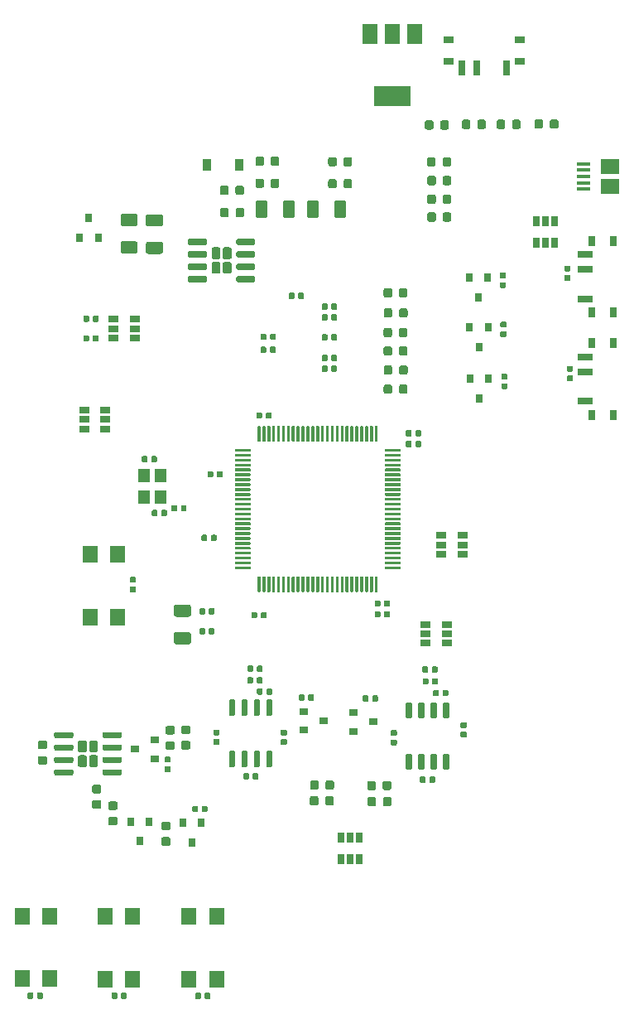
<source format=gbr>
G04 #@! TF.GenerationSoftware,KiCad,Pcbnew,(5.1.5)-3*
G04 #@! TF.CreationDate,2021-02-22T14:13:44+02:00*
G04 #@! TF.ProjectId,Waveform Generator,57617665-666f-4726-9d20-47656e657261,rev?*
G04 #@! TF.SameCoordinates,Original*
G04 #@! TF.FileFunction,Paste,Top*
G04 #@! TF.FilePolarity,Positive*
%FSLAX46Y46*%
G04 Gerber Fmt 4.6, Leading zero omitted, Abs format (unit mm)*
G04 Created by KiCad (PCBNEW (5.1.5)-3) date 2021-02-22 14:13:44*
%MOMM*%
%LPD*%
G04 APERTURE LIST*
%ADD10C,0.100000*%
%ADD11R,1.060000X0.650000*%
%ADD12R,0.700000X1.500000*%
%ADD13R,1.000000X0.800000*%
%ADD14R,1.200000X1.400000*%
%ADD15R,0.900000X1.200000*%
%ADD16R,1.900000X1.500000*%
%ADD17R,1.350000X0.400000*%
%ADD18R,0.800000X0.900000*%
%ADD19R,0.900000X0.800000*%
%ADD20R,1.500000X1.700000*%
%ADD21R,0.800000X1.000000*%
%ADD22R,1.500000X0.700000*%
%ADD23R,0.650000X1.060000*%
%ADD24R,3.800000X2.000000*%
%ADD25R,1.500000X2.000000*%
G04 APERTURE END LIST*
D10*
G36*
X54684703Y-32745722D02*
G01*
X54699264Y-32747882D01*
X54713543Y-32751459D01*
X54727403Y-32756418D01*
X54740710Y-32762712D01*
X54753336Y-32770280D01*
X54765159Y-32779048D01*
X54776066Y-32788934D01*
X54785952Y-32799841D01*
X54794720Y-32811664D01*
X54802288Y-32824290D01*
X54808582Y-32837597D01*
X54813541Y-32851457D01*
X54817118Y-32865736D01*
X54819278Y-32880297D01*
X54820000Y-32895000D01*
X54820000Y-33195000D01*
X54819278Y-33209703D01*
X54817118Y-33224264D01*
X54813541Y-33238543D01*
X54808582Y-33252403D01*
X54802288Y-33265710D01*
X54794720Y-33278336D01*
X54785952Y-33290159D01*
X54776066Y-33301066D01*
X54765159Y-33310952D01*
X54753336Y-33319720D01*
X54740710Y-33327288D01*
X54727403Y-33333582D01*
X54713543Y-33338541D01*
X54699264Y-33342118D01*
X54684703Y-33344278D01*
X54670000Y-33345000D01*
X53020000Y-33345000D01*
X53005297Y-33344278D01*
X52990736Y-33342118D01*
X52976457Y-33338541D01*
X52962597Y-33333582D01*
X52949290Y-33327288D01*
X52936664Y-33319720D01*
X52924841Y-33310952D01*
X52913934Y-33301066D01*
X52904048Y-33290159D01*
X52895280Y-33278336D01*
X52887712Y-33265710D01*
X52881418Y-33252403D01*
X52876459Y-33238543D01*
X52872882Y-33224264D01*
X52870722Y-33209703D01*
X52870000Y-33195000D01*
X52870000Y-32895000D01*
X52870722Y-32880297D01*
X52872882Y-32865736D01*
X52876459Y-32851457D01*
X52881418Y-32837597D01*
X52887712Y-32824290D01*
X52895280Y-32811664D01*
X52904048Y-32799841D01*
X52913934Y-32788934D01*
X52924841Y-32779048D01*
X52936664Y-32770280D01*
X52949290Y-32762712D01*
X52962597Y-32756418D01*
X52976457Y-32751459D01*
X52990736Y-32747882D01*
X53005297Y-32745722D01*
X53020000Y-32745000D01*
X54670000Y-32745000D01*
X54684703Y-32745722D01*
G37*
G36*
X54684703Y-34015722D02*
G01*
X54699264Y-34017882D01*
X54713543Y-34021459D01*
X54727403Y-34026418D01*
X54740710Y-34032712D01*
X54753336Y-34040280D01*
X54765159Y-34049048D01*
X54776066Y-34058934D01*
X54785952Y-34069841D01*
X54794720Y-34081664D01*
X54802288Y-34094290D01*
X54808582Y-34107597D01*
X54813541Y-34121457D01*
X54817118Y-34135736D01*
X54819278Y-34150297D01*
X54820000Y-34165000D01*
X54820000Y-34465000D01*
X54819278Y-34479703D01*
X54817118Y-34494264D01*
X54813541Y-34508543D01*
X54808582Y-34522403D01*
X54802288Y-34535710D01*
X54794720Y-34548336D01*
X54785952Y-34560159D01*
X54776066Y-34571066D01*
X54765159Y-34580952D01*
X54753336Y-34589720D01*
X54740710Y-34597288D01*
X54727403Y-34603582D01*
X54713543Y-34608541D01*
X54699264Y-34612118D01*
X54684703Y-34614278D01*
X54670000Y-34615000D01*
X53020000Y-34615000D01*
X53005297Y-34614278D01*
X52990736Y-34612118D01*
X52976457Y-34608541D01*
X52962597Y-34603582D01*
X52949290Y-34597288D01*
X52936664Y-34589720D01*
X52924841Y-34580952D01*
X52913934Y-34571066D01*
X52904048Y-34560159D01*
X52895280Y-34548336D01*
X52887712Y-34535710D01*
X52881418Y-34522403D01*
X52876459Y-34508543D01*
X52872882Y-34494264D01*
X52870722Y-34479703D01*
X52870000Y-34465000D01*
X52870000Y-34165000D01*
X52870722Y-34150297D01*
X52872882Y-34135736D01*
X52876459Y-34121457D01*
X52881418Y-34107597D01*
X52887712Y-34094290D01*
X52895280Y-34081664D01*
X52904048Y-34069841D01*
X52913934Y-34058934D01*
X52924841Y-34049048D01*
X52936664Y-34040280D01*
X52949290Y-34032712D01*
X52962597Y-34026418D01*
X52976457Y-34021459D01*
X52990736Y-34017882D01*
X53005297Y-34015722D01*
X53020000Y-34015000D01*
X54670000Y-34015000D01*
X54684703Y-34015722D01*
G37*
G36*
X54684703Y-35285722D02*
G01*
X54699264Y-35287882D01*
X54713543Y-35291459D01*
X54727403Y-35296418D01*
X54740710Y-35302712D01*
X54753336Y-35310280D01*
X54765159Y-35319048D01*
X54776066Y-35328934D01*
X54785952Y-35339841D01*
X54794720Y-35351664D01*
X54802288Y-35364290D01*
X54808582Y-35377597D01*
X54813541Y-35391457D01*
X54817118Y-35405736D01*
X54819278Y-35420297D01*
X54820000Y-35435000D01*
X54820000Y-35735000D01*
X54819278Y-35749703D01*
X54817118Y-35764264D01*
X54813541Y-35778543D01*
X54808582Y-35792403D01*
X54802288Y-35805710D01*
X54794720Y-35818336D01*
X54785952Y-35830159D01*
X54776066Y-35841066D01*
X54765159Y-35850952D01*
X54753336Y-35859720D01*
X54740710Y-35867288D01*
X54727403Y-35873582D01*
X54713543Y-35878541D01*
X54699264Y-35882118D01*
X54684703Y-35884278D01*
X54670000Y-35885000D01*
X53020000Y-35885000D01*
X53005297Y-35884278D01*
X52990736Y-35882118D01*
X52976457Y-35878541D01*
X52962597Y-35873582D01*
X52949290Y-35867288D01*
X52936664Y-35859720D01*
X52924841Y-35850952D01*
X52913934Y-35841066D01*
X52904048Y-35830159D01*
X52895280Y-35818336D01*
X52887712Y-35805710D01*
X52881418Y-35792403D01*
X52876459Y-35778543D01*
X52872882Y-35764264D01*
X52870722Y-35749703D01*
X52870000Y-35735000D01*
X52870000Y-35435000D01*
X52870722Y-35420297D01*
X52872882Y-35405736D01*
X52876459Y-35391457D01*
X52881418Y-35377597D01*
X52887712Y-35364290D01*
X52895280Y-35351664D01*
X52904048Y-35339841D01*
X52913934Y-35328934D01*
X52924841Y-35319048D01*
X52936664Y-35310280D01*
X52949290Y-35302712D01*
X52962597Y-35296418D01*
X52976457Y-35291459D01*
X52990736Y-35287882D01*
X53005297Y-35285722D01*
X53020000Y-35285000D01*
X54670000Y-35285000D01*
X54684703Y-35285722D01*
G37*
G36*
X54684703Y-36555722D02*
G01*
X54699264Y-36557882D01*
X54713543Y-36561459D01*
X54727403Y-36566418D01*
X54740710Y-36572712D01*
X54753336Y-36580280D01*
X54765159Y-36589048D01*
X54776066Y-36598934D01*
X54785952Y-36609841D01*
X54794720Y-36621664D01*
X54802288Y-36634290D01*
X54808582Y-36647597D01*
X54813541Y-36661457D01*
X54817118Y-36675736D01*
X54819278Y-36690297D01*
X54820000Y-36705000D01*
X54820000Y-37005000D01*
X54819278Y-37019703D01*
X54817118Y-37034264D01*
X54813541Y-37048543D01*
X54808582Y-37062403D01*
X54802288Y-37075710D01*
X54794720Y-37088336D01*
X54785952Y-37100159D01*
X54776066Y-37111066D01*
X54765159Y-37120952D01*
X54753336Y-37129720D01*
X54740710Y-37137288D01*
X54727403Y-37143582D01*
X54713543Y-37148541D01*
X54699264Y-37152118D01*
X54684703Y-37154278D01*
X54670000Y-37155000D01*
X53020000Y-37155000D01*
X53005297Y-37154278D01*
X52990736Y-37152118D01*
X52976457Y-37148541D01*
X52962597Y-37143582D01*
X52949290Y-37137288D01*
X52936664Y-37129720D01*
X52924841Y-37120952D01*
X52913934Y-37111066D01*
X52904048Y-37100159D01*
X52895280Y-37088336D01*
X52887712Y-37075710D01*
X52881418Y-37062403D01*
X52876459Y-37048543D01*
X52872882Y-37034264D01*
X52870722Y-37019703D01*
X52870000Y-37005000D01*
X52870000Y-36705000D01*
X52870722Y-36690297D01*
X52872882Y-36675736D01*
X52876459Y-36661457D01*
X52881418Y-36647597D01*
X52887712Y-36634290D01*
X52895280Y-36621664D01*
X52904048Y-36609841D01*
X52913934Y-36598934D01*
X52924841Y-36589048D01*
X52936664Y-36580280D01*
X52949290Y-36572712D01*
X52962597Y-36566418D01*
X52976457Y-36561459D01*
X52990736Y-36557882D01*
X53005297Y-36555722D01*
X53020000Y-36555000D01*
X54670000Y-36555000D01*
X54684703Y-36555722D01*
G37*
G36*
X49734703Y-36555722D02*
G01*
X49749264Y-36557882D01*
X49763543Y-36561459D01*
X49777403Y-36566418D01*
X49790710Y-36572712D01*
X49803336Y-36580280D01*
X49815159Y-36589048D01*
X49826066Y-36598934D01*
X49835952Y-36609841D01*
X49844720Y-36621664D01*
X49852288Y-36634290D01*
X49858582Y-36647597D01*
X49863541Y-36661457D01*
X49867118Y-36675736D01*
X49869278Y-36690297D01*
X49870000Y-36705000D01*
X49870000Y-37005000D01*
X49869278Y-37019703D01*
X49867118Y-37034264D01*
X49863541Y-37048543D01*
X49858582Y-37062403D01*
X49852288Y-37075710D01*
X49844720Y-37088336D01*
X49835952Y-37100159D01*
X49826066Y-37111066D01*
X49815159Y-37120952D01*
X49803336Y-37129720D01*
X49790710Y-37137288D01*
X49777403Y-37143582D01*
X49763543Y-37148541D01*
X49749264Y-37152118D01*
X49734703Y-37154278D01*
X49720000Y-37155000D01*
X48070000Y-37155000D01*
X48055297Y-37154278D01*
X48040736Y-37152118D01*
X48026457Y-37148541D01*
X48012597Y-37143582D01*
X47999290Y-37137288D01*
X47986664Y-37129720D01*
X47974841Y-37120952D01*
X47963934Y-37111066D01*
X47954048Y-37100159D01*
X47945280Y-37088336D01*
X47937712Y-37075710D01*
X47931418Y-37062403D01*
X47926459Y-37048543D01*
X47922882Y-37034264D01*
X47920722Y-37019703D01*
X47920000Y-37005000D01*
X47920000Y-36705000D01*
X47920722Y-36690297D01*
X47922882Y-36675736D01*
X47926459Y-36661457D01*
X47931418Y-36647597D01*
X47937712Y-36634290D01*
X47945280Y-36621664D01*
X47954048Y-36609841D01*
X47963934Y-36598934D01*
X47974841Y-36589048D01*
X47986664Y-36580280D01*
X47999290Y-36572712D01*
X48012597Y-36566418D01*
X48026457Y-36561459D01*
X48040736Y-36557882D01*
X48055297Y-36555722D01*
X48070000Y-36555000D01*
X49720000Y-36555000D01*
X49734703Y-36555722D01*
G37*
G36*
X49734703Y-35285722D02*
G01*
X49749264Y-35287882D01*
X49763543Y-35291459D01*
X49777403Y-35296418D01*
X49790710Y-35302712D01*
X49803336Y-35310280D01*
X49815159Y-35319048D01*
X49826066Y-35328934D01*
X49835952Y-35339841D01*
X49844720Y-35351664D01*
X49852288Y-35364290D01*
X49858582Y-35377597D01*
X49863541Y-35391457D01*
X49867118Y-35405736D01*
X49869278Y-35420297D01*
X49870000Y-35435000D01*
X49870000Y-35735000D01*
X49869278Y-35749703D01*
X49867118Y-35764264D01*
X49863541Y-35778543D01*
X49858582Y-35792403D01*
X49852288Y-35805710D01*
X49844720Y-35818336D01*
X49835952Y-35830159D01*
X49826066Y-35841066D01*
X49815159Y-35850952D01*
X49803336Y-35859720D01*
X49790710Y-35867288D01*
X49777403Y-35873582D01*
X49763543Y-35878541D01*
X49749264Y-35882118D01*
X49734703Y-35884278D01*
X49720000Y-35885000D01*
X48070000Y-35885000D01*
X48055297Y-35884278D01*
X48040736Y-35882118D01*
X48026457Y-35878541D01*
X48012597Y-35873582D01*
X47999290Y-35867288D01*
X47986664Y-35859720D01*
X47974841Y-35850952D01*
X47963934Y-35841066D01*
X47954048Y-35830159D01*
X47945280Y-35818336D01*
X47937712Y-35805710D01*
X47931418Y-35792403D01*
X47926459Y-35778543D01*
X47922882Y-35764264D01*
X47920722Y-35749703D01*
X47920000Y-35735000D01*
X47920000Y-35435000D01*
X47920722Y-35420297D01*
X47922882Y-35405736D01*
X47926459Y-35391457D01*
X47931418Y-35377597D01*
X47937712Y-35364290D01*
X47945280Y-35351664D01*
X47954048Y-35339841D01*
X47963934Y-35328934D01*
X47974841Y-35319048D01*
X47986664Y-35310280D01*
X47999290Y-35302712D01*
X48012597Y-35296418D01*
X48026457Y-35291459D01*
X48040736Y-35287882D01*
X48055297Y-35285722D01*
X48070000Y-35285000D01*
X49720000Y-35285000D01*
X49734703Y-35285722D01*
G37*
G36*
X49734703Y-34015722D02*
G01*
X49749264Y-34017882D01*
X49763543Y-34021459D01*
X49777403Y-34026418D01*
X49790710Y-34032712D01*
X49803336Y-34040280D01*
X49815159Y-34049048D01*
X49826066Y-34058934D01*
X49835952Y-34069841D01*
X49844720Y-34081664D01*
X49852288Y-34094290D01*
X49858582Y-34107597D01*
X49863541Y-34121457D01*
X49867118Y-34135736D01*
X49869278Y-34150297D01*
X49870000Y-34165000D01*
X49870000Y-34465000D01*
X49869278Y-34479703D01*
X49867118Y-34494264D01*
X49863541Y-34508543D01*
X49858582Y-34522403D01*
X49852288Y-34535710D01*
X49844720Y-34548336D01*
X49835952Y-34560159D01*
X49826066Y-34571066D01*
X49815159Y-34580952D01*
X49803336Y-34589720D01*
X49790710Y-34597288D01*
X49777403Y-34603582D01*
X49763543Y-34608541D01*
X49749264Y-34612118D01*
X49734703Y-34614278D01*
X49720000Y-34615000D01*
X48070000Y-34615000D01*
X48055297Y-34614278D01*
X48040736Y-34612118D01*
X48026457Y-34608541D01*
X48012597Y-34603582D01*
X47999290Y-34597288D01*
X47986664Y-34589720D01*
X47974841Y-34580952D01*
X47963934Y-34571066D01*
X47954048Y-34560159D01*
X47945280Y-34548336D01*
X47937712Y-34535710D01*
X47931418Y-34522403D01*
X47926459Y-34508543D01*
X47922882Y-34494264D01*
X47920722Y-34479703D01*
X47920000Y-34465000D01*
X47920000Y-34165000D01*
X47920722Y-34150297D01*
X47922882Y-34135736D01*
X47926459Y-34121457D01*
X47931418Y-34107597D01*
X47937712Y-34094290D01*
X47945280Y-34081664D01*
X47954048Y-34069841D01*
X47963934Y-34058934D01*
X47974841Y-34049048D01*
X47986664Y-34040280D01*
X47999290Y-34032712D01*
X48012597Y-34026418D01*
X48026457Y-34021459D01*
X48040736Y-34017882D01*
X48055297Y-34015722D01*
X48070000Y-34015000D01*
X49720000Y-34015000D01*
X49734703Y-34015722D01*
G37*
G36*
X49734703Y-32745722D02*
G01*
X49749264Y-32747882D01*
X49763543Y-32751459D01*
X49777403Y-32756418D01*
X49790710Y-32762712D01*
X49803336Y-32770280D01*
X49815159Y-32779048D01*
X49826066Y-32788934D01*
X49835952Y-32799841D01*
X49844720Y-32811664D01*
X49852288Y-32824290D01*
X49858582Y-32837597D01*
X49863541Y-32851457D01*
X49867118Y-32865736D01*
X49869278Y-32880297D01*
X49870000Y-32895000D01*
X49870000Y-33195000D01*
X49869278Y-33209703D01*
X49867118Y-33224264D01*
X49863541Y-33238543D01*
X49858582Y-33252403D01*
X49852288Y-33265710D01*
X49844720Y-33278336D01*
X49835952Y-33290159D01*
X49826066Y-33301066D01*
X49815159Y-33310952D01*
X49803336Y-33319720D01*
X49790710Y-33327288D01*
X49777403Y-33333582D01*
X49763543Y-33338541D01*
X49749264Y-33342118D01*
X49734703Y-33344278D01*
X49720000Y-33345000D01*
X48070000Y-33345000D01*
X48055297Y-33344278D01*
X48040736Y-33342118D01*
X48026457Y-33338541D01*
X48012597Y-33333582D01*
X47999290Y-33327288D01*
X47986664Y-33319720D01*
X47974841Y-33310952D01*
X47963934Y-33301066D01*
X47954048Y-33290159D01*
X47945280Y-33278336D01*
X47937712Y-33265710D01*
X47931418Y-33252403D01*
X47926459Y-33238543D01*
X47922882Y-33224264D01*
X47920722Y-33209703D01*
X47920000Y-33195000D01*
X47920000Y-32895000D01*
X47920722Y-32880297D01*
X47922882Y-32865736D01*
X47926459Y-32851457D01*
X47931418Y-32837597D01*
X47937712Y-32824290D01*
X47945280Y-32811664D01*
X47954048Y-32799841D01*
X47963934Y-32788934D01*
X47974841Y-32779048D01*
X47986664Y-32770280D01*
X47999290Y-32762712D01*
X48012597Y-32756418D01*
X48026457Y-32751459D01*
X48040736Y-32747882D01*
X48055297Y-32745722D01*
X48070000Y-32745000D01*
X49720000Y-32745000D01*
X49734703Y-32745722D01*
G37*
G36*
X52192544Y-35096108D02*
G01*
X52214871Y-35099419D01*
X52236765Y-35104904D01*
X52258017Y-35112508D01*
X52278421Y-35122158D01*
X52297781Y-35133762D01*
X52315910Y-35147208D01*
X52332635Y-35162365D01*
X52347792Y-35179090D01*
X52361238Y-35197219D01*
X52372842Y-35216579D01*
X52382492Y-35236983D01*
X52390096Y-35258235D01*
X52395581Y-35280129D01*
X52398892Y-35302456D01*
X52400000Y-35325000D01*
X52400000Y-36075000D01*
X52398892Y-36097544D01*
X52395581Y-36119871D01*
X52390096Y-36141765D01*
X52382492Y-36163017D01*
X52372842Y-36183421D01*
X52361238Y-36202781D01*
X52347792Y-36220910D01*
X52332635Y-36237635D01*
X52315910Y-36252792D01*
X52297781Y-36266238D01*
X52278421Y-36277842D01*
X52258017Y-36287492D01*
X52236765Y-36295096D01*
X52214871Y-36300581D01*
X52192544Y-36303892D01*
X52170000Y-36305000D01*
X51710000Y-36305000D01*
X51687456Y-36303892D01*
X51665129Y-36300581D01*
X51643235Y-36295096D01*
X51621983Y-36287492D01*
X51601579Y-36277842D01*
X51582219Y-36266238D01*
X51564090Y-36252792D01*
X51547365Y-36237635D01*
X51532208Y-36220910D01*
X51518762Y-36202781D01*
X51507158Y-36183421D01*
X51497508Y-36163017D01*
X51489904Y-36141765D01*
X51484419Y-36119871D01*
X51481108Y-36097544D01*
X51480000Y-36075000D01*
X51480000Y-35325000D01*
X51481108Y-35302456D01*
X51484419Y-35280129D01*
X51489904Y-35258235D01*
X51497508Y-35236983D01*
X51507158Y-35216579D01*
X51518762Y-35197219D01*
X51532208Y-35179090D01*
X51547365Y-35162365D01*
X51564090Y-35147208D01*
X51582219Y-35133762D01*
X51601579Y-35122158D01*
X51621983Y-35112508D01*
X51643235Y-35104904D01*
X51665129Y-35099419D01*
X51687456Y-35096108D01*
X51710000Y-35095000D01*
X52170000Y-35095000D01*
X52192544Y-35096108D01*
G37*
G36*
X52192544Y-33596108D02*
G01*
X52214871Y-33599419D01*
X52236765Y-33604904D01*
X52258017Y-33612508D01*
X52278421Y-33622158D01*
X52297781Y-33633762D01*
X52315910Y-33647208D01*
X52332635Y-33662365D01*
X52347792Y-33679090D01*
X52361238Y-33697219D01*
X52372842Y-33716579D01*
X52382492Y-33736983D01*
X52390096Y-33758235D01*
X52395581Y-33780129D01*
X52398892Y-33802456D01*
X52400000Y-33825000D01*
X52400000Y-34575000D01*
X52398892Y-34597544D01*
X52395581Y-34619871D01*
X52390096Y-34641765D01*
X52382492Y-34663017D01*
X52372842Y-34683421D01*
X52361238Y-34702781D01*
X52347792Y-34720910D01*
X52332635Y-34737635D01*
X52315910Y-34752792D01*
X52297781Y-34766238D01*
X52278421Y-34777842D01*
X52258017Y-34787492D01*
X52236765Y-34795096D01*
X52214871Y-34800581D01*
X52192544Y-34803892D01*
X52170000Y-34805000D01*
X51710000Y-34805000D01*
X51687456Y-34803892D01*
X51665129Y-34800581D01*
X51643235Y-34795096D01*
X51621983Y-34787492D01*
X51601579Y-34777842D01*
X51582219Y-34766238D01*
X51564090Y-34752792D01*
X51547365Y-34737635D01*
X51532208Y-34720910D01*
X51518762Y-34702781D01*
X51507158Y-34683421D01*
X51497508Y-34663017D01*
X51489904Y-34641765D01*
X51484419Y-34619871D01*
X51481108Y-34597544D01*
X51480000Y-34575000D01*
X51480000Y-33825000D01*
X51481108Y-33802456D01*
X51484419Y-33780129D01*
X51489904Y-33758235D01*
X51497508Y-33736983D01*
X51507158Y-33716579D01*
X51518762Y-33697219D01*
X51532208Y-33679090D01*
X51547365Y-33662365D01*
X51564090Y-33647208D01*
X51582219Y-33633762D01*
X51601579Y-33622158D01*
X51621983Y-33612508D01*
X51643235Y-33604904D01*
X51665129Y-33599419D01*
X51687456Y-33596108D01*
X51710000Y-33595000D01*
X52170000Y-33595000D01*
X52192544Y-33596108D01*
G37*
G36*
X51052544Y-35096108D02*
G01*
X51074871Y-35099419D01*
X51096765Y-35104904D01*
X51118017Y-35112508D01*
X51138421Y-35122158D01*
X51157781Y-35133762D01*
X51175910Y-35147208D01*
X51192635Y-35162365D01*
X51207792Y-35179090D01*
X51221238Y-35197219D01*
X51232842Y-35216579D01*
X51242492Y-35236983D01*
X51250096Y-35258235D01*
X51255581Y-35280129D01*
X51258892Y-35302456D01*
X51260000Y-35325000D01*
X51260000Y-36075000D01*
X51258892Y-36097544D01*
X51255581Y-36119871D01*
X51250096Y-36141765D01*
X51242492Y-36163017D01*
X51232842Y-36183421D01*
X51221238Y-36202781D01*
X51207792Y-36220910D01*
X51192635Y-36237635D01*
X51175910Y-36252792D01*
X51157781Y-36266238D01*
X51138421Y-36277842D01*
X51118017Y-36287492D01*
X51096765Y-36295096D01*
X51074871Y-36300581D01*
X51052544Y-36303892D01*
X51030000Y-36305000D01*
X50570000Y-36305000D01*
X50547456Y-36303892D01*
X50525129Y-36300581D01*
X50503235Y-36295096D01*
X50481983Y-36287492D01*
X50461579Y-36277842D01*
X50442219Y-36266238D01*
X50424090Y-36252792D01*
X50407365Y-36237635D01*
X50392208Y-36220910D01*
X50378762Y-36202781D01*
X50367158Y-36183421D01*
X50357508Y-36163017D01*
X50349904Y-36141765D01*
X50344419Y-36119871D01*
X50341108Y-36097544D01*
X50340000Y-36075000D01*
X50340000Y-35325000D01*
X50341108Y-35302456D01*
X50344419Y-35280129D01*
X50349904Y-35258235D01*
X50357508Y-35236983D01*
X50367158Y-35216579D01*
X50378762Y-35197219D01*
X50392208Y-35179090D01*
X50407365Y-35162365D01*
X50424090Y-35147208D01*
X50442219Y-35133762D01*
X50461579Y-35122158D01*
X50481983Y-35112508D01*
X50503235Y-35104904D01*
X50525129Y-35099419D01*
X50547456Y-35096108D01*
X50570000Y-35095000D01*
X51030000Y-35095000D01*
X51052544Y-35096108D01*
G37*
G36*
X51052544Y-33596108D02*
G01*
X51074871Y-33599419D01*
X51096765Y-33604904D01*
X51118017Y-33612508D01*
X51138421Y-33622158D01*
X51157781Y-33633762D01*
X51175910Y-33647208D01*
X51192635Y-33662365D01*
X51207792Y-33679090D01*
X51221238Y-33697219D01*
X51232842Y-33716579D01*
X51242492Y-33736983D01*
X51250096Y-33758235D01*
X51255581Y-33780129D01*
X51258892Y-33802456D01*
X51260000Y-33825000D01*
X51260000Y-34575000D01*
X51258892Y-34597544D01*
X51255581Y-34619871D01*
X51250096Y-34641765D01*
X51242492Y-34663017D01*
X51232842Y-34683421D01*
X51221238Y-34702781D01*
X51207792Y-34720910D01*
X51192635Y-34737635D01*
X51175910Y-34752792D01*
X51157781Y-34766238D01*
X51138421Y-34777842D01*
X51118017Y-34787492D01*
X51096765Y-34795096D01*
X51074871Y-34800581D01*
X51052544Y-34803892D01*
X51030000Y-34805000D01*
X50570000Y-34805000D01*
X50547456Y-34803892D01*
X50525129Y-34800581D01*
X50503235Y-34795096D01*
X50481983Y-34787492D01*
X50461579Y-34777842D01*
X50442219Y-34766238D01*
X50424090Y-34752792D01*
X50407365Y-34737635D01*
X50392208Y-34720910D01*
X50378762Y-34702781D01*
X50367158Y-34683421D01*
X50357508Y-34663017D01*
X50349904Y-34641765D01*
X50344419Y-34619871D01*
X50341108Y-34597544D01*
X50340000Y-34575000D01*
X50340000Y-33825000D01*
X50341108Y-33802456D01*
X50344419Y-33780129D01*
X50349904Y-33758235D01*
X50357508Y-33736983D01*
X50367158Y-33716579D01*
X50378762Y-33697219D01*
X50392208Y-33679090D01*
X50407365Y-33662365D01*
X50424090Y-33647208D01*
X50442219Y-33633762D01*
X50461579Y-33622158D01*
X50481983Y-33612508D01*
X50503235Y-33604904D01*
X50525129Y-33599419D01*
X50547456Y-33596108D01*
X50570000Y-33595000D01*
X51030000Y-33595000D01*
X51052544Y-33596108D01*
G37*
D11*
X40300000Y-41900000D03*
X40300000Y-42850000D03*
X40300000Y-40950000D03*
X42500000Y-40950000D03*
X42500000Y-41900000D03*
X42500000Y-42850000D03*
D10*
G36*
X55282351Y-51875361D02*
G01*
X55289632Y-51876441D01*
X55296771Y-51878229D01*
X55303701Y-51880709D01*
X55310355Y-51883856D01*
X55316668Y-51887640D01*
X55322579Y-51892024D01*
X55328033Y-51896967D01*
X55332976Y-51902421D01*
X55337360Y-51908332D01*
X55341144Y-51914645D01*
X55344291Y-51921299D01*
X55346771Y-51928229D01*
X55348559Y-51935368D01*
X55349639Y-51942649D01*
X55350000Y-51950000D01*
X55350000Y-53400000D01*
X55349639Y-53407351D01*
X55348559Y-53414632D01*
X55346771Y-53421771D01*
X55344291Y-53428701D01*
X55341144Y-53435355D01*
X55337360Y-53441668D01*
X55332976Y-53447579D01*
X55328033Y-53453033D01*
X55322579Y-53457976D01*
X55316668Y-53462360D01*
X55310355Y-53466144D01*
X55303701Y-53469291D01*
X55296771Y-53471771D01*
X55289632Y-53473559D01*
X55282351Y-53474639D01*
X55275000Y-53475000D01*
X55125000Y-53475000D01*
X55117649Y-53474639D01*
X55110368Y-53473559D01*
X55103229Y-53471771D01*
X55096299Y-53469291D01*
X55089645Y-53466144D01*
X55083332Y-53462360D01*
X55077421Y-53457976D01*
X55071967Y-53453033D01*
X55067024Y-53447579D01*
X55062640Y-53441668D01*
X55058856Y-53435355D01*
X55055709Y-53428701D01*
X55053229Y-53421771D01*
X55051441Y-53414632D01*
X55050361Y-53407351D01*
X55050000Y-53400000D01*
X55050000Y-51950000D01*
X55050361Y-51942649D01*
X55051441Y-51935368D01*
X55053229Y-51928229D01*
X55055709Y-51921299D01*
X55058856Y-51914645D01*
X55062640Y-51908332D01*
X55067024Y-51902421D01*
X55071967Y-51896967D01*
X55077421Y-51892024D01*
X55083332Y-51887640D01*
X55089645Y-51883856D01*
X55096299Y-51880709D01*
X55103229Y-51878229D01*
X55110368Y-51876441D01*
X55117649Y-51875361D01*
X55125000Y-51875000D01*
X55275000Y-51875000D01*
X55282351Y-51875361D01*
G37*
G36*
X55782351Y-51875361D02*
G01*
X55789632Y-51876441D01*
X55796771Y-51878229D01*
X55803701Y-51880709D01*
X55810355Y-51883856D01*
X55816668Y-51887640D01*
X55822579Y-51892024D01*
X55828033Y-51896967D01*
X55832976Y-51902421D01*
X55837360Y-51908332D01*
X55841144Y-51914645D01*
X55844291Y-51921299D01*
X55846771Y-51928229D01*
X55848559Y-51935368D01*
X55849639Y-51942649D01*
X55850000Y-51950000D01*
X55850000Y-53400000D01*
X55849639Y-53407351D01*
X55848559Y-53414632D01*
X55846771Y-53421771D01*
X55844291Y-53428701D01*
X55841144Y-53435355D01*
X55837360Y-53441668D01*
X55832976Y-53447579D01*
X55828033Y-53453033D01*
X55822579Y-53457976D01*
X55816668Y-53462360D01*
X55810355Y-53466144D01*
X55803701Y-53469291D01*
X55796771Y-53471771D01*
X55789632Y-53473559D01*
X55782351Y-53474639D01*
X55775000Y-53475000D01*
X55625000Y-53475000D01*
X55617649Y-53474639D01*
X55610368Y-53473559D01*
X55603229Y-53471771D01*
X55596299Y-53469291D01*
X55589645Y-53466144D01*
X55583332Y-53462360D01*
X55577421Y-53457976D01*
X55571967Y-53453033D01*
X55567024Y-53447579D01*
X55562640Y-53441668D01*
X55558856Y-53435355D01*
X55555709Y-53428701D01*
X55553229Y-53421771D01*
X55551441Y-53414632D01*
X55550361Y-53407351D01*
X55550000Y-53400000D01*
X55550000Y-51950000D01*
X55550361Y-51942649D01*
X55551441Y-51935368D01*
X55553229Y-51928229D01*
X55555709Y-51921299D01*
X55558856Y-51914645D01*
X55562640Y-51908332D01*
X55567024Y-51902421D01*
X55571967Y-51896967D01*
X55577421Y-51892024D01*
X55583332Y-51887640D01*
X55589645Y-51883856D01*
X55596299Y-51880709D01*
X55603229Y-51878229D01*
X55610368Y-51876441D01*
X55617649Y-51875361D01*
X55625000Y-51875000D01*
X55775000Y-51875000D01*
X55782351Y-51875361D01*
G37*
G36*
X56282351Y-51875361D02*
G01*
X56289632Y-51876441D01*
X56296771Y-51878229D01*
X56303701Y-51880709D01*
X56310355Y-51883856D01*
X56316668Y-51887640D01*
X56322579Y-51892024D01*
X56328033Y-51896967D01*
X56332976Y-51902421D01*
X56337360Y-51908332D01*
X56341144Y-51914645D01*
X56344291Y-51921299D01*
X56346771Y-51928229D01*
X56348559Y-51935368D01*
X56349639Y-51942649D01*
X56350000Y-51950000D01*
X56350000Y-53400000D01*
X56349639Y-53407351D01*
X56348559Y-53414632D01*
X56346771Y-53421771D01*
X56344291Y-53428701D01*
X56341144Y-53435355D01*
X56337360Y-53441668D01*
X56332976Y-53447579D01*
X56328033Y-53453033D01*
X56322579Y-53457976D01*
X56316668Y-53462360D01*
X56310355Y-53466144D01*
X56303701Y-53469291D01*
X56296771Y-53471771D01*
X56289632Y-53473559D01*
X56282351Y-53474639D01*
X56275000Y-53475000D01*
X56125000Y-53475000D01*
X56117649Y-53474639D01*
X56110368Y-53473559D01*
X56103229Y-53471771D01*
X56096299Y-53469291D01*
X56089645Y-53466144D01*
X56083332Y-53462360D01*
X56077421Y-53457976D01*
X56071967Y-53453033D01*
X56067024Y-53447579D01*
X56062640Y-53441668D01*
X56058856Y-53435355D01*
X56055709Y-53428701D01*
X56053229Y-53421771D01*
X56051441Y-53414632D01*
X56050361Y-53407351D01*
X56050000Y-53400000D01*
X56050000Y-51950000D01*
X56050361Y-51942649D01*
X56051441Y-51935368D01*
X56053229Y-51928229D01*
X56055709Y-51921299D01*
X56058856Y-51914645D01*
X56062640Y-51908332D01*
X56067024Y-51902421D01*
X56071967Y-51896967D01*
X56077421Y-51892024D01*
X56083332Y-51887640D01*
X56089645Y-51883856D01*
X56096299Y-51880709D01*
X56103229Y-51878229D01*
X56110368Y-51876441D01*
X56117649Y-51875361D01*
X56125000Y-51875000D01*
X56275000Y-51875000D01*
X56282351Y-51875361D01*
G37*
G36*
X56782351Y-51875361D02*
G01*
X56789632Y-51876441D01*
X56796771Y-51878229D01*
X56803701Y-51880709D01*
X56810355Y-51883856D01*
X56816668Y-51887640D01*
X56822579Y-51892024D01*
X56828033Y-51896967D01*
X56832976Y-51902421D01*
X56837360Y-51908332D01*
X56841144Y-51914645D01*
X56844291Y-51921299D01*
X56846771Y-51928229D01*
X56848559Y-51935368D01*
X56849639Y-51942649D01*
X56850000Y-51950000D01*
X56850000Y-53400000D01*
X56849639Y-53407351D01*
X56848559Y-53414632D01*
X56846771Y-53421771D01*
X56844291Y-53428701D01*
X56841144Y-53435355D01*
X56837360Y-53441668D01*
X56832976Y-53447579D01*
X56828033Y-53453033D01*
X56822579Y-53457976D01*
X56816668Y-53462360D01*
X56810355Y-53466144D01*
X56803701Y-53469291D01*
X56796771Y-53471771D01*
X56789632Y-53473559D01*
X56782351Y-53474639D01*
X56775000Y-53475000D01*
X56625000Y-53475000D01*
X56617649Y-53474639D01*
X56610368Y-53473559D01*
X56603229Y-53471771D01*
X56596299Y-53469291D01*
X56589645Y-53466144D01*
X56583332Y-53462360D01*
X56577421Y-53457976D01*
X56571967Y-53453033D01*
X56567024Y-53447579D01*
X56562640Y-53441668D01*
X56558856Y-53435355D01*
X56555709Y-53428701D01*
X56553229Y-53421771D01*
X56551441Y-53414632D01*
X56550361Y-53407351D01*
X56550000Y-53400000D01*
X56550000Y-51950000D01*
X56550361Y-51942649D01*
X56551441Y-51935368D01*
X56553229Y-51928229D01*
X56555709Y-51921299D01*
X56558856Y-51914645D01*
X56562640Y-51908332D01*
X56567024Y-51902421D01*
X56571967Y-51896967D01*
X56577421Y-51892024D01*
X56583332Y-51887640D01*
X56589645Y-51883856D01*
X56596299Y-51880709D01*
X56603229Y-51878229D01*
X56610368Y-51876441D01*
X56617649Y-51875361D01*
X56625000Y-51875000D01*
X56775000Y-51875000D01*
X56782351Y-51875361D01*
G37*
G36*
X57282351Y-51875361D02*
G01*
X57289632Y-51876441D01*
X57296771Y-51878229D01*
X57303701Y-51880709D01*
X57310355Y-51883856D01*
X57316668Y-51887640D01*
X57322579Y-51892024D01*
X57328033Y-51896967D01*
X57332976Y-51902421D01*
X57337360Y-51908332D01*
X57341144Y-51914645D01*
X57344291Y-51921299D01*
X57346771Y-51928229D01*
X57348559Y-51935368D01*
X57349639Y-51942649D01*
X57350000Y-51950000D01*
X57350000Y-53400000D01*
X57349639Y-53407351D01*
X57348559Y-53414632D01*
X57346771Y-53421771D01*
X57344291Y-53428701D01*
X57341144Y-53435355D01*
X57337360Y-53441668D01*
X57332976Y-53447579D01*
X57328033Y-53453033D01*
X57322579Y-53457976D01*
X57316668Y-53462360D01*
X57310355Y-53466144D01*
X57303701Y-53469291D01*
X57296771Y-53471771D01*
X57289632Y-53473559D01*
X57282351Y-53474639D01*
X57275000Y-53475000D01*
X57125000Y-53475000D01*
X57117649Y-53474639D01*
X57110368Y-53473559D01*
X57103229Y-53471771D01*
X57096299Y-53469291D01*
X57089645Y-53466144D01*
X57083332Y-53462360D01*
X57077421Y-53457976D01*
X57071967Y-53453033D01*
X57067024Y-53447579D01*
X57062640Y-53441668D01*
X57058856Y-53435355D01*
X57055709Y-53428701D01*
X57053229Y-53421771D01*
X57051441Y-53414632D01*
X57050361Y-53407351D01*
X57050000Y-53400000D01*
X57050000Y-51950000D01*
X57050361Y-51942649D01*
X57051441Y-51935368D01*
X57053229Y-51928229D01*
X57055709Y-51921299D01*
X57058856Y-51914645D01*
X57062640Y-51908332D01*
X57067024Y-51902421D01*
X57071967Y-51896967D01*
X57077421Y-51892024D01*
X57083332Y-51887640D01*
X57089645Y-51883856D01*
X57096299Y-51880709D01*
X57103229Y-51878229D01*
X57110368Y-51876441D01*
X57117649Y-51875361D01*
X57125000Y-51875000D01*
X57275000Y-51875000D01*
X57282351Y-51875361D01*
G37*
G36*
X57782351Y-51875361D02*
G01*
X57789632Y-51876441D01*
X57796771Y-51878229D01*
X57803701Y-51880709D01*
X57810355Y-51883856D01*
X57816668Y-51887640D01*
X57822579Y-51892024D01*
X57828033Y-51896967D01*
X57832976Y-51902421D01*
X57837360Y-51908332D01*
X57841144Y-51914645D01*
X57844291Y-51921299D01*
X57846771Y-51928229D01*
X57848559Y-51935368D01*
X57849639Y-51942649D01*
X57850000Y-51950000D01*
X57850000Y-53400000D01*
X57849639Y-53407351D01*
X57848559Y-53414632D01*
X57846771Y-53421771D01*
X57844291Y-53428701D01*
X57841144Y-53435355D01*
X57837360Y-53441668D01*
X57832976Y-53447579D01*
X57828033Y-53453033D01*
X57822579Y-53457976D01*
X57816668Y-53462360D01*
X57810355Y-53466144D01*
X57803701Y-53469291D01*
X57796771Y-53471771D01*
X57789632Y-53473559D01*
X57782351Y-53474639D01*
X57775000Y-53475000D01*
X57625000Y-53475000D01*
X57617649Y-53474639D01*
X57610368Y-53473559D01*
X57603229Y-53471771D01*
X57596299Y-53469291D01*
X57589645Y-53466144D01*
X57583332Y-53462360D01*
X57577421Y-53457976D01*
X57571967Y-53453033D01*
X57567024Y-53447579D01*
X57562640Y-53441668D01*
X57558856Y-53435355D01*
X57555709Y-53428701D01*
X57553229Y-53421771D01*
X57551441Y-53414632D01*
X57550361Y-53407351D01*
X57550000Y-53400000D01*
X57550000Y-51950000D01*
X57550361Y-51942649D01*
X57551441Y-51935368D01*
X57553229Y-51928229D01*
X57555709Y-51921299D01*
X57558856Y-51914645D01*
X57562640Y-51908332D01*
X57567024Y-51902421D01*
X57571967Y-51896967D01*
X57577421Y-51892024D01*
X57583332Y-51887640D01*
X57589645Y-51883856D01*
X57596299Y-51880709D01*
X57603229Y-51878229D01*
X57610368Y-51876441D01*
X57617649Y-51875361D01*
X57625000Y-51875000D01*
X57775000Y-51875000D01*
X57782351Y-51875361D01*
G37*
G36*
X58282351Y-51875361D02*
G01*
X58289632Y-51876441D01*
X58296771Y-51878229D01*
X58303701Y-51880709D01*
X58310355Y-51883856D01*
X58316668Y-51887640D01*
X58322579Y-51892024D01*
X58328033Y-51896967D01*
X58332976Y-51902421D01*
X58337360Y-51908332D01*
X58341144Y-51914645D01*
X58344291Y-51921299D01*
X58346771Y-51928229D01*
X58348559Y-51935368D01*
X58349639Y-51942649D01*
X58350000Y-51950000D01*
X58350000Y-53400000D01*
X58349639Y-53407351D01*
X58348559Y-53414632D01*
X58346771Y-53421771D01*
X58344291Y-53428701D01*
X58341144Y-53435355D01*
X58337360Y-53441668D01*
X58332976Y-53447579D01*
X58328033Y-53453033D01*
X58322579Y-53457976D01*
X58316668Y-53462360D01*
X58310355Y-53466144D01*
X58303701Y-53469291D01*
X58296771Y-53471771D01*
X58289632Y-53473559D01*
X58282351Y-53474639D01*
X58275000Y-53475000D01*
X58125000Y-53475000D01*
X58117649Y-53474639D01*
X58110368Y-53473559D01*
X58103229Y-53471771D01*
X58096299Y-53469291D01*
X58089645Y-53466144D01*
X58083332Y-53462360D01*
X58077421Y-53457976D01*
X58071967Y-53453033D01*
X58067024Y-53447579D01*
X58062640Y-53441668D01*
X58058856Y-53435355D01*
X58055709Y-53428701D01*
X58053229Y-53421771D01*
X58051441Y-53414632D01*
X58050361Y-53407351D01*
X58050000Y-53400000D01*
X58050000Y-51950000D01*
X58050361Y-51942649D01*
X58051441Y-51935368D01*
X58053229Y-51928229D01*
X58055709Y-51921299D01*
X58058856Y-51914645D01*
X58062640Y-51908332D01*
X58067024Y-51902421D01*
X58071967Y-51896967D01*
X58077421Y-51892024D01*
X58083332Y-51887640D01*
X58089645Y-51883856D01*
X58096299Y-51880709D01*
X58103229Y-51878229D01*
X58110368Y-51876441D01*
X58117649Y-51875361D01*
X58125000Y-51875000D01*
X58275000Y-51875000D01*
X58282351Y-51875361D01*
G37*
G36*
X58782351Y-51875361D02*
G01*
X58789632Y-51876441D01*
X58796771Y-51878229D01*
X58803701Y-51880709D01*
X58810355Y-51883856D01*
X58816668Y-51887640D01*
X58822579Y-51892024D01*
X58828033Y-51896967D01*
X58832976Y-51902421D01*
X58837360Y-51908332D01*
X58841144Y-51914645D01*
X58844291Y-51921299D01*
X58846771Y-51928229D01*
X58848559Y-51935368D01*
X58849639Y-51942649D01*
X58850000Y-51950000D01*
X58850000Y-53400000D01*
X58849639Y-53407351D01*
X58848559Y-53414632D01*
X58846771Y-53421771D01*
X58844291Y-53428701D01*
X58841144Y-53435355D01*
X58837360Y-53441668D01*
X58832976Y-53447579D01*
X58828033Y-53453033D01*
X58822579Y-53457976D01*
X58816668Y-53462360D01*
X58810355Y-53466144D01*
X58803701Y-53469291D01*
X58796771Y-53471771D01*
X58789632Y-53473559D01*
X58782351Y-53474639D01*
X58775000Y-53475000D01*
X58625000Y-53475000D01*
X58617649Y-53474639D01*
X58610368Y-53473559D01*
X58603229Y-53471771D01*
X58596299Y-53469291D01*
X58589645Y-53466144D01*
X58583332Y-53462360D01*
X58577421Y-53457976D01*
X58571967Y-53453033D01*
X58567024Y-53447579D01*
X58562640Y-53441668D01*
X58558856Y-53435355D01*
X58555709Y-53428701D01*
X58553229Y-53421771D01*
X58551441Y-53414632D01*
X58550361Y-53407351D01*
X58550000Y-53400000D01*
X58550000Y-51950000D01*
X58550361Y-51942649D01*
X58551441Y-51935368D01*
X58553229Y-51928229D01*
X58555709Y-51921299D01*
X58558856Y-51914645D01*
X58562640Y-51908332D01*
X58567024Y-51902421D01*
X58571967Y-51896967D01*
X58577421Y-51892024D01*
X58583332Y-51887640D01*
X58589645Y-51883856D01*
X58596299Y-51880709D01*
X58603229Y-51878229D01*
X58610368Y-51876441D01*
X58617649Y-51875361D01*
X58625000Y-51875000D01*
X58775000Y-51875000D01*
X58782351Y-51875361D01*
G37*
G36*
X59282351Y-51875361D02*
G01*
X59289632Y-51876441D01*
X59296771Y-51878229D01*
X59303701Y-51880709D01*
X59310355Y-51883856D01*
X59316668Y-51887640D01*
X59322579Y-51892024D01*
X59328033Y-51896967D01*
X59332976Y-51902421D01*
X59337360Y-51908332D01*
X59341144Y-51914645D01*
X59344291Y-51921299D01*
X59346771Y-51928229D01*
X59348559Y-51935368D01*
X59349639Y-51942649D01*
X59350000Y-51950000D01*
X59350000Y-53400000D01*
X59349639Y-53407351D01*
X59348559Y-53414632D01*
X59346771Y-53421771D01*
X59344291Y-53428701D01*
X59341144Y-53435355D01*
X59337360Y-53441668D01*
X59332976Y-53447579D01*
X59328033Y-53453033D01*
X59322579Y-53457976D01*
X59316668Y-53462360D01*
X59310355Y-53466144D01*
X59303701Y-53469291D01*
X59296771Y-53471771D01*
X59289632Y-53473559D01*
X59282351Y-53474639D01*
X59275000Y-53475000D01*
X59125000Y-53475000D01*
X59117649Y-53474639D01*
X59110368Y-53473559D01*
X59103229Y-53471771D01*
X59096299Y-53469291D01*
X59089645Y-53466144D01*
X59083332Y-53462360D01*
X59077421Y-53457976D01*
X59071967Y-53453033D01*
X59067024Y-53447579D01*
X59062640Y-53441668D01*
X59058856Y-53435355D01*
X59055709Y-53428701D01*
X59053229Y-53421771D01*
X59051441Y-53414632D01*
X59050361Y-53407351D01*
X59050000Y-53400000D01*
X59050000Y-51950000D01*
X59050361Y-51942649D01*
X59051441Y-51935368D01*
X59053229Y-51928229D01*
X59055709Y-51921299D01*
X59058856Y-51914645D01*
X59062640Y-51908332D01*
X59067024Y-51902421D01*
X59071967Y-51896967D01*
X59077421Y-51892024D01*
X59083332Y-51887640D01*
X59089645Y-51883856D01*
X59096299Y-51880709D01*
X59103229Y-51878229D01*
X59110368Y-51876441D01*
X59117649Y-51875361D01*
X59125000Y-51875000D01*
X59275000Y-51875000D01*
X59282351Y-51875361D01*
G37*
G36*
X59782351Y-51875361D02*
G01*
X59789632Y-51876441D01*
X59796771Y-51878229D01*
X59803701Y-51880709D01*
X59810355Y-51883856D01*
X59816668Y-51887640D01*
X59822579Y-51892024D01*
X59828033Y-51896967D01*
X59832976Y-51902421D01*
X59837360Y-51908332D01*
X59841144Y-51914645D01*
X59844291Y-51921299D01*
X59846771Y-51928229D01*
X59848559Y-51935368D01*
X59849639Y-51942649D01*
X59850000Y-51950000D01*
X59850000Y-53400000D01*
X59849639Y-53407351D01*
X59848559Y-53414632D01*
X59846771Y-53421771D01*
X59844291Y-53428701D01*
X59841144Y-53435355D01*
X59837360Y-53441668D01*
X59832976Y-53447579D01*
X59828033Y-53453033D01*
X59822579Y-53457976D01*
X59816668Y-53462360D01*
X59810355Y-53466144D01*
X59803701Y-53469291D01*
X59796771Y-53471771D01*
X59789632Y-53473559D01*
X59782351Y-53474639D01*
X59775000Y-53475000D01*
X59625000Y-53475000D01*
X59617649Y-53474639D01*
X59610368Y-53473559D01*
X59603229Y-53471771D01*
X59596299Y-53469291D01*
X59589645Y-53466144D01*
X59583332Y-53462360D01*
X59577421Y-53457976D01*
X59571967Y-53453033D01*
X59567024Y-53447579D01*
X59562640Y-53441668D01*
X59558856Y-53435355D01*
X59555709Y-53428701D01*
X59553229Y-53421771D01*
X59551441Y-53414632D01*
X59550361Y-53407351D01*
X59550000Y-53400000D01*
X59550000Y-51950000D01*
X59550361Y-51942649D01*
X59551441Y-51935368D01*
X59553229Y-51928229D01*
X59555709Y-51921299D01*
X59558856Y-51914645D01*
X59562640Y-51908332D01*
X59567024Y-51902421D01*
X59571967Y-51896967D01*
X59577421Y-51892024D01*
X59583332Y-51887640D01*
X59589645Y-51883856D01*
X59596299Y-51880709D01*
X59603229Y-51878229D01*
X59610368Y-51876441D01*
X59617649Y-51875361D01*
X59625000Y-51875000D01*
X59775000Y-51875000D01*
X59782351Y-51875361D01*
G37*
G36*
X60282351Y-51875361D02*
G01*
X60289632Y-51876441D01*
X60296771Y-51878229D01*
X60303701Y-51880709D01*
X60310355Y-51883856D01*
X60316668Y-51887640D01*
X60322579Y-51892024D01*
X60328033Y-51896967D01*
X60332976Y-51902421D01*
X60337360Y-51908332D01*
X60341144Y-51914645D01*
X60344291Y-51921299D01*
X60346771Y-51928229D01*
X60348559Y-51935368D01*
X60349639Y-51942649D01*
X60350000Y-51950000D01*
X60350000Y-53400000D01*
X60349639Y-53407351D01*
X60348559Y-53414632D01*
X60346771Y-53421771D01*
X60344291Y-53428701D01*
X60341144Y-53435355D01*
X60337360Y-53441668D01*
X60332976Y-53447579D01*
X60328033Y-53453033D01*
X60322579Y-53457976D01*
X60316668Y-53462360D01*
X60310355Y-53466144D01*
X60303701Y-53469291D01*
X60296771Y-53471771D01*
X60289632Y-53473559D01*
X60282351Y-53474639D01*
X60275000Y-53475000D01*
X60125000Y-53475000D01*
X60117649Y-53474639D01*
X60110368Y-53473559D01*
X60103229Y-53471771D01*
X60096299Y-53469291D01*
X60089645Y-53466144D01*
X60083332Y-53462360D01*
X60077421Y-53457976D01*
X60071967Y-53453033D01*
X60067024Y-53447579D01*
X60062640Y-53441668D01*
X60058856Y-53435355D01*
X60055709Y-53428701D01*
X60053229Y-53421771D01*
X60051441Y-53414632D01*
X60050361Y-53407351D01*
X60050000Y-53400000D01*
X60050000Y-51950000D01*
X60050361Y-51942649D01*
X60051441Y-51935368D01*
X60053229Y-51928229D01*
X60055709Y-51921299D01*
X60058856Y-51914645D01*
X60062640Y-51908332D01*
X60067024Y-51902421D01*
X60071967Y-51896967D01*
X60077421Y-51892024D01*
X60083332Y-51887640D01*
X60089645Y-51883856D01*
X60096299Y-51880709D01*
X60103229Y-51878229D01*
X60110368Y-51876441D01*
X60117649Y-51875361D01*
X60125000Y-51875000D01*
X60275000Y-51875000D01*
X60282351Y-51875361D01*
G37*
G36*
X60782351Y-51875361D02*
G01*
X60789632Y-51876441D01*
X60796771Y-51878229D01*
X60803701Y-51880709D01*
X60810355Y-51883856D01*
X60816668Y-51887640D01*
X60822579Y-51892024D01*
X60828033Y-51896967D01*
X60832976Y-51902421D01*
X60837360Y-51908332D01*
X60841144Y-51914645D01*
X60844291Y-51921299D01*
X60846771Y-51928229D01*
X60848559Y-51935368D01*
X60849639Y-51942649D01*
X60850000Y-51950000D01*
X60850000Y-53400000D01*
X60849639Y-53407351D01*
X60848559Y-53414632D01*
X60846771Y-53421771D01*
X60844291Y-53428701D01*
X60841144Y-53435355D01*
X60837360Y-53441668D01*
X60832976Y-53447579D01*
X60828033Y-53453033D01*
X60822579Y-53457976D01*
X60816668Y-53462360D01*
X60810355Y-53466144D01*
X60803701Y-53469291D01*
X60796771Y-53471771D01*
X60789632Y-53473559D01*
X60782351Y-53474639D01*
X60775000Y-53475000D01*
X60625000Y-53475000D01*
X60617649Y-53474639D01*
X60610368Y-53473559D01*
X60603229Y-53471771D01*
X60596299Y-53469291D01*
X60589645Y-53466144D01*
X60583332Y-53462360D01*
X60577421Y-53457976D01*
X60571967Y-53453033D01*
X60567024Y-53447579D01*
X60562640Y-53441668D01*
X60558856Y-53435355D01*
X60555709Y-53428701D01*
X60553229Y-53421771D01*
X60551441Y-53414632D01*
X60550361Y-53407351D01*
X60550000Y-53400000D01*
X60550000Y-51950000D01*
X60550361Y-51942649D01*
X60551441Y-51935368D01*
X60553229Y-51928229D01*
X60555709Y-51921299D01*
X60558856Y-51914645D01*
X60562640Y-51908332D01*
X60567024Y-51902421D01*
X60571967Y-51896967D01*
X60577421Y-51892024D01*
X60583332Y-51887640D01*
X60589645Y-51883856D01*
X60596299Y-51880709D01*
X60603229Y-51878229D01*
X60610368Y-51876441D01*
X60617649Y-51875361D01*
X60625000Y-51875000D01*
X60775000Y-51875000D01*
X60782351Y-51875361D01*
G37*
G36*
X61282351Y-51875361D02*
G01*
X61289632Y-51876441D01*
X61296771Y-51878229D01*
X61303701Y-51880709D01*
X61310355Y-51883856D01*
X61316668Y-51887640D01*
X61322579Y-51892024D01*
X61328033Y-51896967D01*
X61332976Y-51902421D01*
X61337360Y-51908332D01*
X61341144Y-51914645D01*
X61344291Y-51921299D01*
X61346771Y-51928229D01*
X61348559Y-51935368D01*
X61349639Y-51942649D01*
X61350000Y-51950000D01*
X61350000Y-53400000D01*
X61349639Y-53407351D01*
X61348559Y-53414632D01*
X61346771Y-53421771D01*
X61344291Y-53428701D01*
X61341144Y-53435355D01*
X61337360Y-53441668D01*
X61332976Y-53447579D01*
X61328033Y-53453033D01*
X61322579Y-53457976D01*
X61316668Y-53462360D01*
X61310355Y-53466144D01*
X61303701Y-53469291D01*
X61296771Y-53471771D01*
X61289632Y-53473559D01*
X61282351Y-53474639D01*
X61275000Y-53475000D01*
X61125000Y-53475000D01*
X61117649Y-53474639D01*
X61110368Y-53473559D01*
X61103229Y-53471771D01*
X61096299Y-53469291D01*
X61089645Y-53466144D01*
X61083332Y-53462360D01*
X61077421Y-53457976D01*
X61071967Y-53453033D01*
X61067024Y-53447579D01*
X61062640Y-53441668D01*
X61058856Y-53435355D01*
X61055709Y-53428701D01*
X61053229Y-53421771D01*
X61051441Y-53414632D01*
X61050361Y-53407351D01*
X61050000Y-53400000D01*
X61050000Y-51950000D01*
X61050361Y-51942649D01*
X61051441Y-51935368D01*
X61053229Y-51928229D01*
X61055709Y-51921299D01*
X61058856Y-51914645D01*
X61062640Y-51908332D01*
X61067024Y-51902421D01*
X61071967Y-51896967D01*
X61077421Y-51892024D01*
X61083332Y-51887640D01*
X61089645Y-51883856D01*
X61096299Y-51880709D01*
X61103229Y-51878229D01*
X61110368Y-51876441D01*
X61117649Y-51875361D01*
X61125000Y-51875000D01*
X61275000Y-51875000D01*
X61282351Y-51875361D01*
G37*
G36*
X61782351Y-51875361D02*
G01*
X61789632Y-51876441D01*
X61796771Y-51878229D01*
X61803701Y-51880709D01*
X61810355Y-51883856D01*
X61816668Y-51887640D01*
X61822579Y-51892024D01*
X61828033Y-51896967D01*
X61832976Y-51902421D01*
X61837360Y-51908332D01*
X61841144Y-51914645D01*
X61844291Y-51921299D01*
X61846771Y-51928229D01*
X61848559Y-51935368D01*
X61849639Y-51942649D01*
X61850000Y-51950000D01*
X61850000Y-53400000D01*
X61849639Y-53407351D01*
X61848559Y-53414632D01*
X61846771Y-53421771D01*
X61844291Y-53428701D01*
X61841144Y-53435355D01*
X61837360Y-53441668D01*
X61832976Y-53447579D01*
X61828033Y-53453033D01*
X61822579Y-53457976D01*
X61816668Y-53462360D01*
X61810355Y-53466144D01*
X61803701Y-53469291D01*
X61796771Y-53471771D01*
X61789632Y-53473559D01*
X61782351Y-53474639D01*
X61775000Y-53475000D01*
X61625000Y-53475000D01*
X61617649Y-53474639D01*
X61610368Y-53473559D01*
X61603229Y-53471771D01*
X61596299Y-53469291D01*
X61589645Y-53466144D01*
X61583332Y-53462360D01*
X61577421Y-53457976D01*
X61571967Y-53453033D01*
X61567024Y-53447579D01*
X61562640Y-53441668D01*
X61558856Y-53435355D01*
X61555709Y-53428701D01*
X61553229Y-53421771D01*
X61551441Y-53414632D01*
X61550361Y-53407351D01*
X61550000Y-53400000D01*
X61550000Y-51950000D01*
X61550361Y-51942649D01*
X61551441Y-51935368D01*
X61553229Y-51928229D01*
X61555709Y-51921299D01*
X61558856Y-51914645D01*
X61562640Y-51908332D01*
X61567024Y-51902421D01*
X61571967Y-51896967D01*
X61577421Y-51892024D01*
X61583332Y-51887640D01*
X61589645Y-51883856D01*
X61596299Y-51880709D01*
X61603229Y-51878229D01*
X61610368Y-51876441D01*
X61617649Y-51875361D01*
X61625000Y-51875000D01*
X61775000Y-51875000D01*
X61782351Y-51875361D01*
G37*
G36*
X62282351Y-51875361D02*
G01*
X62289632Y-51876441D01*
X62296771Y-51878229D01*
X62303701Y-51880709D01*
X62310355Y-51883856D01*
X62316668Y-51887640D01*
X62322579Y-51892024D01*
X62328033Y-51896967D01*
X62332976Y-51902421D01*
X62337360Y-51908332D01*
X62341144Y-51914645D01*
X62344291Y-51921299D01*
X62346771Y-51928229D01*
X62348559Y-51935368D01*
X62349639Y-51942649D01*
X62350000Y-51950000D01*
X62350000Y-53400000D01*
X62349639Y-53407351D01*
X62348559Y-53414632D01*
X62346771Y-53421771D01*
X62344291Y-53428701D01*
X62341144Y-53435355D01*
X62337360Y-53441668D01*
X62332976Y-53447579D01*
X62328033Y-53453033D01*
X62322579Y-53457976D01*
X62316668Y-53462360D01*
X62310355Y-53466144D01*
X62303701Y-53469291D01*
X62296771Y-53471771D01*
X62289632Y-53473559D01*
X62282351Y-53474639D01*
X62275000Y-53475000D01*
X62125000Y-53475000D01*
X62117649Y-53474639D01*
X62110368Y-53473559D01*
X62103229Y-53471771D01*
X62096299Y-53469291D01*
X62089645Y-53466144D01*
X62083332Y-53462360D01*
X62077421Y-53457976D01*
X62071967Y-53453033D01*
X62067024Y-53447579D01*
X62062640Y-53441668D01*
X62058856Y-53435355D01*
X62055709Y-53428701D01*
X62053229Y-53421771D01*
X62051441Y-53414632D01*
X62050361Y-53407351D01*
X62050000Y-53400000D01*
X62050000Y-51950000D01*
X62050361Y-51942649D01*
X62051441Y-51935368D01*
X62053229Y-51928229D01*
X62055709Y-51921299D01*
X62058856Y-51914645D01*
X62062640Y-51908332D01*
X62067024Y-51902421D01*
X62071967Y-51896967D01*
X62077421Y-51892024D01*
X62083332Y-51887640D01*
X62089645Y-51883856D01*
X62096299Y-51880709D01*
X62103229Y-51878229D01*
X62110368Y-51876441D01*
X62117649Y-51875361D01*
X62125000Y-51875000D01*
X62275000Y-51875000D01*
X62282351Y-51875361D01*
G37*
G36*
X62782351Y-51875361D02*
G01*
X62789632Y-51876441D01*
X62796771Y-51878229D01*
X62803701Y-51880709D01*
X62810355Y-51883856D01*
X62816668Y-51887640D01*
X62822579Y-51892024D01*
X62828033Y-51896967D01*
X62832976Y-51902421D01*
X62837360Y-51908332D01*
X62841144Y-51914645D01*
X62844291Y-51921299D01*
X62846771Y-51928229D01*
X62848559Y-51935368D01*
X62849639Y-51942649D01*
X62850000Y-51950000D01*
X62850000Y-53400000D01*
X62849639Y-53407351D01*
X62848559Y-53414632D01*
X62846771Y-53421771D01*
X62844291Y-53428701D01*
X62841144Y-53435355D01*
X62837360Y-53441668D01*
X62832976Y-53447579D01*
X62828033Y-53453033D01*
X62822579Y-53457976D01*
X62816668Y-53462360D01*
X62810355Y-53466144D01*
X62803701Y-53469291D01*
X62796771Y-53471771D01*
X62789632Y-53473559D01*
X62782351Y-53474639D01*
X62775000Y-53475000D01*
X62625000Y-53475000D01*
X62617649Y-53474639D01*
X62610368Y-53473559D01*
X62603229Y-53471771D01*
X62596299Y-53469291D01*
X62589645Y-53466144D01*
X62583332Y-53462360D01*
X62577421Y-53457976D01*
X62571967Y-53453033D01*
X62567024Y-53447579D01*
X62562640Y-53441668D01*
X62558856Y-53435355D01*
X62555709Y-53428701D01*
X62553229Y-53421771D01*
X62551441Y-53414632D01*
X62550361Y-53407351D01*
X62550000Y-53400000D01*
X62550000Y-51950000D01*
X62550361Y-51942649D01*
X62551441Y-51935368D01*
X62553229Y-51928229D01*
X62555709Y-51921299D01*
X62558856Y-51914645D01*
X62562640Y-51908332D01*
X62567024Y-51902421D01*
X62571967Y-51896967D01*
X62577421Y-51892024D01*
X62583332Y-51887640D01*
X62589645Y-51883856D01*
X62596299Y-51880709D01*
X62603229Y-51878229D01*
X62610368Y-51876441D01*
X62617649Y-51875361D01*
X62625000Y-51875000D01*
X62775000Y-51875000D01*
X62782351Y-51875361D01*
G37*
G36*
X63282351Y-51875361D02*
G01*
X63289632Y-51876441D01*
X63296771Y-51878229D01*
X63303701Y-51880709D01*
X63310355Y-51883856D01*
X63316668Y-51887640D01*
X63322579Y-51892024D01*
X63328033Y-51896967D01*
X63332976Y-51902421D01*
X63337360Y-51908332D01*
X63341144Y-51914645D01*
X63344291Y-51921299D01*
X63346771Y-51928229D01*
X63348559Y-51935368D01*
X63349639Y-51942649D01*
X63350000Y-51950000D01*
X63350000Y-53400000D01*
X63349639Y-53407351D01*
X63348559Y-53414632D01*
X63346771Y-53421771D01*
X63344291Y-53428701D01*
X63341144Y-53435355D01*
X63337360Y-53441668D01*
X63332976Y-53447579D01*
X63328033Y-53453033D01*
X63322579Y-53457976D01*
X63316668Y-53462360D01*
X63310355Y-53466144D01*
X63303701Y-53469291D01*
X63296771Y-53471771D01*
X63289632Y-53473559D01*
X63282351Y-53474639D01*
X63275000Y-53475000D01*
X63125000Y-53475000D01*
X63117649Y-53474639D01*
X63110368Y-53473559D01*
X63103229Y-53471771D01*
X63096299Y-53469291D01*
X63089645Y-53466144D01*
X63083332Y-53462360D01*
X63077421Y-53457976D01*
X63071967Y-53453033D01*
X63067024Y-53447579D01*
X63062640Y-53441668D01*
X63058856Y-53435355D01*
X63055709Y-53428701D01*
X63053229Y-53421771D01*
X63051441Y-53414632D01*
X63050361Y-53407351D01*
X63050000Y-53400000D01*
X63050000Y-51950000D01*
X63050361Y-51942649D01*
X63051441Y-51935368D01*
X63053229Y-51928229D01*
X63055709Y-51921299D01*
X63058856Y-51914645D01*
X63062640Y-51908332D01*
X63067024Y-51902421D01*
X63071967Y-51896967D01*
X63077421Y-51892024D01*
X63083332Y-51887640D01*
X63089645Y-51883856D01*
X63096299Y-51880709D01*
X63103229Y-51878229D01*
X63110368Y-51876441D01*
X63117649Y-51875361D01*
X63125000Y-51875000D01*
X63275000Y-51875000D01*
X63282351Y-51875361D01*
G37*
G36*
X63782351Y-51875361D02*
G01*
X63789632Y-51876441D01*
X63796771Y-51878229D01*
X63803701Y-51880709D01*
X63810355Y-51883856D01*
X63816668Y-51887640D01*
X63822579Y-51892024D01*
X63828033Y-51896967D01*
X63832976Y-51902421D01*
X63837360Y-51908332D01*
X63841144Y-51914645D01*
X63844291Y-51921299D01*
X63846771Y-51928229D01*
X63848559Y-51935368D01*
X63849639Y-51942649D01*
X63850000Y-51950000D01*
X63850000Y-53400000D01*
X63849639Y-53407351D01*
X63848559Y-53414632D01*
X63846771Y-53421771D01*
X63844291Y-53428701D01*
X63841144Y-53435355D01*
X63837360Y-53441668D01*
X63832976Y-53447579D01*
X63828033Y-53453033D01*
X63822579Y-53457976D01*
X63816668Y-53462360D01*
X63810355Y-53466144D01*
X63803701Y-53469291D01*
X63796771Y-53471771D01*
X63789632Y-53473559D01*
X63782351Y-53474639D01*
X63775000Y-53475000D01*
X63625000Y-53475000D01*
X63617649Y-53474639D01*
X63610368Y-53473559D01*
X63603229Y-53471771D01*
X63596299Y-53469291D01*
X63589645Y-53466144D01*
X63583332Y-53462360D01*
X63577421Y-53457976D01*
X63571967Y-53453033D01*
X63567024Y-53447579D01*
X63562640Y-53441668D01*
X63558856Y-53435355D01*
X63555709Y-53428701D01*
X63553229Y-53421771D01*
X63551441Y-53414632D01*
X63550361Y-53407351D01*
X63550000Y-53400000D01*
X63550000Y-51950000D01*
X63550361Y-51942649D01*
X63551441Y-51935368D01*
X63553229Y-51928229D01*
X63555709Y-51921299D01*
X63558856Y-51914645D01*
X63562640Y-51908332D01*
X63567024Y-51902421D01*
X63571967Y-51896967D01*
X63577421Y-51892024D01*
X63583332Y-51887640D01*
X63589645Y-51883856D01*
X63596299Y-51880709D01*
X63603229Y-51878229D01*
X63610368Y-51876441D01*
X63617649Y-51875361D01*
X63625000Y-51875000D01*
X63775000Y-51875000D01*
X63782351Y-51875361D01*
G37*
G36*
X64282351Y-51875361D02*
G01*
X64289632Y-51876441D01*
X64296771Y-51878229D01*
X64303701Y-51880709D01*
X64310355Y-51883856D01*
X64316668Y-51887640D01*
X64322579Y-51892024D01*
X64328033Y-51896967D01*
X64332976Y-51902421D01*
X64337360Y-51908332D01*
X64341144Y-51914645D01*
X64344291Y-51921299D01*
X64346771Y-51928229D01*
X64348559Y-51935368D01*
X64349639Y-51942649D01*
X64350000Y-51950000D01*
X64350000Y-53400000D01*
X64349639Y-53407351D01*
X64348559Y-53414632D01*
X64346771Y-53421771D01*
X64344291Y-53428701D01*
X64341144Y-53435355D01*
X64337360Y-53441668D01*
X64332976Y-53447579D01*
X64328033Y-53453033D01*
X64322579Y-53457976D01*
X64316668Y-53462360D01*
X64310355Y-53466144D01*
X64303701Y-53469291D01*
X64296771Y-53471771D01*
X64289632Y-53473559D01*
X64282351Y-53474639D01*
X64275000Y-53475000D01*
X64125000Y-53475000D01*
X64117649Y-53474639D01*
X64110368Y-53473559D01*
X64103229Y-53471771D01*
X64096299Y-53469291D01*
X64089645Y-53466144D01*
X64083332Y-53462360D01*
X64077421Y-53457976D01*
X64071967Y-53453033D01*
X64067024Y-53447579D01*
X64062640Y-53441668D01*
X64058856Y-53435355D01*
X64055709Y-53428701D01*
X64053229Y-53421771D01*
X64051441Y-53414632D01*
X64050361Y-53407351D01*
X64050000Y-53400000D01*
X64050000Y-51950000D01*
X64050361Y-51942649D01*
X64051441Y-51935368D01*
X64053229Y-51928229D01*
X64055709Y-51921299D01*
X64058856Y-51914645D01*
X64062640Y-51908332D01*
X64067024Y-51902421D01*
X64071967Y-51896967D01*
X64077421Y-51892024D01*
X64083332Y-51887640D01*
X64089645Y-51883856D01*
X64096299Y-51880709D01*
X64103229Y-51878229D01*
X64110368Y-51876441D01*
X64117649Y-51875361D01*
X64125000Y-51875000D01*
X64275000Y-51875000D01*
X64282351Y-51875361D01*
G37*
G36*
X64782351Y-51875361D02*
G01*
X64789632Y-51876441D01*
X64796771Y-51878229D01*
X64803701Y-51880709D01*
X64810355Y-51883856D01*
X64816668Y-51887640D01*
X64822579Y-51892024D01*
X64828033Y-51896967D01*
X64832976Y-51902421D01*
X64837360Y-51908332D01*
X64841144Y-51914645D01*
X64844291Y-51921299D01*
X64846771Y-51928229D01*
X64848559Y-51935368D01*
X64849639Y-51942649D01*
X64850000Y-51950000D01*
X64850000Y-53400000D01*
X64849639Y-53407351D01*
X64848559Y-53414632D01*
X64846771Y-53421771D01*
X64844291Y-53428701D01*
X64841144Y-53435355D01*
X64837360Y-53441668D01*
X64832976Y-53447579D01*
X64828033Y-53453033D01*
X64822579Y-53457976D01*
X64816668Y-53462360D01*
X64810355Y-53466144D01*
X64803701Y-53469291D01*
X64796771Y-53471771D01*
X64789632Y-53473559D01*
X64782351Y-53474639D01*
X64775000Y-53475000D01*
X64625000Y-53475000D01*
X64617649Y-53474639D01*
X64610368Y-53473559D01*
X64603229Y-53471771D01*
X64596299Y-53469291D01*
X64589645Y-53466144D01*
X64583332Y-53462360D01*
X64577421Y-53457976D01*
X64571967Y-53453033D01*
X64567024Y-53447579D01*
X64562640Y-53441668D01*
X64558856Y-53435355D01*
X64555709Y-53428701D01*
X64553229Y-53421771D01*
X64551441Y-53414632D01*
X64550361Y-53407351D01*
X64550000Y-53400000D01*
X64550000Y-51950000D01*
X64550361Y-51942649D01*
X64551441Y-51935368D01*
X64553229Y-51928229D01*
X64555709Y-51921299D01*
X64558856Y-51914645D01*
X64562640Y-51908332D01*
X64567024Y-51902421D01*
X64571967Y-51896967D01*
X64577421Y-51892024D01*
X64583332Y-51887640D01*
X64589645Y-51883856D01*
X64596299Y-51880709D01*
X64603229Y-51878229D01*
X64610368Y-51876441D01*
X64617649Y-51875361D01*
X64625000Y-51875000D01*
X64775000Y-51875000D01*
X64782351Y-51875361D01*
G37*
G36*
X65282351Y-51875361D02*
G01*
X65289632Y-51876441D01*
X65296771Y-51878229D01*
X65303701Y-51880709D01*
X65310355Y-51883856D01*
X65316668Y-51887640D01*
X65322579Y-51892024D01*
X65328033Y-51896967D01*
X65332976Y-51902421D01*
X65337360Y-51908332D01*
X65341144Y-51914645D01*
X65344291Y-51921299D01*
X65346771Y-51928229D01*
X65348559Y-51935368D01*
X65349639Y-51942649D01*
X65350000Y-51950000D01*
X65350000Y-53400000D01*
X65349639Y-53407351D01*
X65348559Y-53414632D01*
X65346771Y-53421771D01*
X65344291Y-53428701D01*
X65341144Y-53435355D01*
X65337360Y-53441668D01*
X65332976Y-53447579D01*
X65328033Y-53453033D01*
X65322579Y-53457976D01*
X65316668Y-53462360D01*
X65310355Y-53466144D01*
X65303701Y-53469291D01*
X65296771Y-53471771D01*
X65289632Y-53473559D01*
X65282351Y-53474639D01*
X65275000Y-53475000D01*
X65125000Y-53475000D01*
X65117649Y-53474639D01*
X65110368Y-53473559D01*
X65103229Y-53471771D01*
X65096299Y-53469291D01*
X65089645Y-53466144D01*
X65083332Y-53462360D01*
X65077421Y-53457976D01*
X65071967Y-53453033D01*
X65067024Y-53447579D01*
X65062640Y-53441668D01*
X65058856Y-53435355D01*
X65055709Y-53428701D01*
X65053229Y-53421771D01*
X65051441Y-53414632D01*
X65050361Y-53407351D01*
X65050000Y-53400000D01*
X65050000Y-51950000D01*
X65050361Y-51942649D01*
X65051441Y-51935368D01*
X65053229Y-51928229D01*
X65055709Y-51921299D01*
X65058856Y-51914645D01*
X65062640Y-51908332D01*
X65067024Y-51902421D01*
X65071967Y-51896967D01*
X65077421Y-51892024D01*
X65083332Y-51887640D01*
X65089645Y-51883856D01*
X65096299Y-51880709D01*
X65103229Y-51878229D01*
X65110368Y-51876441D01*
X65117649Y-51875361D01*
X65125000Y-51875000D01*
X65275000Y-51875000D01*
X65282351Y-51875361D01*
G37*
G36*
X65782351Y-51875361D02*
G01*
X65789632Y-51876441D01*
X65796771Y-51878229D01*
X65803701Y-51880709D01*
X65810355Y-51883856D01*
X65816668Y-51887640D01*
X65822579Y-51892024D01*
X65828033Y-51896967D01*
X65832976Y-51902421D01*
X65837360Y-51908332D01*
X65841144Y-51914645D01*
X65844291Y-51921299D01*
X65846771Y-51928229D01*
X65848559Y-51935368D01*
X65849639Y-51942649D01*
X65850000Y-51950000D01*
X65850000Y-53400000D01*
X65849639Y-53407351D01*
X65848559Y-53414632D01*
X65846771Y-53421771D01*
X65844291Y-53428701D01*
X65841144Y-53435355D01*
X65837360Y-53441668D01*
X65832976Y-53447579D01*
X65828033Y-53453033D01*
X65822579Y-53457976D01*
X65816668Y-53462360D01*
X65810355Y-53466144D01*
X65803701Y-53469291D01*
X65796771Y-53471771D01*
X65789632Y-53473559D01*
X65782351Y-53474639D01*
X65775000Y-53475000D01*
X65625000Y-53475000D01*
X65617649Y-53474639D01*
X65610368Y-53473559D01*
X65603229Y-53471771D01*
X65596299Y-53469291D01*
X65589645Y-53466144D01*
X65583332Y-53462360D01*
X65577421Y-53457976D01*
X65571967Y-53453033D01*
X65567024Y-53447579D01*
X65562640Y-53441668D01*
X65558856Y-53435355D01*
X65555709Y-53428701D01*
X65553229Y-53421771D01*
X65551441Y-53414632D01*
X65550361Y-53407351D01*
X65550000Y-53400000D01*
X65550000Y-51950000D01*
X65550361Y-51942649D01*
X65551441Y-51935368D01*
X65553229Y-51928229D01*
X65555709Y-51921299D01*
X65558856Y-51914645D01*
X65562640Y-51908332D01*
X65567024Y-51902421D01*
X65571967Y-51896967D01*
X65577421Y-51892024D01*
X65583332Y-51887640D01*
X65589645Y-51883856D01*
X65596299Y-51880709D01*
X65603229Y-51878229D01*
X65610368Y-51876441D01*
X65617649Y-51875361D01*
X65625000Y-51875000D01*
X65775000Y-51875000D01*
X65782351Y-51875361D01*
G37*
G36*
X66282351Y-51875361D02*
G01*
X66289632Y-51876441D01*
X66296771Y-51878229D01*
X66303701Y-51880709D01*
X66310355Y-51883856D01*
X66316668Y-51887640D01*
X66322579Y-51892024D01*
X66328033Y-51896967D01*
X66332976Y-51902421D01*
X66337360Y-51908332D01*
X66341144Y-51914645D01*
X66344291Y-51921299D01*
X66346771Y-51928229D01*
X66348559Y-51935368D01*
X66349639Y-51942649D01*
X66350000Y-51950000D01*
X66350000Y-53400000D01*
X66349639Y-53407351D01*
X66348559Y-53414632D01*
X66346771Y-53421771D01*
X66344291Y-53428701D01*
X66341144Y-53435355D01*
X66337360Y-53441668D01*
X66332976Y-53447579D01*
X66328033Y-53453033D01*
X66322579Y-53457976D01*
X66316668Y-53462360D01*
X66310355Y-53466144D01*
X66303701Y-53469291D01*
X66296771Y-53471771D01*
X66289632Y-53473559D01*
X66282351Y-53474639D01*
X66275000Y-53475000D01*
X66125000Y-53475000D01*
X66117649Y-53474639D01*
X66110368Y-53473559D01*
X66103229Y-53471771D01*
X66096299Y-53469291D01*
X66089645Y-53466144D01*
X66083332Y-53462360D01*
X66077421Y-53457976D01*
X66071967Y-53453033D01*
X66067024Y-53447579D01*
X66062640Y-53441668D01*
X66058856Y-53435355D01*
X66055709Y-53428701D01*
X66053229Y-53421771D01*
X66051441Y-53414632D01*
X66050361Y-53407351D01*
X66050000Y-53400000D01*
X66050000Y-51950000D01*
X66050361Y-51942649D01*
X66051441Y-51935368D01*
X66053229Y-51928229D01*
X66055709Y-51921299D01*
X66058856Y-51914645D01*
X66062640Y-51908332D01*
X66067024Y-51902421D01*
X66071967Y-51896967D01*
X66077421Y-51892024D01*
X66083332Y-51887640D01*
X66089645Y-51883856D01*
X66096299Y-51880709D01*
X66103229Y-51878229D01*
X66110368Y-51876441D01*
X66117649Y-51875361D01*
X66125000Y-51875000D01*
X66275000Y-51875000D01*
X66282351Y-51875361D01*
G37*
G36*
X66782351Y-51875361D02*
G01*
X66789632Y-51876441D01*
X66796771Y-51878229D01*
X66803701Y-51880709D01*
X66810355Y-51883856D01*
X66816668Y-51887640D01*
X66822579Y-51892024D01*
X66828033Y-51896967D01*
X66832976Y-51902421D01*
X66837360Y-51908332D01*
X66841144Y-51914645D01*
X66844291Y-51921299D01*
X66846771Y-51928229D01*
X66848559Y-51935368D01*
X66849639Y-51942649D01*
X66850000Y-51950000D01*
X66850000Y-53400000D01*
X66849639Y-53407351D01*
X66848559Y-53414632D01*
X66846771Y-53421771D01*
X66844291Y-53428701D01*
X66841144Y-53435355D01*
X66837360Y-53441668D01*
X66832976Y-53447579D01*
X66828033Y-53453033D01*
X66822579Y-53457976D01*
X66816668Y-53462360D01*
X66810355Y-53466144D01*
X66803701Y-53469291D01*
X66796771Y-53471771D01*
X66789632Y-53473559D01*
X66782351Y-53474639D01*
X66775000Y-53475000D01*
X66625000Y-53475000D01*
X66617649Y-53474639D01*
X66610368Y-53473559D01*
X66603229Y-53471771D01*
X66596299Y-53469291D01*
X66589645Y-53466144D01*
X66583332Y-53462360D01*
X66577421Y-53457976D01*
X66571967Y-53453033D01*
X66567024Y-53447579D01*
X66562640Y-53441668D01*
X66558856Y-53435355D01*
X66555709Y-53428701D01*
X66553229Y-53421771D01*
X66551441Y-53414632D01*
X66550361Y-53407351D01*
X66550000Y-53400000D01*
X66550000Y-51950000D01*
X66550361Y-51942649D01*
X66551441Y-51935368D01*
X66553229Y-51928229D01*
X66555709Y-51921299D01*
X66558856Y-51914645D01*
X66562640Y-51908332D01*
X66567024Y-51902421D01*
X66571967Y-51896967D01*
X66577421Y-51892024D01*
X66583332Y-51887640D01*
X66589645Y-51883856D01*
X66596299Y-51880709D01*
X66603229Y-51878229D01*
X66610368Y-51876441D01*
X66617649Y-51875361D01*
X66625000Y-51875000D01*
X66775000Y-51875000D01*
X66782351Y-51875361D01*
G37*
G36*
X67282351Y-51875361D02*
G01*
X67289632Y-51876441D01*
X67296771Y-51878229D01*
X67303701Y-51880709D01*
X67310355Y-51883856D01*
X67316668Y-51887640D01*
X67322579Y-51892024D01*
X67328033Y-51896967D01*
X67332976Y-51902421D01*
X67337360Y-51908332D01*
X67341144Y-51914645D01*
X67344291Y-51921299D01*
X67346771Y-51928229D01*
X67348559Y-51935368D01*
X67349639Y-51942649D01*
X67350000Y-51950000D01*
X67350000Y-53400000D01*
X67349639Y-53407351D01*
X67348559Y-53414632D01*
X67346771Y-53421771D01*
X67344291Y-53428701D01*
X67341144Y-53435355D01*
X67337360Y-53441668D01*
X67332976Y-53447579D01*
X67328033Y-53453033D01*
X67322579Y-53457976D01*
X67316668Y-53462360D01*
X67310355Y-53466144D01*
X67303701Y-53469291D01*
X67296771Y-53471771D01*
X67289632Y-53473559D01*
X67282351Y-53474639D01*
X67275000Y-53475000D01*
X67125000Y-53475000D01*
X67117649Y-53474639D01*
X67110368Y-53473559D01*
X67103229Y-53471771D01*
X67096299Y-53469291D01*
X67089645Y-53466144D01*
X67083332Y-53462360D01*
X67077421Y-53457976D01*
X67071967Y-53453033D01*
X67067024Y-53447579D01*
X67062640Y-53441668D01*
X67058856Y-53435355D01*
X67055709Y-53428701D01*
X67053229Y-53421771D01*
X67051441Y-53414632D01*
X67050361Y-53407351D01*
X67050000Y-53400000D01*
X67050000Y-51950000D01*
X67050361Y-51942649D01*
X67051441Y-51935368D01*
X67053229Y-51928229D01*
X67055709Y-51921299D01*
X67058856Y-51914645D01*
X67062640Y-51908332D01*
X67067024Y-51902421D01*
X67071967Y-51896967D01*
X67077421Y-51892024D01*
X67083332Y-51887640D01*
X67089645Y-51883856D01*
X67096299Y-51880709D01*
X67103229Y-51878229D01*
X67110368Y-51876441D01*
X67117649Y-51875361D01*
X67125000Y-51875000D01*
X67275000Y-51875000D01*
X67282351Y-51875361D01*
G37*
G36*
X69607351Y-54200361D02*
G01*
X69614632Y-54201441D01*
X69621771Y-54203229D01*
X69628701Y-54205709D01*
X69635355Y-54208856D01*
X69641668Y-54212640D01*
X69647579Y-54217024D01*
X69653033Y-54221967D01*
X69657976Y-54227421D01*
X69662360Y-54233332D01*
X69666144Y-54239645D01*
X69669291Y-54246299D01*
X69671771Y-54253229D01*
X69673559Y-54260368D01*
X69674639Y-54267649D01*
X69675000Y-54275000D01*
X69675000Y-54425000D01*
X69674639Y-54432351D01*
X69673559Y-54439632D01*
X69671771Y-54446771D01*
X69669291Y-54453701D01*
X69666144Y-54460355D01*
X69662360Y-54466668D01*
X69657976Y-54472579D01*
X69653033Y-54478033D01*
X69647579Y-54482976D01*
X69641668Y-54487360D01*
X69635355Y-54491144D01*
X69628701Y-54494291D01*
X69621771Y-54496771D01*
X69614632Y-54498559D01*
X69607351Y-54499639D01*
X69600000Y-54500000D01*
X68150000Y-54500000D01*
X68142649Y-54499639D01*
X68135368Y-54498559D01*
X68128229Y-54496771D01*
X68121299Y-54494291D01*
X68114645Y-54491144D01*
X68108332Y-54487360D01*
X68102421Y-54482976D01*
X68096967Y-54478033D01*
X68092024Y-54472579D01*
X68087640Y-54466668D01*
X68083856Y-54460355D01*
X68080709Y-54453701D01*
X68078229Y-54446771D01*
X68076441Y-54439632D01*
X68075361Y-54432351D01*
X68075000Y-54425000D01*
X68075000Y-54275000D01*
X68075361Y-54267649D01*
X68076441Y-54260368D01*
X68078229Y-54253229D01*
X68080709Y-54246299D01*
X68083856Y-54239645D01*
X68087640Y-54233332D01*
X68092024Y-54227421D01*
X68096967Y-54221967D01*
X68102421Y-54217024D01*
X68108332Y-54212640D01*
X68114645Y-54208856D01*
X68121299Y-54205709D01*
X68128229Y-54203229D01*
X68135368Y-54201441D01*
X68142649Y-54200361D01*
X68150000Y-54200000D01*
X69600000Y-54200000D01*
X69607351Y-54200361D01*
G37*
G36*
X69607351Y-54700361D02*
G01*
X69614632Y-54701441D01*
X69621771Y-54703229D01*
X69628701Y-54705709D01*
X69635355Y-54708856D01*
X69641668Y-54712640D01*
X69647579Y-54717024D01*
X69653033Y-54721967D01*
X69657976Y-54727421D01*
X69662360Y-54733332D01*
X69666144Y-54739645D01*
X69669291Y-54746299D01*
X69671771Y-54753229D01*
X69673559Y-54760368D01*
X69674639Y-54767649D01*
X69675000Y-54775000D01*
X69675000Y-54925000D01*
X69674639Y-54932351D01*
X69673559Y-54939632D01*
X69671771Y-54946771D01*
X69669291Y-54953701D01*
X69666144Y-54960355D01*
X69662360Y-54966668D01*
X69657976Y-54972579D01*
X69653033Y-54978033D01*
X69647579Y-54982976D01*
X69641668Y-54987360D01*
X69635355Y-54991144D01*
X69628701Y-54994291D01*
X69621771Y-54996771D01*
X69614632Y-54998559D01*
X69607351Y-54999639D01*
X69600000Y-55000000D01*
X68150000Y-55000000D01*
X68142649Y-54999639D01*
X68135368Y-54998559D01*
X68128229Y-54996771D01*
X68121299Y-54994291D01*
X68114645Y-54991144D01*
X68108332Y-54987360D01*
X68102421Y-54982976D01*
X68096967Y-54978033D01*
X68092024Y-54972579D01*
X68087640Y-54966668D01*
X68083856Y-54960355D01*
X68080709Y-54953701D01*
X68078229Y-54946771D01*
X68076441Y-54939632D01*
X68075361Y-54932351D01*
X68075000Y-54925000D01*
X68075000Y-54775000D01*
X68075361Y-54767649D01*
X68076441Y-54760368D01*
X68078229Y-54753229D01*
X68080709Y-54746299D01*
X68083856Y-54739645D01*
X68087640Y-54733332D01*
X68092024Y-54727421D01*
X68096967Y-54721967D01*
X68102421Y-54717024D01*
X68108332Y-54712640D01*
X68114645Y-54708856D01*
X68121299Y-54705709D01*
X68128229Y-54703229D01*
X68135368Y-54701441D01*
X68142649Y-54700361D01*
X68150000Y-54700000D01*
X69600000Y-54700000D01*
X69607351Y-54700361D01*
G37*
G36*
X69607351Y-55200361D02*
G01*
X69614632Y-55201441D01*
X69621771Y-55203229D01*
X69628701Y-55205709D01*
X69635355Y-55208856D01*
X69641668Y-55212640D01*
X69647579Y-55217024D01*
X69653033Y-55221967D01*
X69657976Y-55227421D01*
X69662360Y-55233332D01*
X69666144Y-55239645D01*
X69669291Y-55246299D01*
X69671771Y-55253229D01*
X69673559Y-55260368D01*
X69674639Y-55267649D01*
X69675000Y-55275000D01*
X69675000Y-55425000D01*
X69674639Y-55432351D01*
X69673559Y-55439632D01*
X69671771Y-55446771D01*
X69669291Y-55453701D01*
X69666144Y-55460355D01*
X69662360Y-55466668D01*
X69657976Y-55472579D01*
X69653033Y-55478033D01*
X69647579Y-55482976D01*
X69641668Y-55487360D01*
X69635355Y-55491144D01*
X69628701Y-55494291D01*
X69621771Y-55496771D01*
X69614632Y-55498559D01*
X69607351Y-55499639D01*
X69600000Y-55500000D01*
X68150000Y-55500000D01*
X68142649Y-55499639D01*
X68135368Y-55498559D01*
X68128229Y-55496771D01*
X68121299Y-55494291D01*
X68114645Y-55491144D01*
X68108332Y-55487360D01*
X68102421Y-55482976D01*
X68096967Y-55478033D01*
X68092024Y-55472579D01*
X68087640Y-55466668D01*
X68083856Y-55460355D01*
X68080709Y-55453701D01*
X68078229Y-55446771D01*
X68076441Y-55439632D01*
X68075361Y-55432351D01*
X68075000Y-55425000D01*
X68075000Y-55275000D01*
X68075361Y-55267649D01*
X68076441Y-55260368D01*
X68078229Y-55253229D01*
X68080709Y-55246299D01*
X68083856Y-55239645D01*
X68087640Y-55233332D01*
X68092024Y-55227421D01*
X68096967Y-55221967D01*
X68102421Y-55217024D01*
X68108332Y-55212640D01*
X68114645Y-55208856D01*
X68121299Y-55205709D01*
X68128229Y-55203229D01*
X68135368Y-55201441D01*
X68142649Y-55200361D01*
X68150000Y-55200000D01*
X69600000Y-55200000D01*
X69607351Y-55200361D01*
G37*
G36*
X69607351Y-55700361D02*
G01*
X69614632Y-55701441D01*
X69621771Y-55703229D01*
X69628701Y-55705709D01*
X69635355Y-55708856D01*
X69641668Y-55712640D01*
X69647579Y-55717024D01*
X69653033Y-55721967D01*
X69657976Y-55727421D01*
X69662360Y-55733332D01*
X69666144Y-55739645D01*
X69669291Y-55746299D01*
X69671771Y-55753229D01*
X69673559Y-55760368D01*
X69674639Y-55767649D01*
X69675000Y-55775000D01*
X69675000Y-55925000D01*
X69674639Y-55932351D01*
X69673559Y-55939632D01*
X69671771Y-55946771D01*
X69669291Y-55953701D01*
X69666144Y-55960355D01*
X69662360Y-55966668D01*
X69657976Y-55972579D01*
X69653033Y-55978033D01*
X69647579Y-55982976D01*
X69641668Y-55987360D01*
X69635355Y-55991144D01*
X69628701Y-55994291D01*
X69621771Y-55996771D01*
X69614632Y-55998559D01*
X69607351Y-55999639D01*
X69600000Y-56000000D01*
X68150000Y-56000000D01*
X68142649Y-55999639D01*
X68135368Y-55998559D01*
X68128229Y-55996771D01*
X68121299Y-55994291D01*
X68114645Y-55991144D01*
X68108332Y-55987360D01*
X68102421Y-55982976D01*
X68096967Y-55978033D01*
X68092024Y-55972579D01*
X68087640Y-55966668D01*
X68083856Y-55960355D01*
X68080709Y-55953701D01*
X68078229Y-55946771D01*
X68076441Y-55939632D01*
X68075361Y-55932351D01*
X68075000Y-55925000D01*
X68075000Y-55775000D01*
X68075361Y-55767649D01*
X68076441Y-55760368D01*
X68078229Y-55753229D01*
X68080709Y-55746299D01*
X68083856Y-55739645D01*
X68087640Y-55733332D01*
X68092024Y-55727421D01*
X68096967Y-55721967D01*
X68102421Y-55717024D01*
X68108332Y-55712640D01*
X68114645Y-55708856D01*
X68121299Y-55705709D01*
X68128229Y-55703229D01*
X68135368Y-55701441D01*
X68142649Y-55700361D01*
X68150000Y-55700000D01*
X69600000Y-55700000D01*
X69607351Y-55700361D01*
G37*
G36*
X69607351Y-56200361D02*
G01*
X69614632Y-56201441D01*
X69621771Y-56203229D01*
X69628701Y-56205709D01*
X69635355Y-56208856D01*
X69641668Y-56212640D01*
X69647579Y-56217024D01*
X69653033Y-56221967D01*
X69657976Y-56227421D01*
X69662360Y-56233332D01*
X69666144Y-56239645D01*
X69669291Y-56246299D01*
X69671771Y-56253229D01*
X69673559Y-56260368D01*
X69674639Y-56267649D01*
X69675000Y-56275000D01*
X69675000Y-56425000D01*
X69674639Y-56432351D01*
X69673559Y-56439632D01*
X69671771Y-56446771D01*
X69669291Y-56453701D01*
X69666144Y-56460355D01*
X69662360Y-56466668D01*
X69657976Y-56472579D01*
X69653033Y-56478033D01*
X69647579Y-56482976D01*
X69641668Y-56487360D01*
X69635355Y-56491144D01*
X69628701Y-56494291D01*
X69621771Y-56496771D01*
X69614632Y-56498559D01*
X69607351Y-56499639D01*
X69600000Y-56500000D01*
X68150000Y-56500000D01*
X68142649Y-56499639D01*
X68135368Y-56498559D01*
X68128229Y-56496771D01*
X68121299Y-56494291D01*
X68114645Y-56491144D01*
X68108332Y-56487360D01*
X68102421Y-56482976D01*
X68096967Y-56478033D01*
X68092024Y-56472579D01*
X68087640Y-56466668D01*
X68083856Y-56460355D01*
X68080709Y-56453701D01*
X68078229Y-56446771D01*
X68076441Y-56439632D01*
X68075361Y-56432351D01*
X68075000Y-56425000D01*
X68075000Y-56275000D01*
X68075361Y-56267649D01*
X68076441Y-56260368D01*
X68078229Y-56253229D01*
X68080709Y-56246299D01*
X68083856Y-56239645D01*
X68087640Y-56233332D01*
X68092024Y-56227421D01*
X68096967Y-56221967D01*
X68102421Y-56217024D01*
X68108332Y-56212640D01*
X68114645Y-56208856D01*
X68121299Y-56205709D01*
X68128229Y-56203229D01*
X68135368Y-56201441D01*
X68142649Y-56200361D01*
X68150000Y-56200000D01*
X69600000Y-56200000D01*
X69607351Y-56200361D01*
G37*
G36*
X69607351Y-56700361D02*
G01*
X69614632Y-56701441D01*
X69621771Y-56703229D01*
X69628701Y-56705709D01*
X69635355Y-56708856D01*
X69641668Y-56712640D01*
X69647579Y-56717024D01*
X69653033Y-56721967D01*
X69657976Y-56727421D01*
X69662360Y-56733332D01*
X69666144Y-56739645D01*
X69669291Y-56746299D01*
X69671771Y-56753229D01*
X69673559Y-56760368D01*
X69674639Y-56767649D01*
X69675000Y-56775000D01*
X69675000Y-56925000D01*
X69674639Y-56932351D01*
X69673559Y-56939632D01*
X69671771Y-56946771D01*
X69669291Y-56953701D01*
X69666144Y-56960355D01*
X69662360Y-56966668D01*
X69657976Y-56972579D01*
X69653033Y-56978033D01*
X69647579Y-56982976D01*
X69641668Y-56987360D01*
X69635355Y-56991144D01*
X69628701Y-56994291D01*
X69621771Y-56996771D01*
X69614632Y-56998559D01*
X69607351Y-56999639D01*
X69600000Y-57000000D01*
X68150000Y-57000000D01*
X68142649Y-56999639D01*
X68135368Y-56998559D01*
X68128229Y-56996771D01*
X68121299Y-56994291D01*
X68114645Y-56991144D01*
X68108332Y-56987360D01*
X68102421Y-56982976D01*
X68096967Y-56978033D01*
X68092024Y-56972579D01*
X68087640Y-56966668D01*
X68083856Y-56960355D01*
X68080709Y-56953701D01*
X68078229Y-56946771D01*
X68076441Y-56939632D01*
X68075361Y-56932351D01*
X68075000Y-56925000D01*
X68075000Y-56775000D01*
X68075361Y-56767649D01*
X68076441Y-56760368D01*
X68078229Y-56753229D01*
X68080709Y-56746299D01*
X68083856Y-56739645D01*
X68087640Y-56733332D01*
X68092024Y-56727421D01*
X68096967Y-56721967D01*
X68102421Y-56717024D01*
X68108332Y-56712640D01*
X68114645Y-56708856D01*
X68121299Y-56705709D01*
X68128229Y-56703229D01*
X68135368Y-56701441D01*
X68142649Y-56700361D01*
X68150000Y-56700000D01*
X69600000Y-56700000D01*
X69607351Y-56700361D01*
G37*
G36*
X69607351Y-57200361D02*
G01*
X69614632Y-57201441D01*
X69621771Y-57203229D01*
X69628701Y-57205709D01*
X69635355Y-57208856D01*
X69641668Y-57212640D01*
X69647579Y-57217024D01*
X69653033Y-57221967D01*
X69657976Y-57227421D01*
X69662360Y-57233332D01*
X69666144Y-57239645D01*
X69669291Y-57246299D01*
X69671771Y-57253229D01*
X69673559Y-57260368D01*
X69674639Y-57267649D01*
X69675000Y-57275000D01*
X69675000Y-57425000D01*
X69674639Y-57432351D01*
X69673559Y-57439632D01*
X69671771Y-57446771D01*
X69669291Y-57453701D01*
X69666144Y-57460355D01*
X69662360Y-57466668D01*
X69657976Y-57472579D01*
X69653033Y-57478033D01*
X69647579Y-57482976D01*
X69641668Y-57487360D01*
X69635355Y-57491144D01*
X69628701Y-57494291D01*
X69621771Y-57496771D01*
X69614632Y-57498559D01*
X69607351Y-57499639D01*
X69600000Y-57500000D01*
X68150000Y-57500000D01*
X68142649Y-57499639D01*
X68135368Y-57498559D01*
X68128229Y-57496771D01*
X68121299Y-57494291D01*
X68114645Y-57491144D01*
X68108332Y-57487360D01*
X68102421Y-57482976D01*
X68096967Y-57478033D01*
X68092024Y-57472579D01*
X68087640Y-57466668D01*
X68083856Y-57460355D01*
X68080709Y-57453701D01*
X68078229Y-57446771D01*
X68076441Y-57439632D01*
X68075361Y-57432351D01*
X68075000Y-57425000D01*
X68075000Y-57275000D01*
X68075361Y-57267649D01*
X68076441Y-57260368D01*
X68078229Y-57253229D01*
X68080709Y-57246299D01*
X68083856Y-57239645D01*
X68087640Y-57233332D01*
X68092024Y-57227421D01*
X68096967Y-57221967D01*
X68102421Y-57217024D01*
X68108332Y-57212640D01*
X68114645Y-57208856D01*
X68121299Y-57205709D01*
X68128229Y-57203229D01*
X68135368Y-57201441D01*
X68142649Y-57200361D01*
X68150000Y-57200000D01*
X69600000Y-57200000D01*
X69607351Y-57200361D01*
G37*
G36*
X69607351Y-57700361D02*
G01*
X69614632Y-57701441D01*
X69621771Y-57703229D01*
X69628701Y-57705709D01*
X69635355Y-57708856D01*
X69641668Y-57712640D01*
X69647579Y-57717024D01*
X69653033Y-57721967D01*
X69657976Y-57727421D01*
X69662360Y-57733332D01*
X69666144Y-57739645D01*
X69669291Y-57746299D01*
X69671771Y-57753229D01*
X69673559Y-57760368D01*
X69674639Y-57767649D01*
X69675000Y-57775000D01*
X69675000Y-57925000D01*
X69674639Y-57932351D01*
X69673559Y-57939632D01*
X69671771Y-57946771D01*
X69669291Y-57953701D01*
X69666144Y-57960355D01*
X69662360Y-57966668D01*
X69657976Y-57972579D01*
X69653033Y-57978033D01*
X69647579Y-57982976D01*
X69641668Y-57987360D01*
X69635355Y-57991144D01*
X69628701Y-57994291D01*
X69621771Y-57996771D01*
X69614632Y-57998559D01*
X69607351Y-57999639D01*
X69600000Y-58000000D01*
X68150000Y-58000000D01*
X68142649Y-57999639D01*
X68135368Y-57998559D01*
X68128229Y-57996771D01*
X68121299Y-57994291D01*
X68114645Y-57991144D01*
X68108332Y-57987360D01*
X68102421Y-57982976D01*
X68096967Y-57978033D01*
X68092024Y-57972579D01*
X68087640Y-57966668D01*
X68083856Y-57960355D01*
X68080709Y-57953701D01*
X68078229Y-57946771D01*
X68076441Y-57939632D01*
X68075361Y-57932351D01*
X68075000Y-57925000D01*
X68075000Y-57775000D01*
X68075361Y-57767649D01*
X68076441Y-57760368D01*
X68078229Y-57753229D01*
X68080709Y-57746299D01*
X68083856Y-57739645D01*
X68087640Y-57733332D01*
X68092024Y-57727421D01*
X68096967Y-57721967D01*
X68102421Y-57717024D01*
X68108332Y-57712640D01*
X68114645Y-57708856D01*
X68121299Y-57705709D01*
X68128229Y-57703229D01*
X68135368Y-57701441D01*
X68142649Y-57700361D01*
X68150000Y-57700000D01*
X69600000Y-57700000D01*
X69607351Y-57700361D01*
G37*
G36*
X69607351Y-58200361D02*
G01*
X69614632Y-58201441D01*
X69621771Y-58203229D01*
X69628701Y-58205709D01*
X69635355Y-58208856D01*
X69641668Y-58212640D01*
X69647579Y-58217024D01*
X69653033Y-58221967D01*
X69657976Y-58227421D01*
X69662360Y-58233332D01*
X69666144Y-58239645D01*
X69669291Y-58246299D01*
X69671771Y-58253229D01*
X69673559Y-58260368D01*
X69674639Y-58267649D01*
X69675000Y-58275000D01*
X69675000Y-58425000D01*
X69674639Y-58432351D01*
X69673559Y-58439632D01*
X69671771Y-58446771D01*
X69669291Y-58453701D01*
X69666144Y-58460355D01*
X69662360Y-58466668D01*
X69657976Y-58472579D01*
X69653033Y-58478033D01*
X69647579Y-58482976D01*
X69641668Y-58487360D01*
X69635355Y-58491144D01*
X69628701Y-58494291D01*
X69621771Y-58496771D01*
X69614632Y-58498559D01*
X69607351Y-58499639D01*
X69600000Y-58500000D01*
X68150000Y-58500000D01*
X68142649Y-58499639D01*
X68135368Y-58498559D01*
X68128229Y-58496771D01*
X68121299Y-58494291D01*
X68114645Y-58491144D01*
X68108332Y-58487360D01*
X68102421Y-58482976D01*
X68096967Y-58478033D01*
X68092024Y-58472579D01*
X68087640Y-58466668D01*
X68083856Y-58460355D01*
X68080709Y-58453701D01*
X68078229Y-58446771D01*
X68076441Y-58439632D01*
X68075361Y-58432351D01*
X68075000Y-58425000D01*
X68075000Y-58275000D01*
X68075361Y-58267649D01*
X68076441Y-58260368D01*
X68078229Y-58253229D01*
X68080709Y-58246299D01*
X68083856Y-58239645D01*
X68087640Y-58233332D01*
X68092024Y-58227421D01*
X68096967Y-58221967D01*
X68102421Y-58217024D01*
X68108332Y-58212640D01*
X68114645Y-58208856D01*
X68121299Y-58205709D01*
X68128229Y-58203229D01*
X68135368Y-58201441D01*
X68142649Y-58200361D01*
X68150000Y-58200000D01*
X69600000Y-58200000D01*
X69607351Y-58200361D01*
G37*
G36*
X69607351Y-58700361D02*
G01*
X69614632Y-58701441D01*
X69621771Y-58703229D01*
X69628701Y-58705709D01*
X69635355Y-58708856D01*
X69641668Y-58712640D01*
X69647579Y-58717024D01*
X69653033Y-58721967D01*
X69657976Y-58727421D01*
X69662360Y-58733332D01*
X69666144Y-58739645D01*
X69669291Y-58746299D01*
X69671771Y-58753229D01*
X69673559Y-58760368D01*
X69674639Y-58767649D01*
X69675000Y-58775000D01*
X69675000Y-58925000D01*
X69674639Y-58932351D01*
X69673559Y-58939632D01*
X69671771Y-58946771D01*
X69669291Y-58953701D01*
X69666144Y-58960355D01*
X69662360Y-58966668D01*
X69657976Y-58972579D01*
X69653033Y-58978033D01*
X69647579Y-58982976D01*
X69641668Y-58987360D01*
X69635355Y-58991144D01*
X69628701Y-58994291D01*
X69621771Y-58996771D01*
X69614632Y-58998559D01*
X69607351Y-58999639D01*
X69600000Y-59000000D01*
X68150000Y-59000000D01*
X68142649Y-58999639D01*
X68135368Y-58998559D01*
X68128229Y-58996771D01*
X68121299Y-58994291D01*
X68114645Y-58991144D01*
X68108332Y-58987360D01*
X68102421Y-58982976D01*
X68096967Y-58978033D01*
X68092024Y-58972579D01*
X68087640Y-58966668D01*
X68083856Y-58960355D01*
X68080709Y-58953701D01*
X68078229Y-58946771D01*
X68076441Y-58939632D01*
X68075361Y-58932351D01*
X68075000Y-58925000D01*
X68075000Y-58775000D01*
X68075361Y-58767649D01*
X68076441Y-58760368D01*
X68078229Y-58753229D01*
X68080709Y-58746299D01*
X68083856Y-58739645D01*
X68087640Y-58733332D01*
X68092024Y-58727421D01*
X68096967Y-58721967D01*
X68102421Y-58717024D01*
X68108332Y-58712640D01*
X68114645Y-58708856D01*
X68121299Y-58705709D01*
X68128229Y-58703229D01*
X68135368Y-58701441D01*
X68142649Y-58700361D01*
X68150000Y-58700000D01*
X69600000Y-58700000D01*
X69607351Y-58700361D01*
G37*
G36*
X69607351Y-59200361D02*
G01*
X69614632Y-59201441D01*
X69621771Y-59203229D01*
X69628701Y-59205709D01*
X69635355Y-59208856D01*
X69641668Y-59212640D01*
X69647579Y-59217024D01*
X69653033Y-59221967D01*
X69657976Y-59227421D01*
X69662360Y-59233332D01*
X69666144Y-59239645D01*
X69669291Y-59246299D01*
X69671771Y-59253229D01*
X69673559Y-59260368D01*
X69674639Y-59267649D01*
X69675000Y-59275000D01*
X69675000Y-59425000D01*
X69674639Y-59432351D01*
X69673559Y-59439632D01*
X69671771Y-59446771D01*
X69669291Y-59453701D01*
X69666144Y-59460355D01*
X69662360Y-59466668D01*
X69657976Y-59472579D01*
X69653033Y-59478033D01*
X69647579Y-59482976D01*
X69641668Y-59487360D01*
X69635355Y-59491144D01*
X69628701Y-59494291D01*
X69621771Y-59496771D01*
X69614632Y-59498559D01*
X69607351Y-59499639D01*
X69600000Y-59500000D01*
X68150000Y-59500000D01*
X68142649Y-59499639D01*
X68135368Y-59498559D01*
X68128229Y-59496771D01*
X68121299Y-59494291D01*
X68114645Y-59491144D01*
X68108332Y-59487360D01*
X68102421Y-59482976D01*
X68096967Y-59478033D01*
X68092024Y-59472579D01*
X68087640Y-59466668D01*
X68083856Y-59460355D01*
X68080709Y-59453701D01*
X68078229Y-59446771D01*
X68076441Y-59439632D01*
X68075361Y-59432351D01*
X68075000Y-59425000D01*
X68075000Y-59275000D01*
X68075361Y-59267649D01*
X68076441Y-59260368D01*
X68078229Y-59253229D01*
X68080709Y-59246299D01*
X68083856Y-59239645D01*
X68087640Y-59233332D01*
X68092024Y-59227421D01*
X68096967Y-59221967D01*
X68102421Y-59217024D01*
X68108332Y-59212640D01*
X68114645Y-59208856D01*
X68121299Y-59205709D01*
X68128229Y-59203229D01*
X68135368Y-59201441D01*
X68142649Y-59200361D01*
X68150000Y-59200000D01*
X69600000Y-59200000D01*
X69607351Y-59200361D01*
G37*
G36*
X69607351Y-59700361D02*
G01*
X69614632Y-59701441D01*
X69621771Y-59703229D01*
X69628701Y-59705709D01*
X69635355Y-59708856D01*
X69641668Y-59712640D01*
X69647579Y-59717024D01*
X69653033Y-59721967D01*
X69657976Y-59727421D01*
X69662360Y-59733332D01*
X69666144Y-59739645D01*
X69669291Y-59746299D01*
X69671771Y-59753229D01*
X69673559Y-59760368D01*
X69674639Y-59767649D01*
X69675000Y-59775000D01*
X69675000Y-59925000D01*
X69674639Y-59932351D01*
X69673559Y-59939632D01*
X69671771Y-59946771D01*
X69669291Y-59953701D01*
X69666144Y-59960355D01*
X69662360Y-59966668D01*
X69657976Y-59972579D01*
X69653033Y-59978033D01*
X69647579Y-59982976D01*
X69641668Y-59987360D01*
X69635355Y-59991144D01*
X69628701Y-59994291D01*
X69621771Y-59996771D01*
X69614632Y-59998559D01*
X69607351Y-59999639D01*
X69600000Y-60000000D01*
X68150000Y-60000000D01*
X68142649Y-59999639D01*
X68135368Y-59998559D01*
X68128229Y-59996771D01*
X68121299Y-59994291D01*
X68114645Y-59991144D01*
X68108332Y-59987360D01*
X68102421Y-59982976D01*
X68096967Y-59978033D01*
X68092024Y-59972579D01*
X68087640Y-59966668D01*
X68083856Y-59960355D01*
X68080709Y-59953701D01*
X68078229Y-59946771D01*
X68076441Y-59939632D01*
X68075361Y-59932351D01*
X68075000Y-59925000D01*
X68075000Y-59775000D01*
X68075361Y-59767649D01*
X68076441Y-59760368D01*
X68078229Y-59753229D01*
X68080709Y-59746299D01*
X68083856Y-59739645D01*
X68087640Y-59733332D01*
X68092024Y-59727421D01*
X68096967Y-59721967D01*
X68102421Y-59717024D01*
X68108332Y-59712640D01*
X68114645Y-59708856D01*
X68121299Y-59705709D01*
X68128229Y-59703229D01*
X68135368Y-59701441D01*
X68142649Y-59700361D01*
X68150000Y-59700000D01*
X69600000Y-59700000D01*
X69607351Y-59700361D01*
G37*
G36*
X69607351Y-60200361D02*
G01*
X69614632Y-60201441D01*
X69621771Y-60203229D01*
X69628701Y-60205709D01*
X69635355Y-60208856D01*
X69641668Y-60212640D01*
X69647579Y-60217024D01*
X69653033Y-60221967D01*
X69657976Y-60227421D01*
X69662360Y-60233332D01*
X69666144Y-60239645D01*
X69669291Y-60246299D01*
X69671771Y-60253229D01*
X69673559Y-60260368D01*
X69674639Y-60267649D01*
X69675000Y-60275000D01*
X69675000Y-60425000D01*
X69674639Y-60432351D01*
X69673559Y-60439632D01*
X69671771Y-60446771D01*
X69669291Y-60453701D01*
X69666144Y-60460355D01*
X69662360Y-60466668D01*
X69657976Y-60472579D01*
X69653033Y-60478033D01*
X69647579Y-60482976D01*
X69641668Y-60487360D01*
X69635355Y-60491144D01*
X69628701Y-60494291D01*
X69621771Y-60496771D01*
X69614632Y-60498559D01*
X69607351Y-60499639D01*
X69600000Y-60500000D01*
X68150000Y-60500000D01*
X68142649Y-60499639D01*
X68135368Y-60498559D01*
X68128229Y-60496771D01*
X68121299Y-60494291D01*
X68114645Y-60491144D01*
X68108332Y-60487360D01*
X68102421Y-60482976D01*
X68096967Y-60478033D01*
X68092024Y-60472579D01*
X68087640Y-60466668D01*
X68083856Y-60460355D01*
X68080709Y-60453701D01*
X68078229Y-60446771D01*
X68076441Y-60439632D01*
X68075361Y-60432351D01*
X68075000Y-60425000D01*
X68075000Y-60275000D01*
X68075361Y-60267649D01*
X68076441Y-60260368D01*
X68078229Y-60253229D01*
X68080709Y-60246299D01*
X68083856Y-60239645D01*
X68087640Y-60233332D01*
X68092024Y-60227421D01*
X68096967Y-60221967D01*
X68102421Y-60217024D01*
X68108332Y-60212640D01*
X68114645Y-60208856D01*
X68121299Y-60205709D01*
X68128229Y-60203229D01*
X68135368Y-60201441D01*
X68142649Y-60200361D01*
X68150000Y-60200000D01*
X69600000Y-60200000D01*
X69607351Y-60200361D01*
G37*
G36*
X69607351Y-60700361D02*
G01*
X69614632Y-60701441D01*
X69621771Y-60703229D01*
X69628701Y-60705709D01*
X69635355Y-60708856D01*
X69641668Y-60712640D01*
X69647579Y-60717024D01*
X69653033Y-60721967D01*
X69657976Y-60727421D01*
X69662360Y-60733332D01*
X69666144Y-60739645D01*
X69669291Y-60746299D01*
X69671771Y-60753229D01*
X69673559Y-60760368D01*
X69674639Y-60767649D01*
X69675000Y-60775000D01*
X69675000Y-60925000D01*
X69674639Y-60932351D01*
X69673559Y-60939632D01*
X69671771Y-60946771D01*
X69669291Y-60953701D01*
X69666144Y-60960355D01*
X69662360Y-60966668D01*
X69657976Y-60972579D01*
X69653033Y-60978033D01*
X69647579Y-60982976D01*
X69641668Y-60987360D01*
X69635355Y-60991144D01*
X69628701Y-60994291D01*
X69621771Y-60996771D01*
X69614632Y-60998559D01*
X69607351Y-60999639D01*
X69600000Y-61000000D01*
X68150000Y-61000000D01*
X68142649Y-60999639D01*
X68135368Y-60998559D01*
X68128229Y-60996771D01*
X68121299Y-60994291D01*
X68114645Y-60991144D01*
X68108332Y-60987360D01*
X68102421Y-60982976D01*
X68096967Y-60978033D01*
X68092024Y-60972579D01*
X68087640Y-60966668D01*
X68083856Y-60960355D01*
X68080709Y-60953701D01*
X68078229Y-60946771D01*
X68076441Y-60939632D01*
X68075361Y-60932351D01*
X68075000Y-60925000D01*
X68075000Y-60775000D01*
X68075361Y-60767649D01*
X68076441Y-60760368D01*
X68078229Y-60753229D01*
X68080709Y-60746299D01*
X68083856Y-60739645D01*
X68087640Y-60733332D01*
X68092024Y-60727421D01*
X68096967Y-60721967D01*
X68102421Y-60717024D01*
X68108332Y-60712640D01*
X68114645Y-60708856D01*
X68121299Y-60705709D01*
X68128229Y-60703229D01*
X68135368Y-60701441D01*
X68142649Y-60700361D01*
X68150000Y-60700000D01*
X69600000Y-60700000D01*
X69607351Y-60700361D01*
G37*
G36*
X69607351Y-61200361D02*
G01*
X69614632Y-61201441D01*
X69621771Y-61203229D01*
X69628701Y-61205709D01*
X69635355Y-61208856D01*
X69641668Y-61212640D01*
X69647579Y-61217024D01*
X69653033Y-61221967D01*
X69657976Y-61227421D01*
X69662360Y-61233332D01*
X69666144Y-61239645D01*
X69669291Y-61246299D01*
X69671771Y-61253229D01*
X69673559Y-61260368D01*
X69674639Y-61267649D01*
X69675000Y-61275000D01*
X69675000Y-61425000D01*
X69674639Y-61432351D01*
X69673559Y-61439632D01*
X69671771Y-61446771D01*
X69669291Y-61453701D01*
X69666144Y-61460355D01*
X69662360Y-61466668D01*
X69657976Y-61472579D01*
X69653033Y-61478033D01*
X69647579Y-61482976D01*
X69641668Y-61487360D01*
X69635355Y-61491144D01*
X69628701Y-61494291D01*
X69621771Y-61496771D01*
X69614632Y-61498559D01*
X69607351Y-61499639D01*
X69600000Y-61500000D01*
X68150000Y-61500000D01*
X68142649Y-61499639D01*
X68135368Y-61498559D01*
X68128229Y-61496771D01*
X68121299Y-61494291D01*
X68114645Y-61491144D01*
X68108332Y-61487360D01*
X68102421Y-61482976D01*
X68096967Y-61478033D01*
X68092024Y-61472579D01*
X68087640Y-61466668D01*
X68083856Y-61460355D01*
X68080709Y-61453701D01*
X68078229Y-61446771D01*
X68076441Y-61439632D01*
X68075361Y-61432351D01*
X68075000Y-61425000D01*
X68075000Y-61275000D01*
X68075361Y-61267649D01*
X68076441Y-61260368D01*
X68078229Y-61253229D01*
X68080709Y-61246299D01*
X68083856Y-61239645D01*
X68087640Y-61233332D01*
X68092024Y-61227421D01*
X68096967Y-61221967D01*
X68102421Y-61217024D01*
X68108332Y-61212640D01*
X68114645Y-61208856D01*
X68121299Y-61205709D01*
X68128229Y-61203229D01*
X68135368Y-61201441D01*
X68142649Y-61200361D01*
X68150000Y-61200000D01*
X69600000Y-61200000D01*
X69607351Y-61200361D01*
G37*
G36*
X69607351Y-61700361D02*
G01*
X69614632Y-61701441D01*
X69621771Y-61703229D01*
X69628701Y-61705709D01*
X69635355Y-61708856D01*
X69641668Y-61712640D01*
X69647579Y-61717024D01*
X69653033Y-61721967D01*
X69657976Y-61727421D01*
X69662360Y-61733332D01*
X69666144Y-61739645D01*
X69669291Y-61746299D01*
X69671771Y-61753229D01*
X69673559Y-61760368D01*
X69674639Y-61767649D01*
X69675000Y-61775000D01*
X69675000Y-61925000D01*
X69674639Y-61932351D01*
X69673559Y-61939632D01*
X69671771Y-61946771D01*
X69669291Y-61953701D01*
X69666144Y-61960355D01*
X69662360Y-61966668D01*
X69657976Y-61972579D01*
X69653033Y-61978033D01*
X69647579Y-61982976D01*
X69641668Y-61987360D01*
X69635355Y-61991144D01*
X69628701Y-61994291D01*
X69621771Y-61996771D01*
X69614632Y-61998559D01*
X69607351Y-61999639D01*
X69600000Y-62000000D01*
X68150000Y-62000000D01*
X68142649Y-61999639D01*
X68135368Y-61998559D01*
X68128229Y-61996771D01*
X68121299Y-61994291D01*
X68114645Y-61991144D01*
X68108332Y-61987360D01*
X68102421Y-61982976D01*
X68096967Y-61978033D01*
X68092024Y-61972579D01*
X68087640Y-61966668D01*
X68083856Y-61960355D01*
X68080709Y-61953701D01*
X68078229Y-61946771D01*
X68076441Y-61939632D01*
X68075361Y-61932351D01*
X68075000Y-61925000D01*
X68075000Y-61775000D01*
X68075361Y-61767649D01*
X68076441Y-61760368D01*
X68078229Y-61753229D01*
X68080709Y-61746299D01*
X68083856Y-61739645D01*
X68087640Y-61733332D01*
X68092024Y-61727421D01*
X68096967Y-61721967D01*
X68102421Y-61717024D01*
X68108332Y-61712640D01*
X68114645Y-61708856D01*
X68121299Y-61705709D01*
X68128229Y-61703229D01*
X68135368Y-61701441D01*
X68142649Y-61700361D01*
X68150000Y-61700000D01*
X69600000Y-61700000D01*
X69607351Y-61700361D01*
G37*
G36*
X69607351Y-62200361D02*
G01*
X69614632Y-62201441D01*
X69621771Y-62203229D01*
X69628701Y-62205709D01*
X69635355Y-62208856D01*
X69641668Y-62212640D01*
X69647579Y-62217024D01*
X69653033Y-62221967D01*
X69657976Y-62227421D01*
X69662360Y-62233332D01*
X69666144Y-62239645D01*
X69669291Y-62246299D01*
X69671771Y-62253229D01*
X69673559Y-62260368D01*
X69674639Y-62267649D01*
X69675000Y-62275000D01*
X69675000Y-62425000D01*
X69674639Y-62432351D01*
X69673559Y-62439632D01*
X69671771Y-62446771D01*
X69669291Y-62453701D01*
X69666144Y-62460355D01*
X69662360Y-62466668D01*
X69657976Y-62472579D01*
X69653033Y-62478033D01*
X69647579Y-62482976D01*
X69641668Y-62487360D01*
X69635355Y-62491144D01*
X69628701Y-62494291D01*
X69621771Y-62496771D01*
X69614632Y-62498559D01*
X69607351Y-62499639D01*
X69600000Y-62500000D01*
X68150000Y-62500000D01*
X68142649Y-62499639D01*
X68135368Y-62498559D01*
X68128229Y-62496771D01*
X68121299Y-62494291D01*
X68114645Y-62491144D01*
X68108332Y-62487360D01*
X68102421Y-62482976D01*
X68096967Y-62478033D01*
X68092024Y-62472579D01*
X68087640Y-62466668D01*
X68083856Y-62460355D01*
X68080709Y-62453701D01*
X68078229Y-62446771D01*
X68076441Y-62439632D01*
X68075361Y-62432351D01*
X68075000Y-62425000D01*
X68075000Y-62275000D01*
X68075361Y-62267649D01*
X68076441Y-62260368D01*
X68078229Y-62253229D01*
X68080709Y-62246299D01*
X68083856Y-62239645D01*
X68087640Y-62233332D01*
X68092024Y-62227421D01*
X68096967Y-62221967D01*
X68102421Y-62217024D01*
X68108332Y-62212640D01*
X68114645Y-62208856D01*
X68121299Y-62205709D01*
X68128229Y-62203229D01*
X68135368Y-62201441D01*
X68142649Y-62200361D01*
X68150000Y-62200000D01*
X69600000Y-62200000D01*
X69607351Y-62200361D01*
G37*
G36*
X69607351Y-62700361D02*
G01*
X69614632Y-62701441D01*
X69621771Y-62703229D01*
X69628701Y-62705709D01*
X69635355Y-62708856D01*
X69641668Y-62712640D01*
X69647579Y-62717024D01*
X69653033Y-62721967D01*
X69657976Y-62727421D01*
X69662360Y-62733332D01*
X69666144Y-62739645D01*
X69669291Y-62746299D01*
X69671771Y-62753229D01*
X69673559Y-62760368D01*
X69674639Y-62767649D01*
X69675000Y-62775000D01*
X69675000Y-62925000D01*
X69674639Y-62932351D01*
X69673559Y-62939632D01*
X69671771Y-62946771D01*
X69669291Y-62953701D01*
X69666144Y-62960355D01*
X69662360Y-62966668D01*
X69657976Y-62972579D01*
X69653033Y-62978033D01*
X69647579Y-62982976D01*
X69641668Y-62987360D01*
X69635355Y-62991144D01*
X69628701Y-62994291D01*
X69621771Y-62996771D01*
X69614632Y-62998559D01*
X69607351Y-62999639D01*
X69600000Y-63000000D01*
X68150000Y-63000000D01*
X68142649Y-62999639D01*
X68135368Y-62998559D01*
X68128229Y-62996771D01*
X68121299Y-62994291D01*
X68114645Y-62991144D01*
X68108332Y-62987360D01*
X68102421Y-62982976D01*
X68096967Y-62978033D01*
X68092024Y-62972579D01*
X68087640Y-62966668D01*
X68083856Y-62960355D01*
X68080709Y-62953701D01*
X68078229Y-62946771D01*
X68076441Y-62939632D01*
X68075361Y-62932351D01*
X68075000Y-62925000D01*
X68075000Y-62775000D01*
X68075361Y-62767649D01*
X68076441Y-62760368D01*
X68078229Y-62753229D01*
X68080709Y-62746299D01*
X68083856Y-62739645D01*
X68087640Y-62733332D01*
X68092024Y-62727421D01*
X68096967Y-62721967D01*
X68102421Y-62717024D01*
X68108332Y-62712640D01*
X68114645Y-62708856D01*
X68121299Y-62705709D01*
X68128229Y-62703229D01*
X68135368Y-62701441D01*
X68142649Y-62700361D01*
X68150000Y-62700000D01*
X69600000Y-62700000D01*
X69607351Y-62700361D01*
G37*
G36*
X69607351Y-63200361D02*
G01*
X69614632Y-63201441D01*
X69621771Y-63203229D01*
X69628701Y-63205709D01*
X69635355Y-63208856D01*
X69641668Y-63212640D01*
X69647579Y-63217024D01*
X69653033Y-63221967D01*
X69657976Y-63227421D01*
X69662360Y-63233332D01*
X69666144Y-63239645D01*
X69669291Y-63246299D01*
X69671771Y-63253229D01*
X69673559Y-63260368D01*
X69674639Y-63267649D01*
X69675000Y-63275000D01*
X69675000Y-63425000D01*
X69674639Y-63432351D01*
X69673559Y-63439632D01*
X69671771Y-63446771D01*
X69669291Y-63453701D01*
X69666144Y-63460355D01*
X69662360Y-63466668D01*
X69657976Y-63472579D01*
X69653033Y-63478033D01*
X69647579Y-63482976D01*
X69641668Y-63487360D01*
X69635355Y-63491144D01*
X69628701Y-63494291D01*
X69621771Y-63496771D01*
X69614632Y-63498559D01*
X69607351Y-63499639D01*
X69600000Y-63500000D01*
X68150000Y-63500000D01*
X68142649Y-63499639D01*
X68135368Y-63498559D01*
X68128229Y-63496771D01*
X68121299Y-63494291D01*
X68114645Y-63491144D01*
X68108332Y-63487360D01*
X68102421Y-63482976D01*
X68096967Y-63478033D01*
X68092024Y-63472579D01*
X68087640Y-63466668D01*
X68083856Y-63460355D01*
X68080709Y-63453701D01*
X68078229Y-63446771D01*
X68076441Y-63439632D01*
X68075361Y-63432351D01*
X68075000Y-63425000D01*
X68075000Y-63275000D01*
X68075361Y-63267649D01*
X68076441Y-63260368D01*
X68078229Y-63253229D01*
X68080709Y-63246299D01*
X68083856Y-63239645D01*
X68087640Y-63233332D01*
X68092024Y-63227421D01*
X68096967Y-63221967D01*
X68102421Y-63217024D01*
X68108332Y-63212640D01*
X68114645Y-63208856D01*
X68121299Y-63205709D01*
X68128229Y-63203229D01*
X68135368Y-63201441D01*
X68142649Y-63200361D01*
X68150000Y-63200000D01*
X69600000Y-63200000D01*
X69607351Y-63200361D01*
G37*
G36*
X69607351Y-63700361D02*
G01*
X69614632Y-63701441D01*
X69621771Y-63703229D01*
X69628701Y-63705709D01*
X69635355Y-63708856D01*
X69641668Y-63712640D01*
X69647579Y-63717024D01*
X69653033Y-63721967D01*
X69657976Y-63727421D01*
X69662360Y-63733332D01*
X69666144Y-63739645D01*
X69669291Y-63746299D01*
X69671771Y-63753229D01*
X69673559Y-63760368D01*
X69674639Y-63767649D01*
X69675000Y-63775000D01*
X69675000Y-63925000D01*
X69674639Y-63932351D01*
X69673559Y-63939632D01*
X69671771Y-63946771D01*
X69669291Y-63953701D01*
X69666144Y-63960355D01*
X69662360Y-63966668D01*
X69657976Y-63972579D01*
X69653033Y-63978033D01*
X69647579Y-63982976D01*
X69641668Y-63987360D01*
X69635355Y-63991144D01*
X69628701Y-63994291D01*
X69621771Y-63996771D01*
X69614632Y-63998559D01*
X69607351Y-63999639D01*
X69600000Y-64000000D01*
X68150000Y-64000000D01*
X68142649Y-63999639D01*
X68135368Y-63998559D01*
X68128229Y-63996771D01*
X68121299Y-63994291D01*
X68114645Y-63991144D01*
X68108332Y-63987360D01*
X68102421Y-63982976D01*
X68096967Y-63978033D01*
X68092024Y-63972579D01*
X68087640Y-63966668D01*
X68083856Y-63960355D01*
X68080709Y-63953701D01*
X68078229Y-63946771D01*
X68076441Y-63939632D01*
X68075361Y-63932351D01*
X68075000Y-63925000D01*
X68075000Y-63775000D01*
X68075361Y-63767649D01*
X68076441Y-63760368D01*
X68078229Y-63753229D01*
X68080709Y-63746299D01*
X68083856Y-63739645D01*
X68087640Y-63733332D01*
X68092024Y-63727421D01*
X68096967Y-63721967D01*
X68102421Y-63717024D01*
X68108332Y-63712640D01*
X68114645Y-63708856D01*
X68121299Y-63705709D01*
X68128229Y-63703229D01*
X68135368Y-63701441D01*
X68142649Y-63700361D01*
X68150000Y-63700000D01*
X69600000Y-63700000D01*
X69607351Y-63700361D01*
G37*
G36*
X69607351Y-64200361D02*
G01*
X69614632Y-64201441D01*
X69621771Y-64203229D01*
X69628701Y-64205709D01*
X69635355Y-64208856D01*
X69641668Y-64212640D01*
X69647579Y-64217024D01*
X69653033Y-64221967D01*
X69657976Y-64227421D01*
X69662360Y-64233332D01*
X69666144Y-64239645D01*
X69669291Y-64246299D01*
X69671771Y-64253229D01*
X69673559Y-64260368D01*
X69674639Y-64267649D01*
X69675000Y-64275000D01*
X69675000Y-64425000D01*
X69674639Y-64432351D01*
X69673559Y-64439632D01*
X69671771Y-64446771D01*
X69669291Y-64453701D01*
X69666144Y-64460355D01*
X69662360Y-64466668D01*
X69657976Y-64472579D01*
X69653033Y-64478033D01*
X69647579Y-64482976D01*
X69641668Y-64487360D01*
X69635355Y-64491144D01*
X69628701Y-64494291D01*
X69621771Y-64496771D01*
X69614632Y-64498559D01*
X69607351Y-64499639D01*
X69600000Y-64500000D01*
X68150000Y-64500000D01*
X68142649Y-64499639D01*
X68135368Y-64498559D01*
X68128229Y-64496771D01*
X68121299Y-64494291D01*
X68114645Y-64491144D01*
X68108332Y-64487360D01*
X68102421Y-64482976D01*
X68096967Y-64478033D01*
X68092024Y-64472579D01*
X68087640Y-64466668D01*
X68083856Y-64460355D01*
X68080709Y-64453701D01*
X68078229Y-64446771D01*
X68076441Y-64439632D01*
X68075361Y-64432351D01*
X68075000Y-64425000D01*
X68075000Y-64275000D01*
X68075361Y-64267649D01*
X68076441Y-64260368D01*
X68078229Y-64253229D01*
X68080709Y-64246299D01*
X68083856Y-64239645D01*
X68087640Y-64233332D01*
X68092024Y-64227421D01*
X68096967Y-64221967D01*
X68102421Y-64217024D01*
X68108332Y-64212640D01*
X68114645Y-64208856D01*
X68121299Y-64205709D01*
X68128229Y-64203229D01*
X68135368Y-64201441D01*
X68142649Y-64200361D01*
X68150000Y-64200000D01*
X69600000Y-64200000D01*
X69607351Y-64200361D01*
G37*
G36*
X69607351Y-64700361D02*
G01*
X69614632Y-64701441D01*
X69621771Y-64703229D01*
X69628701Y-64705709D01*
X69635355Y-64708856D01*
X69641668Y-64712640D01*
X69647579Y-64717024D01*
X69653033Y-64721967D01*
X69657976Y-64727421D01*
X69662360Y-64733332D01*
X69666144Y-64739645D01*
X69669291Y-64746299D01*
X69671771Y-64753229D01*
X69673559Y-64760368D01*
X69674639Y-64767649D01*
X69675000Y-64775000D01*
X69675000Y-64925000D01*
X69674639Y-64932351D01*
X69673559Y-64939632D01*
X69671771Y-64946771D01*
X69669291Y-64953701D01*
X69666144Y-64960355D01*
X69662360Y-64966668D01*
X69657976Y-64972579D01*
X69653033Y-64978033D01*
X69647579Y-64982976D01*
X69641668Y-64987360D01*
X69635355Y-64991144D01*
X69628701Y-64994291D01*
X69621771Y-64996771D01*
X69614632Y-64998559D01*
X69607351Y-64999639D01*
X69600000Y-65000000D01*
X68150000Y-65000000D01*
X68142649Y-64999639D01*
X68135368Y-64998559D01*
X68128229Y-64996771D01*
X68121299Y-64994291D01*
X68114645Y-64991144D01*
X68108332Y-64987360D01*
X68102421Y-64982976D01*
X68096967Y-64978033D01*
X68092024Y-64972579D01*
X68087640Y-64966668D01*
X68083856Y-64960355D01*
X68080709Y-64953701D01*
X68078229Y-64946771D01*
X68076441Y-64939632D01*
X68075361Y-64932351D01*
X68075000Y-64925000D01*
X68075000Y-64775000D01*
X68075361Y-64767649D01*
X68076441Y-64760368D01*
X68078229Y-64753229D01*
X68080709Y-64746299D01*
X68083856Y-64739645D01*
X68087640Y-64733332D01*
X68092024Y-64727421D01*
X68096967Y-64721967D01*
X68102421Y-64717024D01*
X68108332Y-64712640D01*
X68114645Y-64708856D01*
X68121299Y-64705709D01*
X68128229Y-64703229D01*
X68135368Y-64701441D01*
X68142649Y-64700361D01*
X68150000Y-64700000D01*
X69600000Y-64700000D01*
X69607351Y-64700361D01*
G37*
G36*
X69607351Y-65200361D02*
G01*
X69614632Y-65201441D01*
X69621771Y-65203229D01*
X69628701Y-65205709D01*
X69635355Y-65208856D01*
X69641668Y-65212640D01*
X69647579Y-65217024D01*
X69653033Y-65221967D01*
X69657976Y-65227421D01*
X69662360Y-65233332D01*
X69666144Y-65239645D01*
X69669291Y-65246299D01*
X69671771Y-65253229D01*
X69673559Y-65260368D01*
X69674639Y-65267649D01*
X69675000Y-65275000D01*
X69675000Y-65425000D01*
X69674639Y-65432351D01*
X69673559Y-65439632D01*
X69671771Y-65446771D01*
X69669291Y-65453701D01*
X69666144Y-65460355D01*
X69662360Y-65466668D01*
X69657976Y-65472579D01*
X69653033Y-65478033D01*
X69647579Y-65482976D01*
X69641668Y-65487360D01*
X69635355Y-65491144D01*
X69628701Y-65494291D01*
X69621771Y-65496771D01*
X69614632Y-65498559D01*
X69607351Y-65499639D01*
X69600000Y-65500000D01*
X68150000Y-65500000D01*
X68142649Y-65499639D01*
X68135368Y-65498559D01*
X68128229Y-65496771D01*
X68121299Y-65494291D01*
X68114645Y-65491144D01*
X68108332Y-65487360D01*
X68102421Y-65482976D01*
X68096967Y-65478033D01*
X68092024Y-65472579D01*
X68087640Y-65466668D01*
X68083856Y-65460355D01*
X68080709Y-65453701D01*
X68078229Y-65446771D01*
X68076441Y-65439632D01*
X68075361Y-65432351D01*
X68075000Y-65425000D01*
X68075000Y-65275000D01*
X68075361Y-65267649D01*
X68076441Y-65260368D01*
X68078229Y-65253229D01*
X68080709Y-65246299D01*
X68083856Y-65239645D01*
X68087640Y-65233332D01*
X68092024Y-65227421D01*
X68096967Y-65221967D01*
X68102421Y-65217024D01*
X68108332Y-65212640D01*
X68114645Y-65208856D01*
X68121299Y-65205709D01*
X68128229Y-65203229D01*
X68135368Y-65201441D01*
X68142649Y-65200361D01*
X68150000Y-65200000D01*
X69600000Y-65200000D01*
X69607351Y-65200361D01*
G37*
G36*
X69607351Y-65700361D02*
G01*
X69614632Y-65701441D01*
X69621771Y-65703229D01*
X69628701Y-65705709D01*
X69635355Y-65708856D01*
X69641668Y-65712640D01*
X69647579Y-65717024D01*
X69653033Y-65721967D01*
X69657976Y-65727421D01*
X69662360Y-65733332D01*
X69666144Y-65739645D01*
X69669291Y-65746299D01*
X69671771Y-65753229D01*
X69673559Y-65760368D01*
X69674639Y-65767649D01*
X69675000Y-65775000D01*
X69675000Y-65925000D01*
X69674639Y-65932351D01*
X69673559Y-65939632D01*
X69671771Y-65946771D01*
X69669291Y-65953701D01*
X69666144Y-65960355D01*
X69662360Y-65966668D01*
X69657976Y-65972579D01*
X69653033Y-65978033D01*
X69647579Y-65982976D01*
X69641668Y-65987360D01*
X69635355Y-65991144D01*
X69628701Y-65994291D01*
X69621771Y-65996771D01*
X69614632Y-65998559D01*
X69607351Y-65999639D01*
X69600000Y-66000000D01*
X68150000Y-66000000D01*
X68142649Y-65999639D01*
X68135368Y-65998559D01*
X68128229Y-65996771D01*
X68121299Y-65994291D01*
X68114645Y-65991144D01*
X68108332Y-65987360D01*
X68102421Y-65982976D01*
X68096967Y-65978033D01*
X68092024Y-65972579D01*
X68087640Y-65966668D01*
X68083856Y-65960355D01*
X68080709Y-65953701D01*
X68078229Y-65946771D01*
X68076441Y-65939632D01*
X68075361Y-65932351D01*
X68075000Y-65925000D01*
X68075000Y-65775000D01*
X68075361Y-65767649D01*
X68076441Y-65760368D01*
X68078229Y-65753229D01*
X68080709Y-65746299D01*
X68083856Y-65739645D01*
X68087640Y-65733332D01*
X68092024Y-65727421D01*
X68096967Y-65721967D01*
X68102421Y-65717024D01*
X68108332Y-65712640D01*
X68114645Y-65708856D01*
X68121299Y-65705709D01*
X68128229Y-65703229D01*
X68135368Y-65701441D01*
X68142649Y-65700361D01*
X68150000Y-65700000D01*
X69600000Y-65700000D01*
X69607351Y-65700361D01*
G37*
G36*
X69607351Y-66200361D02*
G01*
X69614632Y-66201441D01*
X69621771Y-66203229D01*
X69628701Y-66205709D01*
X69635355Y-66208856D01*
X69641668Y-66212640D01*
X69647579Y-66217024D01*
X69653033Y-66221967D01*
X69657976Y-66227421D01*
X69662360Y-66233332D01*
X69666144Y-66239645D01*
X69669291Y-66246299D01*
X69671771Y-66253229D01*
X69673559Y-66260368D01*
X69674639Y-66267649D01*
X69675000Y-66275000D01*
X69675000Y-66425000D01*
X69674639Y-66432351D01*
X69673559Y-66439632D01*
X69671771Y-66446771D01*
X69669291Y-66453701D01*
X69666144Y-66460355D01*
X69662360Y-66466668D01*
X69657976Y-66472579D01*
X69653033Y-66478033D01*
X69647579Y-66482976D01*
X69641668Y-66487360D01*
X69635355Y-66491144D01*
X69628701Y-66494291D01*
X69621771Y-66496771D01*
X69614632Y-66498559D01*
X69607351Y-66499639D01*
X69600000Y-66500000D01*
X68150000Y-66500000D01*
X68142649Y-66499639D01*
X68135368Y-66498559D01*
X68128229Y-66496771D01*
X68121299Y-66494291D01*
X68114645Y-66491144D01*
X68108332Y-66487360D01*
X68102421Y-66482976D01*
X68096967Y-66478033D01*
X68092024Y-66472579D01*
X68087640Y-66466668D01*
X68083856Y-66460355D01*
X68080709Y-66453701D01*
X68078229Y-66446771D01*
X68076441Y-66439632D01*
X68075361Y-66432351D01*
X68075000Y-66425000D01*
X68075000Y-66275000D01*
X68075361Y-66267649D01*
X68076441Y-66260368D01*
X68078229Y-66253229D01*
X68080709Y-66246299D01*
X68083856Y-66239645D01*
X68087640Y-66233332D01*
X68092024Y-66227421D01*
X68096967Y-66221967D01*
X68102421Y-66217024D01*
X68108332Y-66212640D01*
X68114645Y-66208856D01*
X68121299Y-66205709D01*
X68128229Y-66203229D01*
X68135368Y-66201441D01*
X68142649Y-66200361D01*
X68150000Y-66200000D01*
X69600000Y-66200000D01*
X69607351Y-66200361D01*
G37*
G36*
X67282351Y-67225361D02*
G01*
X67289632Y-67226441D01*
X67296771Y-67228229D01*
X67303701Y-67230709D01*
X67310355Y-67233856D01*
X67316668Y-67237640D01*
X67322579Y-67242024D01*
X67328033Y-67246967D01*
X67332976Y-67252421D01*
X67337360Y-67258332D01*
X67341144Y-67264645D01*
X67344291Y-67271299D01*
X67346771Y-67278229D01*
X67348559Y-67285368D01*
X67349639Y-67292649D01*
X67350000Y-67300000D01*
X67350000Y-68750000D01*
X67349639Y-68757351D01*
X67348559Y-68764632D01*
X67346771Y-68771771D01*
X67344291Y-68778701D01*
X67341144Y-68785355D01*
X67337360Y-68791668D01*
X67332976Y-68797579D01*
X67328033Y-68803033D01*
X67322579Y-68807976D01*
X67316668Y-68812360D01*
X67310355Y-68816144D01*
X67303701Y-68819291D01*
X67296771Y-68821771D01*
X67289632Y-68823559D01*
X67282351Y-68824639D01*
X67275000Y-68825000D01*
X67125000Y-68825000D01*
X67117649Y-68824639D01*
X67110368Y-68823559D01*
X67103229Y-68821771D01*
X67096299Y-68819291D01*
X67089645Y-68816144D01*
X67083332Y-68812360D01*
X67077421Y-68807976D01*
X67071967Y-68803033D01*
X67067024Y-68797579D01*
X67062640Y-68791668D01*
X67058856Y-68785355D01*
X67055709Y-68778701D01*
X67053229Y-68771771D01*
X67051441Y-68764632D01*
X67050361Y-68757351D01*
X67050000Y-68750000D01*
X67050000Y-67300000D01*
X67050361Y-67292649D01*
X67051441Y-67285368D01*
X67053229Y-67278229D01*
X67055709Y-67271299D01*
X67058856Y-67264645D01*
X67062640Y-67258332D01*
X67067024Y-67252421D01*
X67071967Y-67246967D01*
X67077421Y-67242024D01*
X67083332Y-67237640D01*
X67089645Y-67233856D01*
X67096299Y-67230709D01*
X67103229Y-67228229D01*
X67110368Y-67226441D01*
X67117649Y-67225361D01*
X67125000Y-67225000D01*
X67275000Y-67225000D01*
X67282351Y-67225361D01*
G37*
G36*
X66782351Y-67225361D02*
G01*
X66789632Y-67226441D01*
X66796771Y-67228229D01*
X66803701Y-67230709D01*
X66810355Y-67233856D01*
X66816668Y-67237640D01*
X66822579Y-67242024D01*
X66828033Y-67246967D01*
X66832976Y-67252421D01*
X66837360Y-67258332D01*
X66841144Y-67264645D01*
X66844291Y-67271299D01*
X66846771Y-67278229D01*
X66848559Y-67285368D01*
X66849639Y-67292649D01*
X66850000Y-67300000D01*
X66850000Y-68750000D01*
X66849639Y-68757351D01*
X66848559Y-68764632D01*
X66846771Y-68771771D01*
X66844291Y-68778701D01*
X66841144Y-68785355D01*
X66837360Y-68791668D01*
X66832976Y-68797579D01*
X66828033Y-68803033D01*
X66822579Y-68807976D01*
X66816668Y-68812360D01*
X66810355Y-68816144D01*
X66803701Y-68819291D01*
X66796771Y-68821771D01*
X66789632Y-68823559D01*
X66782351Y-68824639D01*
X66775000Y-68825000D01*
X66625000Y-68825000D01*
X66617649Y-68824639D01*
X66610368Y-68823559D01*
X66603229Y-68821771D01*
X66596299Y-68819291D01*
X66589645Y-68816144D01*
X66583332Y-68812360D01*
X66577421Y-68807976D01*
X66571967Y-68803033D01*
X66567024Y-68797579D01*
X66562640Y-68791668D01*
X66558856Y-68785355D01*
X66555709Y-68778701D01*
X66553229Y-68771771D01*
X66551441Y-68764632D01*
X66550361Y-68757351D01*
X66550000Y-68750000D01*
X66550000Y-67300000D01*
X66550361Y-67292649D01*
X66551441Y-67285368D01*
X66553229Y-67278229D01*
X66555709Y-67271299D01*
X66558856Y-67264645D01*
X66562640Y-67258332D01*
X66567024Y-67252421D01*
X66571967Y-67246967D01*
X66577421Y-67242024D01*
X66583332Y-67237640D01*
X66589645Y-67233856D01*
X66596299Y-67230709D01*
X66603229Y-67228229D01*
X66610368Y-67226441D01*
X66617649Y-67225361D01*
X66625000Y-67225000D01*
X66775000Y-67225000D01*
X66782351Y-67225361D01*
G37*
G36*
X66282351Y-67225361D02*
G01*
X66289632Y-67226441D01*
X66296771Y-67228229D01*
X66303701Y-67230709D01*
X66310355Y-67233856D01*
X66316668Y-67237640D01*
X66322579Y-67242024D01*
X66328033Y-67246967D01*
X66332976Y-67252421D01*
X66337360Y-67258332D01*
X66341144Y-67264645D01*
X66344291Y-67271299D01*
X66346771Y-67278229D01*
X66348559Y-67285368D01*
X66349639Y-67292649D01*
X66350000Y-67300000D01*
X66350000Y-68750000D01*
X66349639Y-68757351D01*
X66348559Y-68764632D01*
X66346771Y-68771771D01*
X66344291Y-68778701D01*
X66341144Y-68785355D01*
X66337360Y-68791668D01*
X66332976Y-68797579D01*
X66328033Y-68803033D01*
X66322579Y-68807976D01*
X66316668Y-68812360D01*
X66310355Y-68816144D01*
X66303701Y-68819291D01*
X66296771Y-68821771D01*
X66289632Y-68823559D01*
X66282351Y-68824639D01*
X66275000Y-68825000D01*
X66125000Y-68825000D01*
X66117649Y-68824639D01*
X66110368Y-68823559D01*
X66103229Y-68821771D01*
X66096299Y-68819291D01*
X66089645Y-68816144D01*
X66083332Y-68812360D01*
X66077421Y-68807976D01*
X66071967Y-68803033D01*
X66067024Y-68797579D01*
X66062640Y-68791668D01*
X66058856Y-68785355D01*
X66055709Y-68778701D01*
X66053229Y-68771771D01*
X66051441Y-68764632D01*
X66050361Y-68757351D01*
X66050000Y-68750000D01*
X66050000Y-67300000D01*
X66050361Y-67292649D01*
X66051441Y-67285368D01*
X66053229Y-67278229D01*
X66055709Y-67271299D01*
X66058856Y-67264645D01*
X66062640Y-67258332D01*
X66067024Y-67252421D01*
X66071967Y-67246967D01*
X66077421Y-67242024D01*
X66083332Y-67237640D01*
X66089645Y-67233856D01*
X66096299Y-67230709D01*
X66103229Y-67228229D01*
X66110368Y-67226441D01*
X66117649Y-67225361D01*
X66125000Y-67225000D01*
X66275000Y-67225000D01*
X66282351Y-67225361D01*
G37*
G36*
X65782351Y-67225361D02*
G01*
X65789632Y-67226441D01*
X65796771Y-67228229D01*
X65803701Y-67230709D01*
X65810355Y-67233856D01*
X65816668Y-67237640D01*
X65822579Y-67242024D01*
X65828033Y-67246967D01*
X65832976Y-67252421D01*
X65837360Y-67258332D01*
X65841144Y-67264645D01*
X65844291Y-67271299D01*
X65846771Y-67278229D01*
X65848559Y-67285368D01*
X65849639Y-67292649D01*
X65850000Y-67300000D01*
X65850000Y-68750000D01*
X65849639Y-68757351D01*
X65848559Y-68764632D01*
X65846771Y-68771771D01*
X65844291Y-68778701D01*
X65841144Y-68785355D01*
X65837360Y-68791668D01*
X65832976Y-68797579D01*
X65828033Y-68803033D01*
X65822579Y-68807976D01*
X65816668Y-68812360D01*
X65810355Y-68816144D01*
X65803701Y-68819291D01*
X65796771Y-68821771D01*
X65789632Y-68823559D01*
X65782351Y-68824639D01*
X65775000Y-68825000D01*
X65625000Y-68825000D01*
X65617649Y-68824639D01*
X65610368Y-68823559D01*
X65603229Y-68821771D01*
X65596299Y-68819291D01*
X65589645Y-68816144D01*
X65583332Y-68812360D01*
X65577421Y-68807976D01*
X65571967Y-68803033D01*
X65567024Y-68797579D01*
X65562640Y-68791668D01*
X65558856Y-68785355D01*
X65555709Y-68778701D01*
X65553229Y-68771771D01*
X65551441Y-68764632D01*
X65550361Y-68757351D01*
X65550000Y-68750000D01*
X65550000Y-67300000D01*
X65550361Y-67292649D01*
X65551441Y-67285368D01*
X65553229Y-67278229D01*
X65555709Y-67271299D01*
X65558856Y-67264645D01*
X65562640Y-67258332D01*
X65567024Y-67252421D01*
X65571967Y-67246967D01*
X65577421Y-67242024D01*
X65583332Y-67237640D01*
X65589645Y-67233856D01*
X65596299Y-67230709D01*
X65603229Y-67228229D01*
X65610368Y-67226441D01*
X65617649Y-67225361D01*
X65625000Y-67225000D01*
X65775000Y-67225000D01*
X65782351Y-67225361D01*
G37*
G36*
X65282351Y-67225361D02*
G01*
X65289632Y-67226441D01*
X65296771Y-67228229D01*
X65303701Y-67230709D01*
X65310355Y-67233856D01*
X65316668Y-67237640D01*
X65322579Y-67242024D01*
X65328033Y-67246967D01*
X65332976Y-67252421D01*
X65337360Y-67258332D01*
X65341144Y-67264645D01*
X65344291Y-67271299D01*
X65346771Y-67278229D01*
X65348559Y-67285368D01*
X65349639Y-67292649D01*
X65350000Y-67300000D01*
X65350000Y-68750000D01*
X65349639Y-68757351D01*
X65348559Y-68764632D01*
X65346771Y-68771771D01*
X65344291Y-68778701D01*
X65341144Y-68785355D01*
X65337360Y-68791668D01*
X65332976Y-68797579D01*
X65328033Y-68803033D01*
X65322579Y-68807976D01*
X65316668Y-68812360D01*
X65310355Y-68816144D01*
X65303701Y-68819291D01*
X65296771Y-68821771D01*
X65289632Y-68823559D01*
X65282351Y-68824639D01*
X65275000Y-68825000D01*
X65125000Y-68825000D01*
X65117649Y-68824639D01*
X65110368Y-68823559D01*
X65103229Y-68821771D01*
X65096299Y-68819291D01*
X65089645Y-68816144D01*
X65083332Y-68812360D01*
X65077421Y-68807976D01*
X65071967Y-68803033D01*
X65067024Y-68797579D01*
X65062640Y-68791668D01*
X65058856Y-68785355D01*
X65055709Y-68778701D01*
X65053229Y-68771771D01*
X65051441Y-68764632D01*
X65050361Y-68757351D01*
X65050000Y-68750000D01*
X65050000Y-67300000D01*
X65050361Y-67292649D01*
X65051441Y-67285368D01*
X65053229Y-67278229D01*
X65055709Y-67271299D01*
X65058856Y-67264645D01*
X65062640Y-67258332D01*
X65067024Y-67252421D01*
X65071967Y-67246967D01*
X65077421Y-67242024D01*
X65083332Y-67237640D01*
X65089645Y-67233856D01*
X65096299Y-67230709D01*
X65103229Y-67228229D01*
X65110368Y-67226441D01*
X65117649Y-67225361D01*
X65125000Y-67225000D01*
X65275000Y-67225000D01*
X65282351Y-67225361D01*
G37*
G36*
X64782351Y-67225361D02*
G01*
X64789632Y-67226441D01*
X64796771Y-67228229D01*
X64803701Y-67230709D01*
X64810355Y-67233856D01*
X64816668Y-67237640D01*
X64822579Y-67242024D01*
X64828033Y-67246967D01*
X64832976Y-67252421D01*
X64837360Y-67258332D01*
X64841144Y-67264645D01*
X64844291Y-67271299D01*
X64846771Y-67278229D01*
X64848559Y-67285368D01*
X64849639Y-67292649D01*
X64850000Y-67300000D01*
X64850000Y-68750000D01*
X64849639Y-68757351D01*
X64848559Y-68764632D01*
X64846771Y-68771771D01*
X64844291Y-68778701D01*
X64841144Y-68785355D01*
X64837360Y-68791668D01*
X64832976Y-68797579D01*
X64828033Y-68803033D01*
X64822579Y-68807976D01*
X64816668Y-68812360D01*
X64810355Y-68816144D01*
X64803701Y-68819291D01*
X64796771Y-68821771D01*
X64789632Y-68823559D01*
X64782351Y-68824639D01*
X64775000Y-68825000D01*
X64625000Y-68825000D01*
X64617649Y-68824639D01*
X64610368Y-68823559D01*
X64603229Y-68821771D01*
X64596299Y-68819291D01*
X64589645Y-68816144D01*
X64583332Y-68812360D01*
X64577421Y-68807976D01*
X64571967Y-68803033D01*
X64567024Y-68797579D01*
X64562640Y-68791668D01*
X64558856Y-68785355D01*
X64555709Y-68778701D01*
X64553229Y-68771771D01*
X64551441Y-68764632D01*
X64550361Y-68757351D01*
X64550000Y-68750000D01*
X64550000Y-67300000D01*
X64550361Y-67292649D01*
X64551441Y-67285368D01*
X64553229Y-67278229D01*
X64555709Y-67271299D01*
X64558856Y-67264645D01*
X64562640Y-67258332D01*
X64567024Y-67252421D01*
X64571967Y-67246967D01*
X64577421Y-67242024D01*
X64583332Y-67237640D01*
X64589645Y-67233856D01*
X64596299Y-67230709D01*
X64603229Y-67228229D01*
X64610368Y-67226441D01*
X64617649Y-67225361D01*
X64625000Y-67225000D01*
X64775000Y-67225000D01*
X64782351Y-67225361D01*
G37*
G36*
X64282351Y-67225361D02*
G01*
X64289632Y-67226441D01*
X64296771Y-67228229D01*
X64303701Y-67230709D01*
X64310355Y-67233856D01*
X64316668Y-67237640D01*
X64322579Y-67242024D01*
X64328033Y-67246967D01*
X64332976Y-67252421D01*
X64337360Y-67258332D01*
X64341144Y-67264645D01*
X64344291Y-67271299D01*
X64346771Y-67278229D01*
X64348559Y-67285368D01*
X64349639Y-67292649D01*
X64350000Y-67300000D01*
X64350000Y-68750000D01*
X64349639Y-68757351D01*
X64348559Y-68764632D01*
X64346771Y-68771771D01*
X64344291Y-68778701D01*
X64341144Y-68785355D01*
X64337360Y-68791668D01*
X64332976Y-68797579D01*
X64328033Y-68803033D01*
X64322579Y-68807976D01*
X64316668Y-68812360D01*
X64310355Y-68816144D01*
X64303701Y-68819291D01*
X64296771Y-68821771D01*
X64289632Y-68823559D01*
X64282351Y-68824639D01*
X64275000Y-68825000D01*
X64125000Y-68825000D01*
X64117649Y-68824639D01*
X64110368Y-68823559D01*
X64103229Y-68821771D01*
X64096299Y-68819291D01*
X64089645Y-68816144D01*
X64083332Y-68812360D01*
X64077421Y-68807976D01*
X64071967Y-68803033D01*
X64067024Y-68797579D01*
X64062640Y-68791668D01*
X64058856Y-68785355D01*
X64055709Y-68778701D01*
X64053229Y-68771771D01*
X64051441Y-68764632D01*
X64050361Y-68757351D01*
X64050000Y-68750000D01*
X64050000Y-67300000D01*
X64050361Y-67292649D01*
X64051441Y-67285368D01*
X64053229Y-67278229D01*
X64055709Y-67271299D01*
X64058856Y-67264645D01*
X64062640Y-67258332D01*
X64067024Y-67252421D01*
X64071967Y-67246967D01*
X64077421Y-67242024D01*
X64083332Y-67237640D01*
X64089645Y-67233856D01*
X64096299Y-67230709D01*
X64103229Y-67228229D01*
X64110368Y-67226441D01*
X64117649Y-67225361D01*
X64125000Y-67225000D01*
X64275000Y-67225000D01*
X64282351Y-67225361D01*
G37*
G36*
X63782351Y-67225361D02*
G01*
X63789632Y-67226441D01*
X63796771Y-67228229D01*
X63803701Y-67230709D01*
X63810355Y-67233856D01*
X63816668Y-67237640D01*
X63822579Y-67242024D01*
X63828033Y-67246967D01*
X63832976Y-67252421D01*
X63837360Y-67258332D01*
X63841144Y-67264645D01*
X63844291Y-67271299D01*
X63846771Y-67278229D01*
X63848559Y-67285368D01*
X63849639Y-67292649D01*
X63850000Y-67300000D01*
X63850000Y-68750000D01*
X63849639Y-68757351D01*
X63848559Y-68764632D01*
X63846771Y-68771771D01*
X63844291Y-68778701D01*
X63841144Y-68785355D01*
X63837360Y-68791668D01*
X63832976Y-68797579D01*
X63828033Y-68803033D01*
X63822579Y-68807976D01*
X63816668Y-68812360D01*
X63810355Y-68816144D01*
X63803701Y-68819291D01*
X63796771Y-68821771D01*
X63789632Y-68823559D01*
X63782351Y-68824639D01*
X63775000Y-68825000D01*
X63625000Y-68825000D01*
X63617649Y-68824639D01*
X63610368Y-68823559D01*
X63603229Y-68821771D01*
X63596299Y-68819291D01*
X63589645Y-68816144D01*
X63583332Y-68812360D01*
X63577421Y-68807976D01*
X63571967Y-68803033D01*
X63567024Y-68797579D01*
X63562640Y-68791668D01*
X63558856Y-68785355D01*
X63555709Y-68778701D01*
X63553229Y-68771771D01*
X63551441Y-68764632D01*
X63550361Y-68757351D01*
X63550000Y-68750000D01*
X63550000Y-67300000D01*
X63550361Y-67292649D01*
X63551441Y-67285368D01*
X63553229Y-67278229D01*
X63555709Y-67271299D01*
X63558856Y-67264645D01*
X63562640Y-67258332D01*
X63567024Y-67252421D01*
X63571967Y-67246967D01*
X63577421Y-67242024D01*
X63583332Y-67237640D01*
X63589645Y-67233856D01*
X63596299Y-67230709D01*
X63603229Y-67228229D01*
X63610368Y-67226441D01*
X63617649Y-67225361D01*
X63625000Y-67225000D01*
X63775000Y-67225000D01*
X63782351Y-67225361D01*
G37*
G36*
X63282351Y-67225361D02*
G01*
X63289632Y-67226441D01*
X63296771Y-67228229D01*
X63303701Y-67230709D01*
X63310355Y-67233856D01*
X63316668Y-67237640D01*
X63322579Y-67242024D01*
X63328033Y-67246967D01*
X63332976Y-67252421D01*
X63337360Y-67258332D01*
X63341144Y-67264645D01*
X63344291Y-67271299D01*
X63346771Y-67278229D01*
X63348559Y-67285368D01*
X63349639Y-67292649D01*
X63350000Y-67300000D01*
X63350000Y-68750000D01*
X63349639Y-68757351D01*
X63348559Y-68764632D01*
X63346771Y-68771771D01*
X63344291Y-68778701D01*
X63341144Y-68785355D01*
X63337360Y-68791668D01*
X63332976Y-68797579D01*
X63328033Y-68803033D01*
X63322579Y-68807976D01*
X63316668Y-68812360D01*
X63310355Y-68816144D01*
X63303701Y-68819291D01*
X63296771Y-68821771D01*
X63289632Y-68823559D01*
X63282351Y-68824639D01*
X63275000Y-68825000D01*
X63125000Y-68825000D01*
X63117649Y-68824639D01*
X63110368Y-68823559D01*
X63103229Y-68821771D01*
X63096299Y-68819291D01*
X63089645Y-68816144D01*
X63083332Y-68812360D01*
X63077421Y-68807976D01*
X63071967Y-68803033D01*
X63067024Y-68797579D01*
X63062640Y-68791668D01*
X63058856Y-68785355D01*
X63055709Y-68778701D01*
X63053229Y-68771771D01*
X63051441Y-68764632D01*
X63050361Y-68757351D01*
X63050000Y-68750000D01*
X63050000Y-67300000D01*
X63050361Y-67292649D01*
X63051441Y-67285368D01*
X63053229Y-67278229D01*
X63055709Y-67271299D01*
X63058856Y-67264645D01*
X63062640Y-67258332D01*
X63067024Y-67252421D01*
X63071967Y-67246967D01*
X63077421Y-67242024D01*
X63083332Y-67237640D01*
X63089645Y-67233856D01*
X63096299Y-67230709D01*
X63103229Y-67228229D01*
X63110368Y-67226441D01*
X63117649Y-67225361D01*
X63125000Y-67225000D01*
X63275000Y-67225000D01*
X63282351Y-67225361D01*
G37*
G36*
X62782351Y-67225361D02*
G01*
X62789632Y-67226441D01*
X62796771Y-67228229D01*
X62803701Y-67230709D01*
X62810355Y-67233856D01*
X62816668Y-67237640D01*
X62822579Y-67242024D01*
X62828033Y-67246967D01*
X62832976Y-67252421D01*
X62837360Y-67258332D01*
X62841144Y-67264645D01*
X62844291Y-67271299D01*
X62846771Y-67278229D01*
X62848559Y-67285368D01*
X62849639Y-67292649D01*
X62850000Y-67300000D01*
X62850000Y-68750000D01*
X62849639Y-68757351D01*
X62848559Y-68764632D01*
X62846771Y-68771771D01*
X62844291Y-68778701D01*
X62841144Y-68785355D01*
X62837360Y-68791668D01*
X62832976Y-68797579D01*
X62828033Y-68803033D01*
X62822579Y-68807976D01*
X62816668Y-68812360D01*
X62810355Y-68816144D01*
X62803701Y-68819291D01*
X62796771Y-68821771D01*
X62789632Y-68823559D01*
X62782351Y-68824639D01*
X62775000Y-68825000D01*
X62625000Y-68825000D01*
X62617649Y-68824639D01*
X62610368Y-68823559D01*
X62603229Y-68821771D01*
X62596299Y-68819291D01*
X62589645Y-68816144D01*
X62583332Y-68812360D01*
X62577421Y-68807976D01*
X62571967Y-68803033D01*
X62567024Y-68797579D01*
X62562640Y-68791668D01*
X62558856Y-68785355D01*
X62555709Y-68778701D01*
X62553229Y-68771771D01*
X62551441Y-68764632D01*
X62550361Y-68757351D01*
X62550000Y-68750000D01*
X62550000Y-67300000D01*
X62550361Y-67292649D01*
X62551441Y-67285368D01*
X62553229Y-67278229D01*
X62555709Y-67271299D01*
X62558856Y-67264645D01*
X62562640Y-67258332D01*
X62567024Y-67252421D01*
X62571967Y-67246967D01*
X62577421Y-67242024D01*
X62583332Y-67237640D01*
X62589645Y-67233856D01*
X62596299Y-67230709D01*
X62603229Y-67228229D01*
X62610368Y-67226441D01*
X62617649Y-67225361D01*
X62625000Y-67225000D01*
X62775000Y-67225000D01*
X62782351Y-67225361D01*
G37*
G36*
X62282351Y-67225361D02*
G01*
X62289632Y-67226441D01*
X62296771Y-67228229D01*
X62303701Y-67230709D01*
X62310355Y-67233856D01*
X62316668Y-67237640D01*
X62322579Y-67242024D01*
X62328033Y-67246967D01*
X62332976Y-67252421D01*
X62337360Y-67258332D01*
X62341144Y-67264645D01*
X62344291Y-67271299D01*
X62346771Y-67278229D01*
X62348559Y-67285368D01*
X62349639Y-67292649D01*
X62350000Y-67300000D01*
X62350000Y-68750000D01*
X62349639Y-68757351D01*
X62348559Y-68764632D01*
X62346771Y-68771771D01*
X62344291Y-68778701D01*
X62341144Y-68785355D01*
X62337360Y-68791668D01*
X62332976Y-68797579D01*
X62328033Y-68803033D01*
X62322579Y-68807976D01*
X62316668Y-68812360D01*
X62310355Y-68816144D01*
X62303701Y-68819291D01*
X62296771Y-68821771D01*
X62289632Y-68823559D01*
X62282351Y-68824639D01*
X62275000Y-68825000D01*
X62125000Y-68825000D01*
X62117649Y-68824639D01*
X62110368Y-68823559D01*
X62103229Y-68821771D01*
X62096299Y-68819291D01*
X62089645Y-68816144D01*
X62083332Y-68812360D01*
X62077421Y-68807976D01*
X62071967Y-68803033D01*
X62067024Y-68797579D01*
X62062640Y-68791668D01*
X62058856Y-68785355D01*
X62055709Y-68778701D01*
X62053229Y-68771771D01*
X62051441Y-68764632D01*
X62050361Y-68757351D01*
X62050000Y-68750000D01*
X62050000Y-67300000D01*
X62050361Y-67292649D01*
X62051441Y-67285368D01*
X62053229Y-67278229D01*
X62055709Y-67271299D01*
X62058856Y-67264645D01*
X62062640Y-67258332D01*
X62067024Y-67252421D01*
X62071967Y-67246967D01*
X62077421Y-67242024D01*
X62083332Y-67237640D01*
X62089645Y-67233856D01*
X62096299Y-67230709D01*
X62103229Y-67228229D01*
X62110368Y-67226441D01*
X62117649Y-67225361D01*
X62125000Y-67225000D01*
X62275000Y-67225000D01*
X62282351Y-67225361D01*
G37*
G36*
X61782351Y-67225361D02*
G01*
X61789632Y-67226441D01*
X61796771Y-67228229D01*
X61803701Y-67230709D01*
X61810355Y-67233856D01*
X61816668Y-67237640D01*
X61822579Y-67242024D01*
X61828033Y-67246967D01*
X61832976Y-67252421D01*
X61837360Y-67258332D01*
X61841144Y-67264645D01*
X61844291Y-67271299D01*
X61846771Y-67278229D01*
X61848559Y-67285368D01*
X61849639Y-67292649D01*
X61850000Y-67300000D01*
X61850000Y-68750000D01*
X61849639Y-68757351D01*
X61848559Y-68764632D01*
X61846771Y-68771771D01*
X61844291Y-68778701D01*
X61841144Y-68785355D01*
X61837360Y-68791668D01*
X61832976Y-68797579D01*
X61828033Y-68803033D01*
X61822579Y-68807976D01*
X61816668Y-68812360D01*
X61810355Y-68816144D01*
X61803701Y-68819291D01*
X61796771Y-68821771D01*
X61789632Y-68823559D01*
X61782351Y-68824639D01*
X61775000Y-68825000D01*
X61625000Y-68825000D01*
X61617649Y-68824639D01*
X61610368Y-68823559D01*
X61603229Y-68821771D01*
X61596299Y-68819291D01*
X61589645Y-68816144D01*
X61583332Y-68812360D01*
X61577421Y-68807976D01*
X61571967Y-68803033D01*
X61567024Y-68797579D01*
X61562640Y-68791668D01*
X61558856Y-68785355D01*
X61555709Y-68778701D01*
X61553229Y-68771771D01*
X61551441Y-68764632D01*
X61550361Y-68757351D01*
X61550000Y-68750000D01*
X61550000Y-67300000D01*
X61550361Y-67292649D01*
X61551441Y-67285368D01*
X61553229Y-67278229D01*
X61555709Y-67271299D01*
X61558856Y-67264645D01*
X61562640Y-67258332D01*
X61567024Y-67252421D01*
X61571967Y-67246967D01*
X61577421Y-67242024D01*
X61583332Y-67237640D01*
X61589645Y-67233856D01*
X61596299Y-67230709D01*
X61603229Y-67228229D01*
X61610368Y-67226441D01*
X61617649Y-67225361D01*
X61625000Y-67225000D01*
X61775000Y-67225000D01*
X61782351Y-67225361D01*
G37*
G36*
X61282351Y-67225361D02*
G01*
X61289632Y-67226441D01*
X61296771Y-67228229D01*
X61303701Y-67230709D01*
X61310355Y-67233856D01*
X61316668Y-67237640D01*
X61322579Y-67242024D01*
X61328033Y-67246967D01*
X61332976Y-67252421D01*
X61337360Y-67258332D01*
X61341144Y-67264645D01*
X61344291Y-67271299D01*
X61346771Y-67278229D01*
X61348559Y-67285368D01*
X61349639Y-67292649D01*
X61350000Y-67300000D01*
X61350000Y-68750000D01*
X61349639Y-68757351D01*
X61348559Y-68764632D01*
X61346771Y-68771771D01*
X61344291Y-68778701D01*
X61341144Y-68785355D01*
X61337360Y-68791668D01*
X61332976Y-68797579D01*
X61328033Y-68803033D01*
X61322579Y-68807976D01*
X61316668Y-68812360D01*
X61310355Y-68816144D01*
X61303701Y-68819291D01*
X61296771Y-68821771D01*
X61289632Y-68823559D01*
X61282351Y-68824639D01*
X61275000Y-68825000D01*
X61125000Y-68825000D01*
X61117649Y-68824639D01*
X61110368Y-68823559D01*
X61103229Y-68821771D01*
X61096299Y-68819291D01*
X61089645Y-68816144D01*
X61083332Y-68812360D01*
X61077421Y-68807976D01*
X61071967Y-68803033D01*
X61067024Y-68797579D01*
X61062640Y-68791668D01*
X61058856Y-68785355D01*
X61055709Y-68778701D01*
X61053229Y-68771771D01*
X61051441Y-68764632D01*
X61050361Y-68757351D01*
X61050000Y-68750000D01*
X61050000Y-67300000D01*
X61050361Y-67292649D01*
X61051441Y-67285368D01*
X61053229Y-67278229D01*
X61055709Y-67271299D01*
X61058856Y-67264645D01*
X61062640Y-67258332D01*
X61067024Y-67252421D01*
X61071967Y-67246967D01*
X61077421Y-67242024D01*
X61083332Y-67237640D01*
X61089645Y-67233856D01*
X61096299Y-67230709D01*
X61103229Y-67228229D01*
X61110368Y-67226441D01*
X61117649Y-67225361D01*
X61125000Y-67225000D01*
X61275000Y-67225000D01*
X61282351Y-67225361D01*
G37*
G36*
X60782351Y-67225361D02*
G01*
X60789632Y-67226441D01*
X60796771Y-67228229D01*
X60803701Y-67230709D01*
X60810355Y-67233856D01*
X60816668Y-67237640D01*
X60822579Y-67242024D01*
X60828033Y-67246967D01*
X60832976Y-67252421D01*
X60837360Y-67258332D01*
X60841144Y-67264645D01*
X60844291Y-67271299D01*
X60846771Y-67278229D01*
X60848559Y-67285368D01*
X60849639Y-67292649D01*
X60850000Y-67300000D01*
X60850000Y-68750000D01*
X60849639Y-68757351D01*
X60848559Y-68764632D01*
X60846771Y-68771771D01*
X60844291Y-68778701D01*
X60841144Y-68785355D01*
X60837360Y-68791668D01*
X60832976Y-68797579D01*
X60828033Y-68803033D01*
X60822579Y-68807976D01*
X60816668Y-68812360D01*
X60810355Y-68816144D01*
X60803701Y-68819291D01*
X60796771Y-68821771D01*
X60789632Y-68823559D01*
X60782351Y-68824639D01*
X60775000Y-68825000D01*
X60625000Y-68825000D01*
X60617649Y-68824639D01*
X60610368Y-68823559D01*
X60603229Y-68821771D01*
X60596299Y-68819291D01*
X60589645Y-68816144D01*
X60583332Y-68812360D01*
X60577421Y-68807976D01*
X60571967Y-68803033D01*
X60567024Y-68797579D01*
X60562640Y-68791668D01*
X60558856Y-68785355D01*
X60555709Y-68778701D01*
X60553229Y-68771771D01*
X60551441Y-68764632D01*
X60550361Y-68757351D01*
X60550000Y-68750000D01*
X60550000Y-67300000D01*
X60550361Y-67292649D01*
X60551441Y-67285368D01*
X60553229Y-67278229D01*
X60555709Y-67271299D01*
X60558856Y-67264645D01*
X60562640Y-67258332D01*
X60567024Y-67252421D01*
X60571967Y-67246967D01*
X60577421Y-67242024D01*
X60583332Y-67237640D01*
X60589645Y-67233856D01*
X60596299Y-67230709D01*
X60603229Y-67228229D01*
X60610368Y-67226441D01*
X60617649Y-67225361D01*
X60625000Y-67225000D01*
X60775000Y-67225000D01*
X60782351Y-67225361D01*
G37*
G36*
X60282351Y-67225361D02*
G01*
X60289632Y-67226441D01*
X60296771Y-67228229D01*
X60303701Y-67230709D01*
X60310355Y-67233856D01*
X60316668Y-67237640D01*
X60322579Y-67242024D01*
X60328033Y-67246967D01*
X60332976Y-67252421D01*
X60337360Y-67258332D01*
X60341144Y-67264645D01*
X60344291Y-67271299D01*
X60346771Y-67278229D01*
X60348559Y-67285368D01*
X60349639Y-67292649D01*
X60350000Y-67300000D01*
X60350000Y-68750000D01*
X60349639Y-68757351D01*
X60348559Y-68764632D01*
X60346771Y-68771771D01*
X60344291Y-68778701D01*
X60341144Y-68785355D01*
X60337360Y-68791668D01*
X60332976Y-68797579D01*
X60328033Y-68803033D01*
X60322579Y-68807976D01*
X60316668Y-68812360D01*
X60310355Y-68816144D01*
X60303701Y-68819291D01*
X60296771Y-68821771D01*
X60289632Y-68823559D01*
X60282351Y-68824639D01*
X60275000Y-68825000D01*
X60125000Y-68825000D01*
X60117649Y-68824639D01*
X60110368Y-68823559D01*
X60103229Y-68821771D01*
X60096299Y-68819291D01*
X60089645Y-68816144D01*
X60083332Y-68812360D01*
X60077421Y-68807976D01*
X60071967Y-68803033D01*
X60067024Y-68797579D01*
X60062640Y-68791668D01*
X60058856Y-68785355D01*
X60055709Y-68778701D01*
X60053229Y-68771771D01*
X60051441Y-68764632D01*
X60050361Y-68757351D01*
X60050000Y-68750000D01*
X60050000Y-67300000D01*
X60050361Y-67292649D01*
X60051441Y-67285368D01*
X60053229Y-67278229D01*
X60055709Y-67271299D01*
X60058856Y-67264645D01*
X60062640Y-67258332D01*
X60067024Y-67252421D01*
X60071967Y-67246967D01*
X60077421Y-67242024D01*
X60083332Y-67237640D01*
X60089645Y-67233856D01*
X60096299Y-67230709D01*
X60103229Y-67228229D01*
X60110368Y-67226441D01*
X60117649Y-67225361D01*
X60125000Y-67225000D01*
X60275000Y-67225000D01*
X60282351Y-67225361D01*
G37*
G36*
X59782351Y-67225361D02*
G01*
X59789632Y-67226441D01*
X59796771Y-67228229D01*
X59803701Y-67230709D01*
X59810355Y-67233856D01*
X59816668Y-67237640D01*
X59822579Y-67242024D01*
X59828033Y-67246967D01*
X59832976Y-67252421D01*
X59837360Y-67258332D01*
X59841144Y-67264645D01*
X59844291Y-67271299D01*
X59846771Y-67278229D01*
X59848559Y-67285368D01*
X59849639Y-67292649D01*
X59850000Y-67300000D01*
X59850000Y-68750000D01*
X59849639Y-68757351D01*
X59848559Y-68764632D01*
X59846771Y-68771771D01*
X59844291Y-68778701D01*
X59841144Y-68785355D01*
X59837360Y-68791668D01*
X59832976Y-68797579D01*
X59828033Y-68803033D01*
X59822579Y-68807976D01*
X59816668Y-68812360D01*
X59810355Y-68816144D01*
X59803701Y-68819291D01*
X59796771Y-68821771D01*
X59789632Y-68823559D01*
X59782351Y-68824639D01*
X59775000Y-68825000D01*
X59625000Y-68825000D01*
X59617649Y-68824639D01*
X59610368Y-68823559D01*
X59603229Y-68821771D01*
X59596299Y-68819291D01*
X59589645Y-68816144D01*
X59583332Y-68812360D01*
X59577421Y-68807976D01*
X59571967Y-68803033D01*
X59567024Y-68797579D01*
X59562640Y-68791668D01*
X59558856Y-68785355D01*
X59555709Y-68778701D01*
X59553229Y-68771771D01*
X59551441Y-68764632D01*
X59550361Y-68757351D01*
X59550000Y-68750000D01*
X59550000Y-67300000D01*
X59550361Y-67292649D01*
X59551441Y-67285368D01*
X59553229Y-67278229D01*
X59555709Y-67271299D01*
X59558856Y-67264645D01*
X59562640Y-67258332D01*
X59567024Y-67252421D01*
X59571967Y-67246967D01*
X59577421Y-67242024D01*
X59583332Y-67237640D01*
X59589645Y-67233856D01*
X59596299Y-67230709D01*
X59603229Y-67228229D01*
X59610368Y-67226441D01*
X59617649Y-67225361D01*
X59625000Y-67225000D01*
X59775000Y-67225000D01*
X59782351Y-67225361D01*
G37*
G36*
X59282351Y-67225361D02*
G01*
X59289632Y-67226441D01*
X59296771Y-67228229D01*
X59303701Y-67230709D01*
X59310355Y-67233856D01*
X59316668Y-67237640D01*
X59322579Y-67242024D01*
X59328033Y-67246967D01*
X59332976Y-67252421D01*
X59337360Y-67258332D01*
X59341144Y-67264645D01*
X59344291Y-67271299D01*
X59346771Y-67278229D01*
X59348559Y-67285368D01*
X59349639Y-67292649D01*
X59350000Y-67300000D01*
X59350000Y-68750000D01*
X59349639Y-68757351D01*
X59348559Y-68764632D01*
X59346771Y-68771771D01*
X59344291Y-68778701D01*
X59341144Y-68785355D01*
X59337360Y-68791668D01*
X59332976Y-68797579D01*
X59328033Y-68803033D01*
X59322579Y-68807976D01*
X59316668Y-68812360D01*
X59310355Y-68816144D01*
X59303701Y-68819291D01*
X59296771Y-68821771D01*
X59289632Y-68823559D01*
X59282351Y-68824639D01*
X59275000Y-68825000D01*
X59125000Y-68825000D01*
X59117649Y-68824639D01*
X59110368Y-68823559D01*
X59103229Y-68821771D01*
X59096299Y-68819291D01*
X59089645Y-68816144D01*
X59083332Y-68812360D01*
X59077421Y-68807976D01*
X59071967Y-68803033D01*
X59067024Y-68797579D01*
X59062640Y-68791668D01*
X59058856Y-68785355D01*
X59055709Y-68778701D01*
X59053229Y-68771771D01*
X59051441Y-68764632D01*
X59050361Y-68757351D01*
X59050000Y-68750000D01*
X59050000Y-67300000D01*
X59050361Y-67292649D01*
X59051441Y-67285368D01*
X59053229Y-67278229D01*
X59055709Y-67271299D01*
X59058856Y-67264645D01*
X59062640Y-67258332D01*
X59067024Y-67252421D01*
X59071967Y-67246967D01*
X59077421Y-67242024D01*
X59083332Y-67237640D01*
X59089645Y-67233856D01*
X59096299Y-67230709D01*
X59103229Y-67228229D01*
X59110368Y-67226441D01*
X59117649Y-67225361D01*
X59125000Y-67225000D01*
X59275000Y-67225000D01*
X59282351Y-67225361D01*
G37*
G36*
X58782351Y-67225361D02*
G01*
X58789632Y-67226441D01*
X58796771Y-67228229D01*
X58803701Y-67230709D01*
X58810355Y-67233856D01*
X58816668Y-67237640D01*
X58822579Y-67242024D01*
X58828033Y-67246967D01*
X58832976Y-67252421D01*
X58837360Y-67258332D01*
X58841144Y-67264645D01*
X58844291Y-67271299D01*
X58846771Y-67278229D01*
X58848559Y-67285368D01*
X58849639Y-67292649D01*
X58850000Y-67300000D01*
X58850000Y-68750000D01*
X58849639Y-68757351D01*
X58848559Y-68764632D01*
X58846771Y-68771771D01*
X58844291Y-68778701D01*
X58841144Y-68785355D01*
X58837360Y-68791668D01*
X58832976Y-68797579D01*
X58828033Y-68803033D01*
X58822579Y-68807976D01*
X58816668Y-68812360D01*
X58810355Y-68816144D01*
X58803701Y-68819291D01*
X58796771Y-68821771D01*
X58789632Y-68823559D01*
X58782351Y-68824639D01*
X58775000Y-68825000D01*
X58625000Y-68825000D01*
X58617649Y-68824639D01*
X58610368Y-68823559D01*
X58603229Y-68821771D01*
X58596299Y-68819291D01*
X58589645Y-68816144D01*
X58583332Y-68812360D01*
X58577421Y-68807976D01*
X58571967Y-68803033D01*
X58567024Y-68797579D01*
X58562640Y-68791668D01*
X58558856Y-68785355D01*
X58555709Y-68778701D01*
X58553229Y-68771771D01*
X58551441Y-68764632D01*
X58550361Y-68757351D01*
X58550000Y-68750000D01*
X58550000Y-67300000D01*
X58550361Y-67292649D01*
X58551441Y-67285368D01*
X58553229Y-67278229D01*
X58555709Y-67271299D01*
X58558856Y-67264645D01*
X58562640Y-67258332D01*
X58567024Y-67252421D01*
X58571967Y-67246967D01*
X58577421Y-67242024D01*
X58583332Y-67237640D01*
X58589645Y-67233856D01*
X58596299Y-67230709D01*
X58603229Y-67228229D01*
X58610368Y-67226441D01*
X58617649Y-67225361D01*
X58625000Y-67225000D01*
X58775000Y-67225000D01*
X58782351Y-67225361D01*
G37*
G36*
X58282351Y-67225361D02*
G01*
X58289632Y-67226441D01*
X58296771Y-67228229D01*
X58303701Y-67230709D01*
X58310355Y-67233856D01*
X58316668Y-67237640D01*
X58322579Y-67242024D01*
X58328033Y-67246967D01*
X58332976Y-67252421D01*
X58337360Y-67258332D01*
X58341144Y-67264645D01*
X58344291Y-67271299D01*
X58346771Y-67278229D01*
X58348559Y-67285368D01*
X58349639Y-67292649D01*
X58350000Y-67300000D01*
X58350000Y-68750000D01*
X58349639Y-68757351D01*
X58348559Y-68764632D01*
X58346771Y-68771771D01*
X58344291Y-68778701D01*
X58341144Y-68785355D01*
X58337360Y-68791668D01*
X58332976Y-68797579D01*
X58328033Y-68803033D01*
X58322579Y-68807976D01*
X58316668Y-68812360D01*
X58310355Y-68816144D01*
X58303701Y-68819291D01*
X58296771Y-68821771D01*
X58289632Y-68823559D01*
X58282351Y-68824639D01*
X58275000Y-68825000D01*
X58125000Y-68825000D01*
X58117649Y-68824639D01*
X58110368Y-68823559D01*
X58103229Y-68821771D01*
X58096299Y-68819291D01*
X58089645Y-68816144D01*
X58083332Y-68812360D01*
X58077421Y-68807976D01*
X58071967Y-68803033D01*
X58067024Y-68797579D01*
X58062640Y-68791668D01*
X58058856Y-68785355D01*
X58055709Y-68778701D01*
X58053229Y-68771771D01*
X58051441Y-68764632D01*
X58050361Y-68757351D01*
X58050000Y-68750000D01*
X58050000Y-67300000D01*
X58050361Y-67292649D01*
X58051441Y-67285368D01*
X58053229Y-67278229D01*
X58055709Y-67271299D01*
X58058856Y-67264645D01*
X58062640Y-67258332D01*
X58067024Y-67252421D01*
X58071967Y-67246967D01*
X58077421Y-67242024D01*
X58083332Y-67237640D01*
X58089645Y-67233856D01*
X58096299Y-67230709D01*
X58103229Y-67228229D01*
X58110368Y-67226441D01*
X58117649Y-67225361D01*
X58125000Y-67225000D01*
X58275000Y-67225000D01*
X58282351Y-67225361D01*
G37*
G36*
X57782351Y-67225361D02*
G01*
X57789632Y-67226441D01*
X57796771Y-67228229D01*
X57803701Y-67230709D01*
X57810355Y-67233856D01*
X57816668Y-67237640D01*
X57822579Y-67242024D01*
X57828033Y-67246967D01*
X57832976Y-67252421D01*
X57837360Y-67258332D01*
X57841144Y-67264645D01*
X57844291Y-67271299D01*
X57846771Y-67278229D01*
X57848559Y-67285368D01*
X57849639Y-67292649D01*
X57850000Y-67300000D01*
X57850000Y-68750000D01*
X57849639Y-68757351D01*
X57848559Y-68764632D01*
X57846771Y-68771771D01*
X57844291Y-68778701D01*
X57841144Y-68785355D01*
X57837360Y-68791668D01*
X57832976Y-68797579D01*
X57828033Y-68803033D01*
X57822579Y-68807976D01*
X57816668Y-68812360D01*
X57810355Y-68816144D01*
X57803701Y-68819291D01*
X57796771Y-68821771D01*
X57789632Y-68823559D01*
X57782351Y-68824639D01*
X57775000Y-68825000D01*
X57625000Y-68825000D01*
X57617649Y-68824639D01*
X57610368Y-68823559D01*
X57603229Y-68821771D01*
X57596299Y-68819291D01*
X57589645Y-68816144D01*
X57583332Y-68812360D01*
X57577421Y-68807976D01*
X57571967Y-68803033D01*
X57567024Y-68797579D01*
X57562640Y-68791668D01*
X57558856Y-68785355D01*
X57555709Y-68778701D01*
X57553229Y-68771771D01*
X57551441Y-68764632D01*
X57550361Y-68757351D01*
X57550000Y-68750000D01*
X57550000Y-67300000D01*
X57550361Y-67292649D01*
X57551441Y-67285368D01*
X57553229Y-67278229D01*
X57555709Y-67271299D01*
X57558856Y-67264645D01*
X57562640Y-67258332D01*
X57567024Y-67252421D01*
X57571967Y-67246967D01*
X57577421Y-67242024D01*
X57583332Y-67237640D01*
X57589645Y-67233856D01*
X57596299Y-67230709D01*
X57603229Y-67228229D01*
X57610368Y-67226441D01*
X57617649Y-67225361D01*
X57625000Y-67225000D01*
X57775000Y-67225000D01*
X57782351Y-67225361D01*
G37*
G36*
X57282351Y-67225361D02*
G01*
X57289632Y-67226441D01*
X57296771Y-67228229D01*
X57303701Y-67230709D01*
X57310355Y-67233856D01*
X57316668Y-67237640D01*
X57322579Y-67242024D01*
X57328033Y-67246967D01*
X57332976Y-67252421D01*
X57337360Y-67258332D01*
X57341144Y-67264645D01*
X57344291Y-67271299D01*
X57346771Y-67278229D01*
X57348559Y-67285368D01*
X57349639Y-67292649D01*
X57350000Y-67300000D01*
X57350000Y-68750000D01*
X57349639Y-68757351D01*
X57348559Y-68764632D01*
X57346771Y-68771771D01*
X57344291Y-68778701D01*
X57341144Y-68785355D01*
X57337360Y-68791668D01*
X57332976Y-68797579D01*
X57328033Y-68803033D01*
X57322579Y-68807976D01*
X57316668Y-68812360D01*
X57310355Y-68816144D01*
X57303701Y-68819291D01*
X57296771Y-68821771D01*
X57289632Y-68823559D01*
X57282351Y-68824639D01*
X57275000Y-68825000D01*
X57125000Y-68825000D01*
X57117649Y-68824639D01*
X57110368Y-68823559D01*
X57103229Y-68821771D01*
X57096299Y-68819291D01*
X57089645Y-68816144D01*
X57083332Y-68812360D01*
X57077421Y-68807976D01*
X57071967Y-68803033D01*
X57067024Y-68797579D01*
X57062640Y-68791668D01*
X57058856Y-68785355D01*
X57055709Y-68778701D01*
X57053229Y-68771771D01*
X57051441Y-68764632D01*
X57050361Y-68757351D01*
X57050000Y-68750000D01*
X57050000Y-67300000D01*
X57050361Y-67292649D01*
X57051441Y-67285368D01*
X57053229Y-67278229D01*
X57055709Y-67271299D01*
X57058856Y-67264645D01*
X57062640Y-67258332D01*
X57067024Y-67252421D01*
X57071967Y-67246967D01*
X57077421Y-67242024D01*
X57083332Y-67237640D01*
X57089645Y-67233856D01*
X57096299Y-67230709D01*
X57103229Y-67228229D01*
X57110368Y-67226441D01*
X57117649Y-67225361D01*
X57125000Y-67225000D01*
X57275000Y-67225000D01*
X57282351Y-67225361D01*
G37*
G36*
X56782351Y-67225361D02*
G01*
X56789632Y-67226441D01*
X56796771Y-67228229D01*
X56803701Y-67230709D01*
X56810355Y-67233856D01*
X56816668Y-67237640D01*
X56822579Y-67242024D01*
X56828033Y-67246967D01*
X56832976Y-67252421D01*
X56837360Y-67258332D01*
X56841144Y-67264645D01*
X56844291Y-67271299D01*
X56846771Y-67278229D01*
X56848559Y-67285368D01*
X56849639Y-67292649D01*
X56850000Y-67300000D01*
X56850000Y-68750000D01*
X56849639Y-68757351D01*
X56848559Y-68764632D01*
X56846771Y-68771771D01*
X56844291Y-68778701D01*
X56841144Y-68785355D01*
X56837360Y-68791668D01*
X56832976Y-68797579D01*
X56828033Y-68803033D01*
X56822579Y-68807976D01*
X56816668Y-68812360D01*
X56810355Y-68816144D01*
X56803701Y-68819291D01*
X56796771Y-68821771D01*
X56789632Y-68823559D01*
X56782351Y-68824639D01*
X56775000Y-68825000D01*
X56625000Y-68825000D01*
X56617649Y-68824639D01*
X56610368Y-68823559D01*
X56603229Y-68821771D01*
X56596299Y-68819291D01*
X56589645Y-68816144D01*
X56583332Y-68812360D01*
X56577421Y-68807976D01*
X56571967Y-68803033D01*
X56567024Y-68797579D01*
X56562640Y-68791668D01*
X56558856Y-68785355D01*
X56555709Y-68778701D01*
X56553229Y-68771771D01*
X56551441Y-68764632D01*
X56550361Y-68757351D01*
X56550000Y-68750000D01*
X56550000Y-67300000D01*
X56550361Y-67292649D01*
X56551441Y-67285368D01*
X56553229Y-67278229D01*
X56555709Y-67271299D01*
X56558856Y-67264645D01*
X56562640Y-67258332D01*
X56567024Y-67252421D01*
X56571967Y-67246967D01*
X56577421Y-67242024D01*
X56583332Y-67237640D01*
X56589645Y-67233856D01*
X56596299Y-67230709D01*
X56603229Y-67228229D01*
X56610368Y-67226441D01*
X56617649Y-67225361D01*
X56625000Y-67225000D01*
X56775000Y-67225000D01*
X56782351Y-67225361D01*
G37*
G36*
X56282351Y-67225361D02*
G01*
X56289632Y-67226441D01*
X56296771Y-67228229D01*
X56303701Y-67230709D01*
X56310355Y-67233856D01*
X56316668Y-67237640D01*
X56322579Y-67242024D01*
X56328033Y-67246967D01*
X56332976Y-67252421D01*
X56337360Y-67258332D01*
X56341144Y-67264645D01*
X56344291Y-67271299D01*
X56346771Y-67278229D01*
X56348559Y-67285368D01*
X56349639Y-67292649D01*
X56350000Y-67300000D01*
X56350000Y-68750000D01*
X56349639Y-68757351D01*
X56348559Y-68764632D01*
X56346771Y-68771771D01*
X56344291Y-68778701D01*
X56341144Y-68785355D01*
X56337360Y-68791668D01*
X56332976Y-68797579D01*
X56328033Y-68803033D01*
X56322579Y-68807976D01*
X56316668Y-68812360D01*
X56310355Y-68816144D01*
X56303701Y-68819291D01*
X56296771Y-68821771D01*
X56289632Y-68823559D01*
X56282351Y-68824639D01*
X56275000Y-68825000D01*
X56125000Y-68825000D01*
X56117649Y-68824639D01*
X56110368Y-68823559D01*
X56103229Y-68821771D01*
X56096299Y-68819291D01*
X56089645Y-68816144D01*
X56083332Y-68812360D01*
X56077421Y-68807976D01*
X56071967Y-68803033D01*
X56067024Y-68797579D01*
X56062640Y-68791668D01*
X56058856Y-68785355D01*
X56055709Y-68778701D01*
X56053229Y-68771771D01*
X56051441Y-68764632D01*
X56050361Y-68757351D01*
X56050000Y-68750000D01*
X56050000Y-67300000D01*
X56050361Y-67292649D01*
X56051441Y-67285368D01*
X56053229Y-67278229D01*
X56055709Y-67271299D01*
X56058856Y-67264645D01*
X56062640Y-67258332D01*
X56067024Y-67252421D01*
X56071967Y-67246967D01*
X56077421Y-67242024D01*
X56083332Y-67237640D01*
X56089645Y-67233856D01*
X56096299Y-67230709D01*
X56103229Y-67228229D01*
X56110368Y-67226441D01*
X56117649Y-67225361D01*
X56125000Y-67225000D01*
X56275000Y-67225000D01*
X56282351Y-67225361D01*
G37*
G36*
X55782351Y-67225361D02*
G01*
X55789632Y-67226441D01*
X55796771Y-67228229D01*
X55803701Y-67230709D01*
X55810355Y-67233856D01*
X55816668Y-67237640D01*
X55822579Y-67242024D01*
X55828033Y-67246967D01*
X55832976Y-67252421D01*
X55837360Y-67258332D01*
X55841144Y-67264645D01*
X55844291Y-67271299D01*
X55846771Y-67278229D01*
X55848559Y-67285368D01*
X55849639Y-67292649D01*
X55850000Y-67300000D01*
X55850000Y-68750000D01*
X55849639Y-68757351D01*
X55848559Y-68764632D01*
X55846771Y-68771771D01*
X55844291Y-68778701D01*
X55841144Y-68785355D01*
X55837360Y-68791668D01*
X55832976Y-68797579D01*
X55828033Y-68803033D01*
X55822579Y-68807976D01*
X55816668Y-68812360D01*
X55810355Y-68816144D01*
X55803701Y-68819291D01*
X55796771Y-68821771D01*
X55789632Y-68823559D01*
X55782351Y-68824639D01*
X55775000Y-68825000D01*
X55625000Y-68825000D01*
X55617649Y-68824639D01*
X55610368Y-68823559D01*
X55603229Y-68821771D01*
X55596299Y-68819291D01*
X55589645Y-68816144D01*
X55583332Y-68812360D01*
X55577421Y-68807976D01*
X55571967Y-68803033D01*
X55567024Y-68797579D01*
X55562640Y-68791668D01*
X55558856Y-68785355D01*
X55555709Y-68778701D01*
X55553229Y-68771771D01*
X55551441Y-68764632D01*
X55550361Y-68757351D01*
X55550000Y-68750000D01*
X55550000Y-67300000D01*
X55550361Y-67292649D01*
X55551441Y-67285368D01*
X55553229Y-67278229D01*
X55555709Y-67271299D01*
X55558856Y-67264645D01*
X55562640Y-67258332D01*
X55567024Y-67252421D01*
X55571967Y-67246967D01*
X55577421Y-67242024D01*
X55583332Y-67237640D01*
X55589645Y-67233856D01*
X55596299Y-67230709D01*
X55603229Y-67228229D01*
X55610368Y-67226441D01*
X55617649Y-67225361D01*
X55625000Y-67225000D01*
X55775000Y-67225000D01*
X55782351Y-67225361D01*
G37*
G36*
X55282351Y-67225361D02*
G01*
X55289632Y-67226441D01*
X55296771Y-67228229D01*
X55303701Y-67230709D01*
X55310355Y-67233856D01*
X55316668Y-67237640D01*
X55322579Y-67242024D01*
X55328033Y-67246967D01*
X55332976Y-67252421D01*
X55337360Y-67258332D01*
X55341144Y-67264645D01*
X55344291Y-67271299D01*
X55346771Y-67278229D01*
X55348559Y-67285368D01*
X55349639Y-67292649D01*
X55350000Y-67300000D01*
X55350000Y-68750000D01*
X55349639Y-68757351D01*
X55348559Y-68764632D01*
X55346771Y-68771771D01*
X55344291Y-68778701D01*
X55341144Y-68785355D01*
X55337360Y-68791668D01*
X55332976Y-68797579D01*
X55328033Y-68803033D01*
X55322579Y-68807976D01*
X55316668Y-68812360D01*
X55310355Y-68816144D01*
X55303701Y-68819291D01*
X55296771Y-68821771D01*
X55289632Y-68823559D01*
X55282351Y-68824639D01*
X55275000Y-68825000D01*
X55125000Y-68825000D01*
X55117649Y-68824639D01*
X55110368Y-68823559D01*
X55103229Y-68821771D01*
X55096299Y-68819291D01*
X55089645Y-68816144D01*
X55083332Y-68812360D01*
X55077421Y-68807976D01*
X55071967Y-68803033D01*
X55067024Y-68797579D01*
X55062640Y-68791668D01*
X55058856Y-68785355D01*
X55055709Y-68778701D01*
X55053229Y-68771771D01*
X55051441Y-68764632D01*
X55050361Y-68757351D01*
X55050000Y-68750000D01*
X55050000Y-67300000D01*
X55050361Y-67292649D01*
X55051441Y-67285368D01*
X55053229Y-67278229D01*
X55055709Y-67271299D01*
X55058856Y-67264645D01*
X55062640Y-67258332D01*
X55067024Y-67252421D01*
X55071967Y-67246967D01*
X55077421Y-67242024D01*
X55083332Y-67237640D01*
X55089645Y-67233856D01*
X55096299Y-67230709D01*
X55103229Y-67228229D01*
X55110368Y-67226441D01*
X55117649Y-67225361D01*
X55125000Y-67225000D01*
X55275000Y-67225000D01*
X55282351Y-67225361D01*
G37*
G36*
X54257351Y-66200361D02*
G01*
X54264632Y-66201441D01*
X54271771Y-66203229D01*
X54278701Y-66205709D01*
X54285355Y-66208856D01*
X54291668Y-66212640D01*
X54297579Y-66217024D01*
X54303033Y-66221967D01*
X54307976Y-66227421D01*
X54312360Y-66233332D01*
X54316144Y-66239645D01*
X54319291Y-66246299D01*
X54321771Y-66253229D01*
X54323559Y-66260368D01*
X54324639Y-66267649D01*
X54325000Y-66275000D01*
X54325000Y-66425000D01*
X54324639Y-66432351D01*
X54323559Y-66439632D01*
X54321771Y-66446771D01*
X54319291Y-66453701D01*
X54316144Y-66460355D01*
X54312360Y-66466668D01*
X54307976Y-66472579D01*
X54303033Y-66478033D01*
X54297579Y-66482976D01*
X54291668Y-66487360D01*
X54285355Y-66491144D01*
X54278701Y-66494291D01*
X54271771Y-66496771D01*
X54264632Y-66498559D01*
X54257351Y-66499639D01*
X54250000Y-66500000D01*
X52800000Y-66500000D01*
X52792649Y-66499639D01*
X52785368Y-66498559D01*
X52778229Y-66496771D01*
X52771299Y-66494291D01*
X52764645Y-66491144D01*
X52758332Y-66487360D01*
X52752421Y-66482976D01*
X52746967Y-66478033D01*
X52742024Y-66472579D01*
X52737640Y-66466668D01*
X52733856Y-66460355D01*
X52730709Y-66453701D01*
X52728229Y-66446771D01*
X52726441Y-66439632D01*
X52725361Y-66432351D01*
X52725000Y-66425000D01*
X52725000Y-66275000D01*
X52725361Y-66267649D01*
X52726441Y-66260368D01*
X52728229Y-66253229D01*
X52730709Y-66246299D01*
X52733856Y-66239645D01*
X52737640Y-66233332D01*
X52742024Y-66227421D01*
X52746967Y-66221967D01*
X52752421Y-66217024D01*
X52758332Y-66212640D01*
X52764645Y-66208856D01*
X52771299Y-66205709D01*
X52778229Y-66203229D01*
X52785368Y-66201441D01*
X52792649Y-66200361D01*
X52800000Y-66200000D01*
X54250000Y-66200000D01*
X54257351Y-66200361D01*
G37*
G36*
X54257351Y-65700361D02*
G01*
X54264632Y-65701441D01*
X54271771Y-65703229D01*
X54278701Y-65705709D01*
X54285355Y-65708856D01*
X54291668Y-65712640D01*
X54297579Y-65717024D01*
X54303033Y-65721967D01*
X54307976Y-65727421D01*
X54312360Y-65733332D01*
X54316144Y-65739645D01*
X54319291Y-65746299D01*
X54321771Y-65753229D01*
X54323559Y-65760368D01*
X54324639Y-65767649D01*
X54325000Y-65775000D01*
X54325000Y-65925000D01*
X54324639Y-65932351D01*
X54323559Y-65939632D01*
X54321771Y-65946771D01*
X54319291Y-65953701D01*
X54316144Y-65960355D01*
X54312360Y-65966668D01*
X54307976Y-65972579D01*
X54303033Y-65978033D01*
X54297579Y-65982976D01*
X54291668Y-65987360D01*
X54285355Y-65991144D01*
X54278701Y-65994291D01*
X54271771Y-65996771D01*
X54264632Y-65998559D01*
X54257351Y-65999639D01*
X54250000Y-66000000D01*
X52800000Y-66000000D01*
X52792649Y-65999639D01*
X52785368Y-65998559D01*
X52778229Y-65996771D01*
X52771299Y-65994291D01*
X52764645Y-65991144D01*
X52758332Y-65987360D01*
X52752421Y-65982976D01*
X52746967Y-65978033D01*
X52742024Y-65972579D01*
X52737640Y-65966668D01*
X52733856Y-65960355D01*
X52730709Y-65953701D01*
X52728229Y-65946771D01*
X52726441Y-65939632D01*
X52725361Y-65932351D01*
X52725000Y-65925000D01*
X52725000Y-65775000D01*
X52725361Y-65767649D01*
X52726441Y-65760368D01*
X52728229Y-65753229D01*
X52730709Y-65746299D01*
X52733856Y-65739645D01*
X52737640Y-65733332D01*
X52742024Y-65727421D01*
X52746967Y-65721967D01*
X52752421Y-65717024D01*
X52758332Y-65712640D01*
X52764645Y-65708856D01*
X52771299Y-65705709D01*
X52778229Y-65703229D01*
X52785368Y-65701441D01*
X52792649Y-65700361D01*
X52800000Y-65700000D01*
X54250000Y-65700000D01*
X54257351Y-65700361D01*
G37*
G36*
X54257351Y-65200361D02*
G01*
X54264632Y-65201441D01*
X54271771Y-65203229D01*
X54278701Y-65205709D01*
X54285355Y-65208856D01*
X54291668Y-65212640D01*
X54297579Y-65217024D01*
X54303033Y-65221967D01*
X54307976Y-65227421D01*
X54312360Y-65233332D01*
X54316144Y-65239645D01*
X54319291Y-65246299D01*
X54321771Y-65253229D01*
X54323559Y-65260368D01*
X54324639Y-65267649D01*
X54325000Y-65275000D01*
X54325000Y-65425000D01*
X54324639Y-65432351D01*
X54323559Y-65439632D01*
X54321771Y-65446771D01*
X54319291Y-65453701D01*
X54316144Y-65460355D01*
X54312360Y-65466668D01*
X54307976Y-65472579D01*
X54303033Y-65478033D01*
X54297579Y-65482976D01*
X54291668Y-65487360D01*
X54285355Y-65491144D01*
X54278701Y-65494291D01*
X54271771Y-65496771D01*
X54264632Y-65498559D01*
X54257351Y-65499639D01*
X54250000Y-65500000D01*
X52800000Y-65500000D01*
X52792649Y-65499639D01*
X52785368Y-65498559D01*
X52778229Y-65496771D01*
X52771299Y-65494291D01*
X52764645Y-65491144D01*
X52758332Y-65487360D01*
X52752421Y-65482976D01*
X52746967Y-65478033D01*
X52742024Y-65472579D01*
X52737640Y-65466668D01*
X52733856Y-65460355D01*
X52730709Y-65453701D01*
X52728229Y-65446771D01*
X52726441Y-65439632D01*
X52725361Y-65432351D01*
X52725000Y-65425000D01*
X52725000Y-65275000D01*
X52725361Y-65267649D01*
X52726441Y-65260368D01*
X52728229Y-65253229D01*
X52730709Y-65246299D01*
X52733856Y-65239645D01*
X52737640Y-65233332D01*
X52742024Y-65227421D01*
X52746967Y-65221967D01*
X52752421Y-65217024D01*
X52758332Y-65212640D01*
X52764645Y-65208856D01*
X52771299Y-65205709D01*
X52778229Y-65203229D01*
X52785368Y-65201441D01*
X52792649Y-65200361D01*
X52800000Y-65200000D01*
X54250000Y-65200000D01*
X54257351Y-65200361D01*
G37*
G36*
X54257351Y-64700361D02*
G01*
X54264632Y-64701441D01*
X54271771Y-64703229D01*
X54278701Y-64705709D01*
X54285355Y-64708856D01*
X54291668Y-64712640D01*
X54297579Y-64717024D01*
X54303033Y-64721967D01*
X54307976Y-64727421D01*
X54312360Y-64733332D01*
X54316144Y-64739645D01*
X54319291Y-64746299D01*
X54321771Y-64753229D01*
X54323559Y-64760368D01*
X54324639Y-64767649D01*
X54325000Y-64775000D01*
X54325000Y-64925000D01*
X54324639Y-64932351D01*
X54323559Y-64939632D01*
X54321771Y-64946771D01*
X54319291Y-64953701D01*
X54316144Y-64960355D01*
X54312360Y-64966668D01*
X54307976Y-64972579D01*
X54303033Y-64978033D01*
X54297579Y-64982976D01*
X54291668Y-64987360D01*
X54285355Y-64991144D01*
X54278701Y-64994291D01*
X54271771Y-64996771D01*
X54264632Y-64998559D01*
X54257351Y-64999639D01*
X54250000Y-65000000D01*
X52800000Y-65000000D01*
X52792649Y-64999639D01*
X52785368Y-64998559D01*
X52778229Y-64996771D01*
X52771299Y-64994291D01*
X52764645Y-64991144D01*
X52758332Y-64987360D01*
X52752421Y-64982976D01*
X52746967Y-64978033D01*
X52742024Y-64972579D01*
X52737640Y-64966668D01*
X52733856Y-64960355D01*
X52730709Y-64953701D01*
X52728229Y-64946771D01*
X52726441Y-64939632D01*
X52725361Y-64932351D01*
X52725000Y-64925000D01*
X52725000Y-64775000D01*
X52725361Y-64767649D01*
X52726441Y-64760368D01*
X52728229Y-64753229D01*
X52730709Y-64746299D01*
X52733856Y-64739645D01*
X52737640Y-64733332D01*
X52742024Y-64727421D01*
X52746967Y-64721967D01*
X52752421Y-64717024D01*
X52758332Y-64712640D01*
X52764645Y-64708856D01*
X52771299Y-64705709D01*
X52778229Y-64703229D01*
X52785368Y-64701441D01*
X52792649Y-64700361D01*
X52800000Y-64700000D01*
X54250000Y-64700000D01*
X54257351Y-64700361D01*
G37*
G36*
X54257351Y-64200361D02*
G01*
X54264632Y-64201441D01*
X54271771Y-64203229D01*
X54278701Y-64205709D01*
X54285355Y-64208856D01*
X54291668Y-64212640D01*
X54297579Y-64217024D01*
X54303033Y-64221967D01*
X54307976Y-64227421D01*
X54312360Y-64233332D01*
X54316144Y-64239645D01*
X54319291Y-64246299D01*
X54321771Y-64253229D01*
X54323559Y-64260368D01*
X54324639Y-64267649D01*
X54325000Y-64275000D01*
X54325000Y-64425000D01*
X54324639Y-64432351D01*
X54323559Y-64439632D01*
X54321771Y-64446771D01*
X54319291Y-64453701D01*
X54316144Y-64460355D01*
X54312360Y-64466668D01*
X54307976Y-64472579D01*
X54303033Y-64478033D01*
X54297579Y-64482976D01*
X54291668Y-64487360D01*
X54285355Y-64491144D01*
X54278701Y-64494291D01*
X54271771Y-64496771D01*
X54264632Y-64498559D01*
X54257351Y-64499639D01*
X54250000Y-64500000D01*
X52800000Y-64500000D01*
X52792649Y-64499639D01*
X52785368Y-64498559D01*
X52778229Y-64496771D01*
X52771299Y-64494291D01*
X52764645Y-64491144D01*
X52758332Y-64487360D01*
X52752421Y-64482976D01*
X52746967Y-64478033D01*
X52742024Y-64472579D01*
X52737640Y-64466668D01*
X52733856Y-64460355D01*
X52730709Y-64453701D01*
X52728229Y-64446771D01*
X52726441Y-64439632D01*
X52725361Y-64432351D01*
X52725000Y-64425000D01*
X52725000Y-64275000D01*
X52725361Y-64267649D01*
X52726441Y-64260368D01*
X52728229Y-64253229D01*
X52730709Y-64246299D01*
X52733856Y-64239645D01*
X52737640Y-64233332D01*
X52742024Y-64227421D01*
X52746967Y-64221967D01*
X52752421Y-64217024D01*
X52758332Y-64212640D01*
X52764645Y-64208856D01*
X52771299Y-64205709D01*
X52778229Y-64203229D01*
X52785368Y-64201441D01*
X52792649Y-64200361D01*
X52800000Y-64200000D01*
X54250000Y-64200000D01*
X54257351Y-64200361D01*
G37*
G36*
X54257351Y-63700361D02*
G01*
X54264632Y-63701441D01*
X54271771Y-63703229D01*
X54278701Y-63705709D01*
X54285355Y-63708856D01*
X54291668Y-63712640D01*
X54297579Y-63717024D01*
X54303033Y-63721967D01*
X54307976Y-63727421D01*
X54312360Y-63733332D01*
X54316144Y-63739645D01*
X54319291Y-63746299D01*
X54321771Y-63753229D01*
X54323559Y-63760368D01*
X54324639Y-63767649D01*
X54325000Y-63775000D01*
X54325000Y-63925000D01*
X54324639Y-63932351D01*
X54323559Y-63939632D01*
X54321771Y-63946771D01*
X54319291Y-63953701D01*
X54316144Y-63960355D01*
X54312360Y-63966668D01*
X54307976Y-63972579D01*
X54303033Y-63978033D01*
X54297579Y-63982976D01*
X54291668Y-63987360D01*
X54285355Y-63991144D01*
X54278701Y-63994291D01*
X54271771Y-63996771D01*
X54264632Y-63998559D01*
X54257351Y-63999639D01*
X54250000Y-64000000D01*
X52800000Y-64000000D01*
X52792649Y-63999639D01*
X52785368Y-63998559D01*
X52778229Y-63996771D01*
X52771299Y-63994291D01*
X52764645Y-63991144D01*
X52758332Y-63987360D01*
X52752421Y-63982976D01*
X52746967Y-63978033D01*
X52742024Y-63972579D01*
X52737640Y-63966668D01*
X52733856Y-63960355D01*
X52730709Y-63953701D01*
X52728229Y-63946771D01*
X52726441Y-63939632D01*
X52725361Y-63932351D01*
X52725000Y-63925000D01*
X52725000Y-63775000D01*
X52725361Y-63767649D01*
X52726441Y-63760368D01*
X52728229Y-63753229D01*
X52730709Y-63746299D01*
X52733856Y-63739645D01*
X52737640Y-63733332D01*
X52742024Y-63727421D01*
X52746967Y-63721967D01*
X52752421Y-63717024D01*
X52758332Y-63712640D01*
X52764645Y-63708856D01*
X52771299Y-63705709D01*
X52778229Y-63703229D01*
X52785368Y-63701441D01*
X52792649Y-63700361D01*
X52800000Y-63700000D01*
X54250000Y-63700000D01*
X54257351Y-63700361D01*
G37*
G36*
X54257351Y-63200361D02*
G01*
X54264632Y-63201441D01*
X54271771Y-63203229D01*
X54278701Y-63205709D01*
X54285355Y-63208856D01*
X54291668Y-63212640D01*
X54297579Y-63217024D01*
X54303033Y-63221967D01*
X54307976Y-63227421D01*
X54312360Y-63233332D01*
X54316144Y-63239645D01*
X54319291Y-63246299D01*
X54321771Y-63253229D01*
X54323559Y-63260368D01*
X54324639Y-63267649D01*
X54325000Y-63275000D01*
X54325000Y-63425000D01*
X54324639Y-63432351D01*
X54323559Y-63439632D01*
X54321771Y-63446771D01*
X54319291Y-63453701D01*
X54316144Y-63460355D01*
X54312360Y-63466668D01*
X54307976Y-63472579D01*
X54303033Y-63478033D01*
X54297579Y-63482976D01*
X54291668Y-63487360D01*
X54285355Y-63491144D01*
X54278701Y-63494291D01*
X54271771Y-63496771D01*
X54264632Y-63498559D01*
X54257351Y-63499639D01*
X54250000Y-63500000D01*
X52800000Y-63500000D01*
X52792649Y-63499639D01*
X52785368Y-63498559D01*
X52778229Y-63496771D01*
X52771299Y-63494291D01*
X52764645Y-63491144D01*
X52758332Y-63487360D01*
X52752421Y-63482976D01*
X52746967Y-63478033D01*
X52742024Y-63472579D01*
X52737640Y-63466668D01*
X52733856Y-63460355D01*
X52730709Y-63453701D01*
X52728229Y-63446771D01*
X52726441Y-63439632D01*
X52725361Y-63432351D01*
X52725000Y-63425000D01*
X52725000Y-63275000D01*
X52725361Y-63267649D01*
X52726441Y-63260368D01*
X52728229Y-63253229D01*
X52730709Y-63246299D01*
X52733856Y-63239645D01*
X52737640Y-63233332D01*
X52742024Y-63227421D01*
X52746967Y-63221967D01*
X52752421Y-63217024D01*
X52758332Y-63212640D01*
X52764645Y-63208856D01*
X52771299Y-63205709D01*
X52778229Y-63203229D01*
X52785368Y-63201441D01*
X52792649Y-63200361D01*
X52800000Y-63200000D01*
X54250000Y-63200000D01*
X54257351Y-63200361D01*
G37*
G36*
X54257351Y-62700361D02*
G01*
X54264632Y-62701441D01*
X54271771Y-62703229D01*
X54278701Y-62705709D01*
X54285355Y-62708856D01*
X54291668Y-62712640D01*
X54297579Y-62717024D01*
X54303033Y-62721967D01*
X54307976Y-62727421D01*
X54312360Y-62733332D01*
X54316144Y-62739645D01*
X54319291Y-62746299D01*
X54321771Y-62753229D01*
X54323559Y-62760368D01*
X54324639Y-62767649D01*
X54325000Y-62775000D01*
X54325000Y-62925000D01*
X54324639Y-62932351D01*
X54323559Y-62939632D01*
X54321771Y-62946771D01*
X54319291Y-62953701D01*
X54316144Y-62960355D01*
X54312360Y-62966668D01*
X54307976Y-62972579D01*
X54303033Y-62978033D01*
X54297579Y-62982976D01*
X54291668Y-62987360D01*
X54285355Y-62991144D01*
X54278701Y-62994291D01*
X54271771Y-62996771D01*
X54264632Y-62998559D01*
X54257351Y-62999639D01*
X54250000Y-63000000D01*
X52800000Y-63000000D01*
X52792649Y-62999639D01*
X52785368Y-62998559D01*
X52778229Y-62996771D01*
X52771299Y-62994291D01*
X52764645Y-62991144D01*
X52758332Y-62987360D01*
X52752421Y-62982976D01*
X52746967Y-62978033D01*
X52742024Y-62972579D01*
X52737640Y-62966668D01*
X52733856Y-62960355D01*
X52730709Y-62953701D01*
X52728229Y-62946771D01*
X52726441Y-62939632D01*
X52725361Y-62932351D01*
X52725000Y-62925000D01*
X52725000Y-62775000D01*
X52725361Y-62767649D01*
X52726441Y-62760368D01*
X52728229Y-62753229D01*
X52730709Y-62746299D01*
X52733856Y-62739645D01*
X52737640Y-62733332D01*
X52742024Y-62727421D01*
X52746967Y-62721967D01*
X52752421Y-62717024D01*
X52758332Y-62712640D01*
X52764645Y-62708856D01*
X52771299Y-62705709D01*
X52778229Y-62703229D01*
X52785368Y-62701441D01*
X52792649Y-62700361D01*
X52800000Y-62700000D01*
X54250000Y-62700000D01*
X54257351Y-62700361D01*
G37*
G36*
X54257351Y-62200361D02*
G01*
X54264632Y-62201441D01*
X54271771Y-62203229D01*
X54278701Y-62205709D01*
X54285355Y-62208856D01*
X54291668Y-62212640D01*
X54297579Y-62217024D01*
X54303033Y-62221967D01*
X54307976Y-62227421D01*
X54312360Y-62233332D01*
X54316144Y-62239645D01*
X54319291Y-62246299D01*
X54321771Y-62253229D01*
X54323559Y-62260368D01*
X54324639Y-62267649D01*
X54325000Y-62275000D01*
X54325000Y-62425000D01*
X54324639Y-62432351D01*
X54323559Y-62439632D01*
X54321771Y-62446771D01*
X54319291Y-62453701D01*
X54316144Y-62460355D01*
X54312360Y-62466668D01*
X54307976Y-62472579D01*
X54303033Y-62478033D01*
X54297579Y-62482976D01*
X54291668Y-62487360D01*
X54285355Y-62491144D01*
X54278701Y-62494291D01*
X54271771Y-62496771D01*
X54264632Y-62498559D01*
X54257351Y-62499639D01*
X54250000Y-62500000D01*
X52800000Y-62500000D01*
X52792649Y-62499639D01*
X52785368Y-62498559D01*
X52778229Y-62496771D01*
X52771299Y-62494291D01*
X52764645Y-62491144D01*
X52758332Y-62487360D01*
X52752421Y-62482976D01*
X52746967Y-62478033D01*
X52742024Y-62472579D01*
X52737640Y-62466668D01*
X52733856Y-62460355D01*
X52730709Y-62453701D01*
X52728229Y-62446771D01*
X52726441Y-62439632D01*
X52725361Y-62432351D01*
X52725000Y-62425000D01*
X52725000Y-62275000D01*
X52725361Y-62267649D01*
X52726441Y-62260368D01*
X52728229Y-62253229D01*
X52730709Y-62246299D01*
X52733856Y-62239645D01*
X52737640Y-62233332D01*
X52742024Y-62227421D01*
X52746967Y-62221967D01*
X52752421Y-62217024D01*
X52758332Y-62212640D01*
X52764645Y-62208856D01*
X52771299Y-62205709D01*
X52778229Y-62203229D01*
X52785368Y-62201441D01*
X52792649Y-62200361D01*
X52800000Y-62200000D01*
X54250000Y-62200000D01*
X54257351Y-62200361D01*
G37*
G36*
X54257351Y-61700361D02*
G01*
X54264632Y-61701441D01*
X54271771Y-61703229D01*
X54278701Y-61705709D01*
X54285355Y-61708856D01*
X54291668Y-61712640D01*
X54297579Y-61717024D01*
X54303033Y-61721967D01*
X54307976Y-61727421D01*
X54312360Y-61733332D01*
X54316144Y-61739645D01*
X54319291Y-61746299D01*
X54321771Y-61753229D01*
X54323559Y-61760368D01*
X54324639Y-61767649D01*
X54325000Y-61775000D01*
X54325000Y-61925000D01*
X54324639Y-61932351D01*
X54323559Y-61939632D01*
X54321771Y-61946771D01*
X54319291Y-61953701D01*
X54316144Y-61960355D01*
X54312360Y-61966668D01*
X54307976Y-61972579D01*
X54303033Y-61978033D01*
X54297579Y-61982976D01*
X54291668Y-61987360D01*
X54285355Y-61991144D01*
X54278701Y-61994291D01*
X54271771Y-61996771D01*
X54264632Y-61998559D01*
X54257351Y-61999639D01*
X54250000Y-62000000D01*
X52800000Y-62000000D01*
X52792649Y-61999639D01*
X52785368Y-61998559D01*
X52778229Y-61996771D01*
X52771299Y-61994291D01*
X52764645Y-61991144D01*
X52758332Y-61987360D01*
X52752421Y-61982976D01*
X52746967Y-61978033D01*
X52742024Y-61972579D01*
X52737640Y-61966668D01*
X52733856Y-61960355D01*
X52730709Y-61953701D01*
X52728229Y-61946771D01*
X52726441Y-61939632D01*
X52725361Y-61932351D01*
X52725000Y-61925000D01*
X52725000Y-61775000D01*
X52725361Y-61767649D01*
X52726441Y-61760368D01*
X52728229Y-61753229D01*
X52730709Y-61746299D01*
X52733856Y-61739645D01*
X52737640Y-61733332D01*
X52742024Y-61727421D01*
X52746967Y-61721967D01*
X52752421Y-61717024D01*
X52758332Y-61712640D01*
X52764645Y-61708856D01*
X52771299Y-61705709D01*
X52778229Y-61703229D01*
X52785368Y-61701441D01*
X52792649Y-61700361D01*
X52800000Y-61700000D01*
X54250000Y-61700000D01*
X54257351Y-61700361D01*
G37*
G36*
X54257351Y-61200361D02*
G01*
X54264632Y-61201441D01*
X54271771Y-61203229D01*
X54278701Y-61205709D01*
X54285355Y-61208856D01*
X54291668Y-61212640D01*
X54297579Y-61217024D01*
X54303033Y-61221967D01*
X54307976Y-61227421D01*
X54312360Y-61233332D01*
X54316144Y-61239645D01*
X54319291Y-61246299D01*
X54321771Y-61253229D01*
X54323559Y-61260368D01*
X54324639Y-61267649D01*
X54325000Y-61275000D01*
X54325000Y-61425000D01*
X54324639Y-61432351D01*
X54323559Y-61439632D01*
X54321771Y-61446771D01*
X54319291Y-61453701D01*
X54316144Y-61460355D01*
X54312360Y-61466668D01*
X54307976Y-61472579D01*
X54303033Y-61478033D01*
X54297579Y-61482976D01*
X54291668Y-61487360D01*
X54285355Y-61491144D01*
X54278701Y-61494291D01*
X54271771Y-61496771D01*
X54264632Y-61498559D01*
X54257351Y-61499639D01*
X54250000Y-61500000D01*
X52800000Y-61500000D01*
X52792649Y-61499639D01*
X52785368Y-61498559D01*
X52778229Y-61496771D01*
X52771299Y-61494291D01*
X52764645Y-61491144D01*
X52758332Y-61487360D01*
X52752421Y-61482976D01*
X52746967Y-61478033D01*
X52742024Y-61472579D01*
X52737640Y-61466668D01*
X52733856Y-61460355D01*
X52730709Y-61453701D01*
X52728229Y-61446771D01*
X52726441Y-61439632D01*
X52725361Y-61432351D01*
X52725000Y-61425000D01*
X52725000Y-61275000D01*
X52725361Y-61267649D01*
X52726441Y-61260368D01*
X52728229Y-61253229D01*
X52730709Y-61246299D01*
X52733856Y-61239645D01*
X52737640Y-61233332D01*
X52742024Y-61227421D01*
X52746967Y-61221967D01*
X52752421Y-61217024D01*
X52758332Y-61212640D01*
X52764645Y-61208856D01*
X52771299Y-61205709D01*
X52778229Y-61203229D01*
X52785368Y-61201441D01*
X52792649Y-61200361D01*
X52800000Y-61200000D01*
X54250000Y-61200000D01*
X54257351Y-61200361D01*
G37*
G36*
X54257351Y-60700361D02*
G01*
X54264632Y-60701441D01*
X54271771Y-60703229D01*
X54278701Y-60705709D01*
X54285355Y-60708856D01*
X54291668Y-60712640D01*
X54297579Y-60717024D01*
X54303033Y-60721967D01*
X54307976Y-60727421D01*
X54312360Y-60733332D01*
X54316144Y-60739645D01*
X54319291Y-60746299D01*
X54321771Y-60753229D01*
X54323559Y-60760368D01*
X54324639Y-60767649D01*
X54325000Y-60775000D01*
X54325000Y-60925000D01*
X54324639Y-60932351D01*
X54323559Y-60939632D01*
X54321771Y-60946771D01*
X54319291Y-60953701D01*
X54316144Y-60960355D01*
X54312360Y-60966668D01*
X54307976Y-60972579D01*
X54303033Y-60978033D01*
X54297579Y-60982976D01*
X54291668Y-60987360D01*
X54285355Y-60991144D01*
X54278701Y-60994291D01*
X54271771Y-60996771D01*
X54264632Y-60998559D01*
X54257351Y-60999639D01*
X54250000Y-61000000D01*
X52800000Y-61000000D01*
X52792649Y-60999639D01*
X52785368Y-60998559D01*
X52778229Y-60996771D01*
X52771299Y-60994291D01*
X52764645Y-60991144D01*
X52758332Y-60987360D01*
X52752421Y-60982976D01*
X52746967Y-60978033D01*
X52742024Y-60972579D01*
X52737640Y-60966668D01*
X52733856Y-60960355D01*
X52730709Y-60953701D01*
X52728229Y-60946771D01*
X52726441Y-60939632D01*
X52725361Y-60932351D01*
X52725000Y-60925000D01*
X52725000Y-60775000D01*
X52725361Y-60767649D01*
X52726441Y-60760368D01*
X52728229Y-60753229D01*
X52730709Y-60746299D01*
X52733856Y-60739645D01*
X52737640Y-60733332D01*
X52742024Y-60727421D01*
X52746967Y-60721967D01*
X52752421Y-60717024D01*
X52758332Y-60712640D01*
X52764645Y-60708856D01*
X52771299Y-60705709D01*
X52778229Y-60703229D01*
X52785368Y-60701441D01*
X52792649Y-60700361D01*
X52800000Y-60700000D01*
X54250000Y-60700000D01*
X54257351Y-60700361D01*
G37*
G36*
X54257351Y-60200361D02*
G01*
X54264632Y-60201441D01*
X54271771Y-60203229D01*
X54278701Y-60205709D01*
X54285355Y-60208856D01*
X54291668Y-60212640D01*
X54297579Y-60217024D01*
X54303033Y-60221967D01*
X54307976Y-60227421D01*
X54312360Y-60233332D01*
X54316144Y-60239645D01*
X54319291Y-60246299D01*
X54321771Y-60253229D01*
X54323559Y-60260368D01*
X54324639Y-60267649D01*
X54325000Y-60275000D01*
X54325000Y-60425000D01*
X54324639Y-60432351D01*
X54323559Y-60439632D01*
X54321771Y-60446771D01*
X54319291Y-60453701D01*
X54316144Y-60460355D01*
X54312360Y-60466668D01*
X54307976Y-60472579D01*
X54303033Y-60478033D01*
X54297579Y-60482976D01*
X54291668Y-60487360D01*
X54285355Y-60491144D01*
X54278701Y-60494291D01*
X54271771Y-60496771D01*
X54264632Y-60498559D01*
X54257351Y-60499639D01*
X54250000Y-60500000D01*
X52800000Y-60500000D01*
X52792649Y-60499639D01*
X52785368Y-60498559D01*
X52778229Y-60496771D01*
X52771299Y-60494291D01*
X52764645Y-60491144D01*
X52758332Y-60487360D01*
X52752421Y-60482976D01*
X52746967Y-60478033D01*
X52742024Y-60472579D01*
X52737640Y-60466668D01*
X52733856Y-60460355D01*
X52730709Y-60453701D01*
X52728229Y-60446771D01*
X52726441Y-60439632D01*
X52725361Y-60432351D01*
X52725000Y-60425000D01*
X52725000Y-60275000D01*
X52725361Y-60267649D01*
X52726441Y-60260368D01*
X52728229Y-60253229D01*
X52730709Y-60246299D01*
X52733856Y-60239645D01*
X52737640Y-60233332D01*
X52742024Y-60227421D01*
X52746967Y-60221967D01*
X52752421Y-60217024D01*
X52758332Y-60212640D01*
X52764645Y-60208856D01*
X52771299Y-60205709D01*
X52778229Y-60203229D01*
X52785368Y-60201441D01*
X52792649Y-60200361D01*
X52800000Y-60200000D01*
X54250000Y-60200000D01*
X54257351Y-60200361D01*
G37*
G36*
X54257351Y-59700361D02*
G01*
X54264632Y-59701441D01*
X54271771Y-59703229D01*
X54278701Y-59705709D01*
X54285355Y-59708856D01*
X54291668Y-59712640D01*
X54297579Y-59717024D01*
X54303033Y-59721967D01*
X54307976Y-59727421D01*
X54312360Y-59733332D01*
X54316144Y-59739645D01*
X54319291Y-59746299D01*
X54321771Y-59753229D01*
X54323559Y-59760368D01*
X54324639Y-59767649D01*
X54325000Y-59775000D01*
X54325000Y-59925000D01*
X54324639Y-59932351D01*
X54323559Y-59939632D01*
X54321771Y-59946771D01*
X54319291Y-59953701D01*
X54316144Y-59960355D01*
X54312360Y-59966668D01*
X54307976Y-59972579D01*
X54303033Y-59978033D01*
X54297579Y-59982976D01*
X54291668Y-59987360D01*
X54285355Y-59991144D01*
X54278701Y-59994291D01*
X54271771Y-59996771D01*
X54264632Y-59998559D01*
X54257351Y-59999639D01*
X54250000Y-60000000D01*
X52800000Y-60000000D01*
X52792649Y-59999639D01*
X52785368Y-59998559D01*
X52778229Y-59996771D01*
X52771299Y-59994291D01*
X52764645Y-59991144D01*
X52758332Y-59987360D01*
X52752421Y-59982976D01*
X52746967Y-59978033D01*
X52742024Y-59972579D01*
X52737640Y-59966668D01*
X52733856Y-59960355D01*
X52730709Y-59953701D01*
X52728229Y-59946771D01*
X52726441Y-59939632D01*
X52725361Y-59932351D01*
X52725000Y-59925000D01*
X52725000Y-59775000D01*
X52725361Y-59767649D01*
X52726441Y-59760368D01*
X52728229Y-59753229D01*
X52730709Y-59746299D01*
X52733856Y-59739645D01*
X52737640Y-59733332D01*
X52742024Y-59727421D01*
X52746967Y-59721967D01*
X52752421Y-59717024D01*
X52758332Y-59712640D01*
X52764645Y-59708856D01*
X52771299Y-59705709D01*
X52778229Y-59703229D01*
X52785368Y-59701441D01*
X52792649Y-59700361D01*
X52800000Y-59700000D01*
X54250000Y-59700000D01*
X54257351Y-59700361D01*
G37*
G36*
X54257351Y-59200361D02*
G01*
X54264632Y-59201441D01*
X54271771Y-59203229D01*
X54278701Y-59205709D01*
X54285355Y-59208856D01*
X54291668Y-59212640D01*
X54297579Y-59217024D01*
X54303033Y-59221967D01*
X54307976Y-59227421D01*
X54312360Y-59233332D01*
X54316144Y-59239645D01*
X54319291Y-59246299D01*
X54321771Y-59253229D01*
X54323559Y-59260368D01*
X54324639Y-59267649D01*
X54325000Y-59275000D01*
X54325000Y-59425000D01*
X54324639Y-59432351D01*
X54323559Y-59439632D01*
X54321771Y-59446771D01*
X54319291Y-59453701D01*
X54316144Y-59460355D01*
X54312360Y-59466668D01*
X54307976Y-59472579D01*
X54303033Y-59478033D01*
X54297579Y-59482976D01*
X54291668Y-59487360D01*
X54285355Y-59491144D01*
X54278701Y-59494291D01*
X54271771Y-59496771D01*
X54264632Y-59498559D01*
X54257351Y-59499639D01*
X54250000Y-59500000D01*
X52800000Y-59500000D01*
X52792649Y-59499639D01*
X52785368Y-59498559D01*
X52778229Y-59496771D01*
X52771299Y-59494291D01*
X52764645Y-59491144D01*
X52758332Y-59487360D01*
X52752421Y-59482976D01*
X52746967Y-59478033D01*
X52742024Y-59472579D01*
X52737640Y-59466668D01*
X52733856Y-59460355D01*
X52730709Y-59453701D01*
X52728229Y-59446771D01*
X52726441Y-59439632D01*
X52725361Y-59432351D01*
X52725000Y-59425000D01*
X52725000Y-59275000D01*
X52725361Y-59267649D01*
X52726441Y-59260368D01*
X52728229Y-59253229D01*
X52730709Y-59246299D01*
X52733856Y-59239645D01*
X52737640Y-59233332D01*
X52742024Y-59227421D01*
X52746967Y-59221967D01*
X52752421Y-59217024D01*
X52758332Y-59212640D01*
X52764645Y-59208856D01*
X52771299Y-59205709D01*
X52778229Y-59203229D01*
X52785368Y-59201441D01*
X52792649Y-59200361D01*
X52800000Y-59200000D01*
X54250000Y-59200000D01*
X54257351Y-59200361D01*
G37*
G36*
X54257351Y-58700361D02*
G01*
X54264632Y-58701441D01*
X54271771Y-58703229D01*
X54278701Y-58705709D01*
X54285355Y-58708856D01*
X54291668Y-58712640D01*
X54297579Y-58717024D01*
X54303033Y-58721967D01*
X54307976Y-58727421D01*
X54312360Y-58733332D01*
X54316144Y-58739645D01*
X54319291Y-58746299D01*
X54321771Y-58753229D01*
X54323559Y-58760368D01*
X54324639Y-58767649D01*
X54325000Y-58775000D01*
X54325000Y-58925000D01*
X54324639Y-58932351D01*
X54323559Y-58939632D01*
X54321771Y-58946771D01*
X54319291Y-58953701D01*
X54316144Y-58960355D01*
X54312360Y-58966668D01*
X54307976Y-58972579D01*
X54303033Y-58978033D01*
X54297579Y-58982976D01*
X54291668Y-58987360D01*
X54285355Y-58991144D01*
X54278701Y-58994291D01*
X54271771Y-58996771D01*
X54264632Y-58998559D01*
X54257351Y-58999639D01*
X54250000Y-59000000D01*
X52800000Y-59000000D01*
X52792649Y-58999639D01*
X52785368Y-58998559D01*
X52778229Y-58996771D01*
X52771299Y-58994291D01*
X52764645Y-58991144D01*
X52758332Y-58987360D01*
X52752421Y-58982976D01*
X52746967Y-58978033D01*
X52742024Y-58972579D01*
X52737640Y-58966668D01*
X52733856Y-58960355D01*
X52730709Y-58953701D01*
X52728229Y-58946771D01*
X52726441Y-58939632D01*
X52725361Y-58932351D01*
X52725000Y-58925000D01*
X52725000Y-58775000D01*
X52725361Y-58767649D01*
X52726441Y-58760368D01*
X52728229Y-58753229D01*
X52730709Y-58746299D01*
X52733856Y-58739645D01*
X52737640Y-58733332D01*
X52742024Y-58727421D01*
X52746967Y-58721967D01*
X52752421Y-58717024D01*
X52758332Y-58712640D01*
X52764645Y-58708856D01*
X52771299Y-58705709D01*
X52778229Y-58703229D01*
X52785368Y-58701441D01*
X52792649Y-58700361D01*
X52800000Y-58700000D01*
X54250000Y-58700000D01*
X54257351Y-58700361D01*
G37*
G36*
X54257351Y-58200361D02*
G01*
X54264632Y-58201441D01*
X54271771Y-58203229D01*
X54278701Y-58205709D01*
X54285355Y-58208856D01*
X54291668Y-58212640D01*
X54297579Y-58217024D01*
X54303033Y-58221967D01*
X54307976Y-58227421D01*
X54312360Y-58233332D01*
X54316144Y-58239645D01*
X54319291Y-58246299D01*
X54321771Y-58253229D01*
X54323559Y-58260368D01*
X54324639Y-58267649D01*
X54325000Y-58275000D01*
X54325000Y-58425000D01*
X54324639Y-58432351D01*
X54323559Y-58439632D01*
X54321771Y-58446771D01*
X54319291Y-58453701D01*
X54316144Y-58460355D01*
X54312360Y-58466668D01*
X54307976Y-58472579D01*
X54303033Y-58478033D01*
X54297579Y-58482976D01*
X54291668Y-58487360D01*
X54285355Y-58491144D01*
X54278701Y-58494291D01*
X54271771Y-58496771D01*
X54264632Y-58498559D01*
X54257351Y-58499639D01*
X54250000Y-58500000D01*
X52800000Y-58500000D01*
X52792649Y-58499639D01*
X52785368Y-58498559D01*
X52778229Y-58496771D01*
X52771299Y-58494291D01*
X52764645Y-58491144D01*
X52758332Y-58487360D01*
X52752421Y-58482976D01*
X52746967Y-58478033D01*
X52742024Y-58472579D01*
X52737640Y-58466668D01*
X52733856Y-58460355D01*
X52730709Y-58453701D01*
X52728229Y-58446771D01*
X52726441Y-58439632D01*
X52725361Y-58432351D01*
X52725000Y-58425000D01*
X52725000Y-58275000D01*
X52725361Y-58267649D01*
X52726441Y-58260368D01*
X52728229Y-58253229D01*
X52730709Y-58246299D01*
X52733856Y-58239645D01*
X52737640Y-58233332D01*
X52742024Y-58227421D01*
X52746967Y-58221967D01*
X52752421Y-58217024D01*
X52758332Y-58212640D01*
X52764645Y-58208856D01*
X52771299Y-58205709D01*
X52778229Y-58203229D01*
X52785368Y-58201441D01*
X52792649Y-58200361D01*
X52800000Y-58200000D01*
X54250000Y-58200000D01*
X54257351Y-58200361D01*
G37*
G36*
X54257351Y-57700361D02*
G01*
X54264632Y-57701441D01*
X54271771Y-57703229D01*
X54278701Y-57705709D01*
X54285355Y-57708856D01*
X54291668Y-57712640D01*
X54297579Y-57717024D01*
X54303033Y-57721967D01*
X54307976Y-57727421D01*
X54312360Y-57733332D01*
X54316144Y-57739645D01*
X54319291Y-57746299D01*
X54321771Y-57753229D01*
X54323559Y-57760368D01*
X54324639Y-57767649D01*
X54325000Y-57775000D01*
X54325000Y-57925000D01*
X54324639Y-57932351D01*
X54323559Y-57939632D01*
X54321771Y-57946771D01*
X54319291Y-57953701D01*
X54316144Y-57960355D01*
X54312360Y-57966668D01*
X54307976Y-57972579D01*
X54303033Y-57978033D01*
X54297579Y-57982976D01*
X54291668Y-57987360D01*
X54285355Y-57991144D01*
X54278701Y-57994291D01*
X54271771Y-57996771D01*
X54264632Y-57998559D01*
X54257351Y-57999639D01*
X54250000Y-58000000D01*
X52800000Y-58000000D01*
X52792649Y-57999639D01*
X52785368Y-57998559D01*
X52778229Y-57996771D01*
X52771299Y-57994291D01*
X52764645Y-57991144D01*
X52758332Y-57987360D01*
X52752421Y-57982976D01*
X52746967Y-57978033D01*
X52742024Y-57972579D01*
X52737640Y-57966668D01*
X52733856Y-57960355D01*
X52730709Y-57953701D01*
X52728229Y-57946771D01*
X52726441Y-57939632D01*
X52725361Y-57932351D01*
X52725000Y-57925000D01*
X52725000Y-57775000D01*
X52725361Y-57767649D01*
X52726441Y-57760368D01*
X52728229Y-57753229D01*
X52730709Y-57746299D01*
X52733856Y-57739645D01*
X52737640Y-57733332D01*
X52742024Y-57727421D01*
X52746967Y-57721967D01*
X52752421Y-57717024D01*
X52758332Y-57712640D01*
X52764645Y-57708856D01*
X52771299Y-57705709D01*
X52778229Y-57703229D01*
X52785368Y-57701441D01*
X52792649Y-57700361D01*
X52800000Y-57700000D01*
X54250000Y-57700000D01*
X54257351Y-57700361D01*
G37*
G36*
X54257351Y-57200361D02*
G01*
X54264632Y-57201441D01*
X54271771Y-57203229D01*
X54278701Y-57205709D01*
X54285355Y-57208856D01*
X54291668Y-57212640D01*
X54297579Y-57217024D01*
X54303033Y-57221967D01*
X54307976Y-57227421D01*
X54312360Y-57233332D01*
X54316144Y-57239645D01*
X54319291Y-57246299D01*
X54321771Y-57253229D01*
X54323559Y-57260368D01*
X54324639Y-57267649D01*
X54325000Y-57275000D01*
X54325000Y-57425000D01*
X54324639Y-57432351D01*
X54323559Y-57439632D01*
X54321771Y-57446771D01*
X54319291Y-57453701D01*
X54316144Y-57460355D01*
X54312360Y-57466668D01*
X54307976Y-57472579D01*
X54303033Y-57478033D01*
X54297579Y-57482976D01*
X54291668Y-57487360D01*
X54285355Y-57491144D01*
X54278701Y-57494291D01*
X54271771Y-57496771D01*
X54264632Y-57498559D01*
X54257351Y-57499639D01*
X54250000Y-57500000D01*
X52800000Y-57500000D01*
X52792649Y-57499639D01*
X52785368Y-57498559D01*
X52778229Y-57496771D01*
X52771299Y-57494291D01*
X52764645Y-57491144D01*
X52758332Y-57487360D01*
X52752421Y-57482976D01*
X52746967Y-57478033D01*
X52742024Y-57472579D01*
X52737640Y-57466668D01*
X52733856Y-57460355D01*
X52730709Y-57453701D01*
X52728229Y-57446771D01*
X52726441Y-57439632D01*
X52725361Y-57432351D01*
X52725000Y-57425000D01*
X52725000Y-57275000D01*
X52725361Y-57267649D01*
X52726441Y-57260368D01*
X52728229Y-57253229D01*
X52730709Y-57246299D01*
X52733856Y-57239645D01*
X52737640Y-57233332D01*
X52742024Y-57227421D01*
X52746967Y-57221967D01*
X52752421Y-57217024D01*
X52758332Y-57212640D01*
X52764645Y-57208856D01*
X52771299Y-57205709D01*
X52778229Y-57203229D01*
X52785368Y-57201441D01*
X52792649Y-57200361D01*
X52800000Y-57200000D01*
X54250000Y-57200000D01*
X54257351Y-57200361D01*
G37*
G36*
X54257351Y-56700361D02*
G01*
X54264632Y-56701441D01*
X54271771Y-56703229D01*
X54278701Y-56705709D01*
X54285355Y-56708856D01*
X54291668Y-56712640D01*
X54297579Y-56717024D01*
X54303033Y-56721967D01*
X54307976Y-56727421D01*
X54312360Y-56733332D01*
X54316144Y-56739645D01*
X54319291Y-56746299D01*
X54321771Y-56753229D01*
X54323559Y-56760368D01*
X54324639Y-56767649D01*
X54325000Y-56775000D01*
X54325000Y-56925000D01*
X54324639Y-56932351D01*
X54323559Y-56939632D01*
X54321771Y-56946771D01*
X54319291Y-56953701D01*
X54316144Y-56960355D01*
X54312360Y-56966668D01*
X54307976Y-56972579D01*
X54303033Y-56978033D01*
X54297579Y-56982976D01*
X54291668Y-56987360D01*
X54285355Y-56991144D01*
X54278701Y-56994291D01*
X54271771Y-56996771D01*
X54264632Y-56998559D01*
X54257351Y-56999639D01*
X54250000Y-57000000D01*
X52800000Y-57000000D01*
X52792649Y-56999639D01*
X52785368Y-56998559D01*
X52778229Y-56996771D01*
X52771299Y-56994291D01*
X52764645Y-56991144D01*
X52758332Y-56987360D01*
X52752421Y-56982976D01*
X52746967Y-56978033D01*
X52742024Y-56972579D01*
X52737640Y-56966668D01*
X52733856Y-56960355D01*
X52730709Y-56953701D01*
X52728229Y-56946771D01*
X52726441Y-56939632D01*
X52725361Y-56932351D01*
X52725000Y-56925000D01*
X52725000Y-56775000D01*
X52725361Y-56767649D01*
X52726441Y-56760368D01*
X52728229Y-56753229D01*
X52730709Y-56746299D01*
X52733856Y-56739645D01*
X52737640Y-56733332D01*
X52742024Y-56727421D01*
X52746967Y-56721967D01*
X52752421Y-56717024D01*
X52758332Y-56712640D01*
X52764645Y-56708856D01*
X52771299Y-56705709D01*
X52778229Y-56703229D01*
X52785368Y-56701441D01*
X52792649Y-56700361D01*
X52800000Y-56700000D01*
X54250000Y-56700000D01*
X54257351Y-56700361D01*
G37*
G36*
X54257351Y-56200361D02*
G01*
X54264632Y-56201441D01*
X54271771Y-56203229D01*
X54278701Y-56205709D01*
X54285355Y-56208856D01*
X54291668Y-56212640D01*
X54297579Y-56217024D01*
X54303033Y-56221967D01*
X54307976Y-56227421D01*
X54312360Y-56233332D01*
X54316144Y-56239645D01*
X54319291Y-56246299D01*
X54321771Y-56253229D01*
X54323559Y-56260368D01*
X54324639Y-56267649D01*
X54325000Y-56275000D01*
X54325000Y-56425000D01*
X54324639Y-56432351D01*
X54323559Y-56439632D01*
X54321771Y-56446771D01*
X54319291Y-56453701D01*
X54316144Y-56460355D01*
X54312360Y-56466668D01*
X54307976Y-56472579D01*
X54303033Y-56478033D01*
X54297579Y-56482976D01*
X54291668Y-56487360D01*
X54285355Y-56491144D01*
X54278701Y-56494291D01*
X54271771Y-56496771D01*
X54264632Y-56498559D01*
X54257351Y-56499639D01*
X54250000Y-56500000D01*
X52800000Y-56500000D01*
X52792649Y-56499639D01*
X52785368Y-56498559D01*
X52778229Y-56496771D01*
X52771299Y-56494291D01*
X52764645Y-56491144D01*
X52758332Y-56487360D01*
X52752421Y-56482976D01*
X52746967Y-56478033D01*
X52742024Y-56472579D01*
X52737640Y-56466668D01*
X52733856Y-56460355D01*
X52730709Y-56453701D01*
X52728229Y-56446771D01*
X52726441Y-56439632D01*
X52725361Y-56432351D01*
X52725000Y-56425000D01*
X52725000Y-56275000D01*
X52725361Y-56267649D01*
X52726441Y-56260368D01*
X52728229Y-56253229D01*
X52730709Y-56246299D01*
X52733856Y-56239645D01*
X52737640Y-56233332D01*
X52742024Y-56227421D01*
X52746967Y-56221967D01*
X52752421Y-56217024D01*
X52758332Y-56212640D01*
X52764645Y-56208856D01*
X52771299Y-56205709D01*
X52778229Y-56203229D01*
X52785368Y-56201441D01*
X52792649Y-56200361D01*
X52800000Y-56200000D01*
X54250000Y-56200000D01*
X54257351Y-56200361D01*
G37*
G36*
X54257351Y-55700361D02*
G01*
X54264632Y-55701441D01*
X54271771Y-55703229D01*
X54278701Y-55705709D01*
X54285355Y-55708856D01*
X54291668Y-55712640D01*
X54297579Y-55717024D01*
X54303033Y-55721967D01*
X54307976Y-55727421D01*
X54312360Y-55733332D01*
X54316144Y-55739645D01*
X54319291Y-55746299D01*
X54321771Y-55753229D01*
X54323559Y-55760368D01*
X54324639Y-55767649D01*
X54325000Y-55775000D01*
X54325000Y-55925000D01*
X54324639Y-55932351D01*
X54323559Y-55939632D01*
X54321771Y-55946771D01*
X54319291Y-55953701D01*
X54316144Y-55960355D01*
X54312360Y-55966668D01*
X54307976Y-55972579D01*
X54303033Y-55978033D01*
X54297579Y-55982976D01*
X54291668Y-55987360D01*
X54285355Y-55991144D01*
X54278701Y-55994291D01*
X54271771Y-55996771D01*
X54264632Y-55998559D01*
X54257351Y-55999639D01*
X54250000Y-56000000D01*
X52800000Y-56000000D01*
X52792649Y-55999639D01*
X52785368Y-55998559D01*
X52778229Y-55996771D01*
X52771299Y-55994291D01*
X52764645Y-55991144D01*
X52758332Y-55987360D01*
X52752421Y-55982976D01*
X52746967Y-55978033D01*
X52742024Y-55972579D01*
X52737640Y-55966668D01*
X52733856Y-55960355D01*
X52730709Y-55953701D01*
X52728229Y-55946771D01*
X52726441Y-55939632D01*
X52725361Y-55932351D01*
X52725000Y-55925000D01*
X52725000Y-55775000D01*
X52725361Y-55767649D01*
X52726441Y-55760368D01*
X52728229Y-55753229D01*
X52730709Y-55746299D01*
X52733856Y-55739645D01*
X52737640Y-55733332D01*
X52742024Y-55727421D01*
X52746967Y-55721967D01*
X52752421Y-55717024D01*
X52758332Y-55712640D01*
X52764645Y-55708856D01*
X52771299Y-55705709D01*
X52778229Y-55703229D01*
X52785368Y-55701441D01*
X52792649Y-55700361D01*
X52800000Y-55700000D01*
X54250000Y-55700000D01*
X54257351Y-55700361D01*
G37*
G36*
X54257351Y-55200361D02*
G01*
X54264632Y-55201441D01*
X54271771Y-55203229D01*
X54278701Y-55205709D01*
X54285355Y-55208856D01*
X54291668Y-55212640D01*
X54297579Y-55217024D01*
X54303033Y-55221967D01*
X54307976Y-55227421D01*
X54312360Y-55233332D01*
X54316144Y-55239645D01*
X54319291Y-55246299D01*
X54321771Y-55253229D01*
X54323559Y-55260368D01*
X54324639Y-55267649D01*
X54325000Y-55275000D01*
X54325000Y-55425000D01*
X54324639Y-55432351D01*
X54323559Y-55439632D01*
X54321771Y-55446771D01*
X54319291Y-55453701D01*
X54316144Y-55460355D01*
X54312360Y-55466668D01*
X54307976Y-55472579D01*
X54303033Y-55478033D01*
X54297579Y-55482976D01*
X54291668Y-55487360D01*
X54285355Y-55491144D01*
X54278701Y-55494291D01*
X54271771Y-55496771D01*
X54264632Y-55498559D01*
X54257351Y-55499639D01*
X54250000Y-55500000D01*
X52800000Y-55500000D01*
X52792649Y-55499639D01*
X52785368Y-55498559D01*
X52778229Y-55496771D01*
X52771299Y-55494291D01*
X52764645Y-55491144D01*
X52758332Y-55487360D01*
X52752421Y-55482976D01*
X52746967Y-55478033D01*
X52742024Y-55472579D01*
X52737640Y-55466668D01*
X52733856Y-55460355D01*
X52730709Y-55453701D01*
X52728229Y-55446771D01*
X52726441Y-55439632D01*
X52725361Y-55432351D01*
X52725000Y-55425000D01*
X52725000Y-55275000D01*
X52725361Y-55267649D01*
X52726441Y-55260368D01*
X52728229Y-55253229D01*
X52730709Y-55246299D01*
X52733856Y-55239645D01*
X52737640Y-55233332D01*
X52742024Y-55227421D01*
X52746967Y-55221967D01*
X52752421Y-55217024D01*
X52758332Y-55212640D01*
X52764645Y-55208856D01*
X52771299Y-55205709D01*
X52778229Y-55203229D01*
X52785368Y-55201441D01*
X52792649Y-55200361D01*
X52800000Y-55200000D01*
X54250000Y-55200000D01*
X54257351Y-55200361D01*
G37*
G36*
X54257351Y-54700361D02*
G01*
X54264632Y-54701441D01*
X54271771Y-54703229D01*
X54278701Y-54705709D01*
X54285355Y-54708856D01*
X54291668Y-54712640D01*
X54297579Y-54717024D01*
X54303033Y-54721967D01*
X54307976Y-54727421D01*
X54312360Y-54733332D01*
X54316144Y-54739645D01*
X54319291Y-54746299D01*
X54321771Y-54753229D01*
X54323559Y-54760368D01*
X54324639Y-54767649D01*
X54325000Y-54775000D01*
X54325000Y-54925000D01*
X54324639Y-54932351D01*
X54323559Y-54939632D01*
X54321771Y-54946771D01*
X54319291Y-54953701D01*
X54316144Y-54960355D01*
X54312360Y-54966668D01*
X54307976Y-54972579D01*
X54303033Y-54978033D01*
X54297579Y-54982976D01*
X54291668Y-54987360D01*
X54285355Y-54991144D01*
X54278701Y-54994291D01*
X54271771Y-54996771D01*
X54264632Y-54998559D01*
X54257351Y-54999639D01*
X54250000Y-55000000D01*
X52800000Y-55000000D01*
X52792649Y-54999639D01*
X52785368Y-54998559D01*
X52778229Y-54996771D01*
X52771299Y-54994291D01*
X52764645Y-54991144D01*
X52758332Y-54987360D01*
X52752421Y-54982976D01*
X52746967Y-54978033D01*
X52742024Y-54972579D01*
X52737640Y-54966668D01*
X52733856Y-54960355D01*
X52730709Y-54953701D01*
X52728229Y-54946771D01*
X52726441Y-54939632D01*
X52725361Y-54932351D01*
X52725000Y-54925000D01*
X52725000Y-54775000D01*
X52725361Y-54767649D01*
X52726441Y-54760368D01*
X52728229Y-54753229D01*
X52730709Y-54746299D01*
X52733856Y-54739645D01*
X52737640Y-54733332D01*
X52742024Y-54727421D01*
X52746967Y-54721967D01*
X52752421Y-54717024D01*
X52758332Y-54712640D01*
X52764645Y-54708856D01*
X52771299Y-54705709D01*
X52778229Y-54703229D01*
X52785368Y-54701441D01*
X52792649Y-54700361D01*
X52800000Y-54700000D01*
X54250000Y-54700000D01*
X54257351Y-54700361D01*
G37*
G36*
X54257351Y-54200361D02*
G01*
X54264632Y-54201441D01*
X54271771Y-54203229D01*
X54278701Y-54205709D01*
X54285355Y-54208856D01*
X54291668Y-54212640D01*
X54297579Y-54217024D01*
X54303033Y-54221967D01*
X54307976Y-54227421D01*
X54312360Y-54233332D01*
X54316144Y-54239645D01*
X54319291Y-54246299D01*
X54321771Y-54253229D01*
X54323559Y-54260368D01*
X54324639Y-54267649D01*
X54325000Y-54275000D01*
X54325000Y-54425000D01*
X54324639Y-54432351D01*
X54323559Y-54439632D01*
X54321771Y-54446771D01*
X54319291Y-54453701D01*
X54316144Y-54460355D01*
X54312360Y-54466668D01*
X54307976Y-54472579D01*
X54303033Y-54478033D01*
X54297579Y-54482976D01*
X54291668Y-54487360D01*
X54285355Y-54491144D01*
X54278701Y-54494291D01*
X54271771Y-54496771D01*
X54264632Y-54498559D01*
X54257351Y-54499639D01*
X54250000Y-54500000D01*
X52800000Y-54500000D01*
X52792649Y-54499639D01*
X52785368Y-54498559D01*
X52778229Y-54496771D01*
X52771299Y-54494291D01*
X52764645Y-54491144D01*
X52758332Y-54487360D01*
X52752421Y-54482976D01*
X52746967Y-54478033D01*
X52742024Y-54472579D01*
X52737640Y-54466668D01*
X52733856Y-54460355D01*
X52730709Y-54453701D01*
X52728229Y-54446771D01*
X52726441Y-54439632D01*
X52725361Y-54432351D01*
X52725000Y-54425000D01*
X52725000Y-54275000D01*
X52725361Y-54267649D01*
X52726441Y-54260368D01*
X52728229Y-54253229D01*
X52730709Y-54246299D01*
X52733856Y-54239645D01*
X52737640Y-54233332D01*
X52742024Y-54227421D01*
X52746967Y-54221967D01*
X52752421Y-54217024D01*
X52758332Y-54212640D01*
X52764645Y-54208856D01*
X52771299Y-54205709D01*
X52778229Y-54203229D01*
X52785368Y-54201441D01*
X52792649Y-54200361D01*
X52800000Y-54200000D01*
X54250000Y-54200000D01*
X54257351Y-54200361D01*
G37*
D12*
X80482000Y-15273000D03*
X77482000Y-15273000D03*
X75982000Y-15273000D03*
D13*
X81882000Y-12413000D03*
X74582000Y-12413000D03*
X74582000Y-14623000D03*
X81882000Y-14623000D03*
D14*
X43430000Y-56890000D03*
X43430000Y-59090000D03*
X45130000Y-59090000D03*
X45130000Y-56890000D03*
D10*
G36*
X42549504Y-32976204D02*
G01*
X42573773Y-32979804D01*
X42597571Y-32985765D01*
X42620671Y-32994030D01*
X42642849Y-33004520D01*
X42663893Y-33017133D01*
X42683598Y-33031747D01*
X42701777Y-33048223D01*
X42718253Y-33066402D01*
X42732867Y-33086107D01*
X42745480Y-33107151D01*
X42755970Y-33129329D01*
X42764235Y-33152429D01*
X42770196Y-33176227D01*
X42773796Y-33200496D01*
X42775000Y-33225000D01*
X42775000Y-33975000D01*
X42773796Y-33999504D01*
X42770196Y-34023773D01*
X42764235Y-34047571D01*
X42755970Y-34070671D01*
X42745480Y-34092849D01*
X42732867Y-34113893D01*
X42718253Y-34133598D01*
X42701777Y-34151777D01*
X42683598Y-34168253D01*
X42663893Y-34182867D01*
X42642849Y-34195480D01*
X42620671Y-34205970D01*
X42597571Y-34214235D01*
X42573773Y-34220196D01*
X42549504Y-34223796D01*
X42525000Y-34225000D01*
X41275000Y-34225000D01*
X41250496Y-34223796D01*
X41226227Y-34220196D01*
X41202429Y-34214235D01*
X41179329Y-34205970D01*
X41157151Y-34195480D01*
X41136107Y-34182867D01*
X41116402Y-34168253D01*
X41098223Y-34151777D01*
X41081747Y-34133598D01*
X41067133Y-34113893D01*
X41054520Y-34092849D01*
X41044030Y-34070671D01*
X41035765Y-34047571D01*
X41029804Y-34023773D01*
X41026204Y-33999504D01*
X41025000Y-33975000D01*
X41025000Y-33225000D01*
X41026204Y-33200496D01*
X41029804Y-33176227D01*
X41035765Y-33152429D01*
X41044030Y-33129329D01*
X41054520Y-33107151D01*
X41067133Y-33086107D01*
X41081747Y-33066402D01*
X41098223Y-33048223D01*
X41116402Y-33031747D01*
X41136107Y-33017133D01*
X41157151Y-33004520D01*
X41179329Y-32994030D01*
X41202429Y-32985765D01*
X41226227Y-32979804D01*
X41250496Y-32976204D01*
X41275000Y-32975000D01*
X42525000Y-32975000D01*
X42549504Y-32976204D01*
G37*
G36*
X42549504Y-30176204D02*
G01*
X42573773Y-30179804D01*
X42597571Y-30185765D01*
X42620671Y-30194030D01*
X42642849Y-30204520D01*
X42663893Y-30217133D01*
X42683598Y-30231747D01*
X42701777Y-30248223D01*
X42718253Y-30266402D01*
X42732867Y-30286107D01*
X42745480Y-30307151D01*
X42755970Y-30329329D01*
X42764235Y-30352429D01*
X42770196Y-30376227D01*
X42773796Y-30400496D01*
X42775000Y-30425000D01*
X42775000Y-31175000D01*
X42773796Y-31199504D01*
X42770196Y-31223773D01*
X42764235Y-31247571D01*
X42755970Y-31270671D01*
X42745480Y-31292849D01*
X42732867Y-31313893D01*
X42718253Y-31333598D01*
X42701777Y-31351777D01*
X42683598Y-31368253D01*
X42663893Y-31382867D01*
X42642849Y-31395480D01*
X42620671Y-31405970D01*
X42597571Y-31414235D01*
X42573773Y-31420196D01*
X42549504Y-31423796D01*
X42525000Y-31425000D01*
X41275000Y-31425000D01*
X41250496Y-31423796D01*
X41226227Y-31420196D01*
X41202429Y-31414235D01*
X41179329Y-31405970D01*
X41157151Y-31395480D01*
X41136107Y-31382867D01*
X41116402Y-31368253D01*
X41098223Y-31351777D01*
X41081747Y-31333598D01*
X41067133Y-31313893D01*
X41054520Y-31292849D01*
X41044030Y-31270671D01*
X41035765Y-31247571D01*
X41029804Y-31223773D01*
X41026204Y-31199504D01*
X41025000Y-31175000D01*
X41025000Y-30425000D01*
X41026204Y-30400496D01*
X41029804Y-30376227D01*
X41035765Y-30352429D01*
X41044030Y-30329329D01*
X41054520Y-30307151D01*
X41067133Y-30286107D01*
X41081747Y-30266402D01*
X41098223Y-30248223D01*
X41116402Y-30231747D01*
X41136107Y-30217133D01*
X41157151Y-30204520D01*
X41179329Y-30194030D01*
X41202429Y-30185765D01*
X41226227Y-30179804D01*
X41250496Y-30176204D01*
X41275000Y-30175000D01*
X42525000Y-30175000D01*
X42549504Y-30176204D01*
G37*
G36*
X45149504Y-33026204D02*
G01*
X45173773Y-33029804D01*
X45197571Y-33035765D01*
X45220671Y-33044030D01*
X45242849Y-33054520D01*
X45263893Y-33067133D01*
X45283598Y-33081747D01*
X45301777Y-33098223D01*
X45318253Y-33116402D01*
X45332867Y-33136107D01*
X45345480Y-33157151D01*
X45355970Y-33179329D01*
X45364235Y-33202429D01*
X45370196Y-33226227D01*
X45373796Y-33250496D01*
X45375000Y-33275000D01*
X45375000Y-34025000D01*
X45373796Y-34049504D01*
X45370196Y-34073773D01*
X45364235Y-34097571D01*
X45355970Y-34120671D01*
X45345480Y-34142849D01*
X45332867Y-34163893D01*
X45318253Y-34183598D01*
X45301777Y-34201777D01*
X45283598Y-34218253D01*
X45263893Y-34232867D01*
X45242849Y-34245480D01*
X45220671Y-34255970D01*
X45197571Y-34264235D01*
X45173773Y-34270196D01*
X45149504Y-34273796D01*
X45125000Y-34275000D01*
X43875000Y-34275000D01*
X43850496Y-34273796D01*
X43826227Y-34270196D01*
X43802429Y-34264235D01*
X43779329Y-34255970D01*
X43757151Y-34245480D01*
X43736107Y-34232867D01*
X43716402Y-34218253D01*
X43698223Y-34201777D01*
X43681747Y-34183598D01*
X43667133Y-34163893D01*
X43654520Y-34142849D01*
X43644030Y-34120671D01*
X43635765Y-34097571D01*
X43629804Y-34073773D01*
X43626204Y-34049504D01*
X43625000Y-34025000D01*
X43625000Y-33275000D01*
X43626204Y-33250496D01*
X43629804Y-33226227D01*
X43635765Y-33202429D01*
X43644030Y-33179329D01*
X43654520Y-33157151D01*
X43667133Y-33136107D01*
X43681747Y-33116402D01*
X43698223Y-33098223D01*
X43716402Y-33081747D01*
X43736107Y-33067133D01*
X43757151Y-33054520D01*
X43779329Y-33044030D01*
X43802429Y-33035765D01*
X43826227Y-33029804D01*
X43850496Y-33026204D01*
X43875000Y-33025000D01*
X45125000Y-33025000D01*
X45149504Y-33026204D01*
G37*
G36*
X45149504Y-30226204D02*
G01*
X45173773Y-30229804D01*
X45197571Y-30235765D01*
X45220671Y-30244030D01*
X45242849Y-30254520D01*
X45263893Y-30267133D01*
X45283598Y-30281747D01*
X45301777Y-30298223D01*
X45318253Y-30316402D01*
X45332867Y-30336107D01*
X45345480Y-30357151D01*
X45355970Y-30379329D01*
X45364235Y-30402429D01*
X45370196Y-30426227D01*
X45373796Y-30450496D01*
X45375000Y-30475000D01*
X45375000Y-31225000D01*
X45373796Y-31249504D01*
X45370196Y-31273773D01*
X45364235Y-31297571D01*
X45355970Y-31320671D01*
X45345480Y-31342849D01*
X45332867Y-31363893D01*
X45318253Y-31383598D01*
X45301777Y-31401777D01*
X45283598Y-31418253D01*
X45263893Y-31432867D01*
X45242849Y-31445480D01*
X45220671Y-31455970D01*
X45197571Y-31464235D01*
X45173773Y-31470196D01*
X45149504Y-31473796D01*
X45125000Y-31475000D01*
X43875000Y-31475000D01*
X43850496Y-31473796D01*
X43826227Y-31470196D01*
X43802429Y-31464235D01*
X43779329Y-31455970D01*
X43757151Y-31445480D01*
X43736107Y-31432867D01*
X43716402Y-31418253D01*
X43698223Y-31401777D01*
X43681747Y-31383598D01*
X43667133Y-31363893D01*
X43654520Y-31342849D01*
X43644030Y-31320671D01*
X43635765Y-31297571D01*
X43629804Y-31273773D01*
X43626204Y-31249504D01*
X43625000Y-31225000D01*
X43625000Y-30475000D01*
X43626204Y-30450496D01*
X43629804Y-30426227D01*
X43635765Y-30402429D01*
X43644030Y-30379329D01*
X43654520Y-30357151D01*
X43667133Y-30336107D01*
X43681747Y-30316402D01*
X43698223Y-30298223D01*
X43716402Y-30281747D01*
X43736107Y-30267133D01*
X43757151Y-30254520D01*
X43779329Y-30244030D01*
X43802429Y-30235765D01*
X43826227Y-30229804D01*
X43850496Y-30226204D01*
X43875000Y-30225000D01*
X45125000Y-30225000D01*
X45149504Y-30226204D01*
G37*
G36*
X55502691Y-24326053D02*
G01*
X55523926Y-24329203D01*
X55544750Y-24334419D01*
X55564962Y-24341651D01*
X55584368Y-24350830D01*
X55602781Y-24361866D01*
X55620024Y-24374654D01*
X55635930Y-24389070D01*
X55650346Y-24404976D01*
X55663134Y-24422219D01*
X55674170Y-24440632D01*
X55683349Y-24460038D01*
X55690581Y-24480250D01*
X55695797Y-24501074D01*
X55698947Y-24522309D01*
X55700000Y-24543750D01*
X55700000Y-25056250D01*
X55698947Y-25077691D01*
X55695797Y-25098926D01*
X55690581Y-25119750D01*
X55683349Y-25139962D01*
X55674170Y-25159368D01*
X55663134Y-25177781D01*
X55650346Y-25195024D01*
X55635930Y-25210930D01*
X55620024Y-25225346D01*
X55602781Y-25238134D01*
X55584368Y-25249170D01*
X55564962Y-25258349D01*
X55544750Y-25265581D01*
X55523926Y-25270797D01*
X55502691Y-25273947D01*
X55481250Y-25275000D01*
X55043750Y-25275000D01*
X55022309Y-25273947D01*
X55001074Y-25270797D01*
X54980250Y-25265581D01*
X54960038Y-25258349D01*
X54940632Y-25249170D01*
X54922219Y-25238134D01*
X54904976Y-25225346D01*
X54889070Y-25210930D01*
X54874654Y-25195024D01*
X54861866Y-25177781D01*
X54850830Y-25159368D01*
X54841651Y-25139962D01*
X54834419Y-25119750D01*
X54829203Y-25098926D01*
X54826053Y-25077691D01*
X54825000Y-25056250D01*
X54825000Y-24543750D01*
X54826053Y-24522309D01*
X54829203Y-24501074D01*
X54834419Y-24480250D01*
X54841651Y-24460038D01*
X54850830Y-24440632D01*
X54861866Y-24422219D01*
X54874654Y-24404976D01*
X54889070Y-24389070D01*
X54904976Y-24374654D01*
X54922219Y-24361866D01*
X54940632Y-24350830D01*
X54960038Y-24341651D01*
X54980250Y-24334419D01*
X55001074Y-24329203D01*
X55022309Y-24326053D01*
X55043750Y-24325000D01*
X55481250Y-24325000D01*
X55502691Y-24326053D01*
G37*
G36*
X57077691Y-24326053D02*
G01*
X57098926Y-24329203D01*
X57119750Y-24334419D01*
X57139962Y-24341651D01*
X57159368Y-24350830D01*
X57177781Y-24361866D01*
X57195024Y-24374654D01*
X57210930Y-24389070D01*
X57225346Y-24404976D01*
X57238134Y-24422219D01*
X57249170Y-24440632D01*
X57258349Y-24460038D01*
X57265581Y-24480250D01*
X57270797Y-24501074D01*
X57273947Y-24522309D01*
X57275000Y-24543750D01*
X57275000Y-25056250D01*
X57273947Y-25077691D01*
X57270797Y-25098926D01*
X57265581Y-25119750D01*
X57258349Y-25139962D01*
X57249170Y-25159368D01*
X57238134Y-25177781D01*
X57225346Y-25195024D01*
X57210930Y-25210930D01*
X57195024Y-25225346D01*
X57177781Y-25238134D01*
X57159368Y-25249170D01*
X57139962Y-25258349D01*
X57119750Y-25265581D01*
X57098926Y-25270797D01*
X57077691Y-25273947D01*
X57056250Y-25275000D01*
X56618750Y-25275000D01*
X56597309Y-25273947D01*
X56576074Y-25270797D01*
X56555250Y-25265581D01*
X56535038Y-25258349D01*
X56515632Y-25249170D01*
X56497219Y-25238134D01*
X56479976Y-25225346D01*
X56464070Y-25210930D01*
X56449654Y-25195024D01*
X56436866Y-25177781D01*
X56425830Y-25159368D01*
X56416651Y-25139962D01*
X56409419Y-25119750D01*
X56404203Y-25098926D01*
X56401053Y-25077691D01*
X56400000Y-25056250D01*
X56400000Y-24543750D01*
X56401053Y-24522309D01*
X56404203Y-24501074D01*
X56409419Y-24480250D01*
X56416651Y-24460038D01*
X56425830Y-24440632D01*
X56436866Y-24422219D01*
X56449654Y-24404976D01*
X56464070Y-24389070D01*
X56479976Y-24374654D01*
X56497219Y-24361866D01*
X56515632Y-24350830D01*
X56535038Y-24341651D01*
X56555250Y-24334419D01*
X56576074Y-24329203D01*
X56597309Y-24326053D01*
X56618750Y-24325000D01*
X57056250Y-24325000D01*
X57077691Y-24326053D01*
G37*
G36*
X57077691Y-26576053D02*
G01*
X57098926Y-26579203D01*
X57119750Y-26584419D01*
X57139962Y-26591651D01*
X57159368Y-26600830D01*
X57177781Y-26611866D01*
X57195024Y-26624654D01*
X57210930Y-26639070D01*
X57225346Y-26654976D01*
X57238134Y-26672219D01*
X57249170Y-26690632D01*
X57258349Y-26710038D01*
X57265581Y-26730250D01*
X57270797Y-26751074D01*
X57273947Y-26772309D01*
X57275000Y-26793750D01*
X57275000Y-27306250D01*
X57273947Y-27327691D01*
X57270797Y-27348926D01*
X57265581Y-27369750D01*
X57258349Y-27389962D01*
X57249170Y-27409368D01*
X57238134Y-27427781D01*
X57225346Y-27445024D01*
X57210930Y-27460930D01*
X57195024Y-27475346D01*
X57177781Y-27488134D01*
X57159368Y-27499170D01*
X57139962Y-27508349D01*
X57119750Y-27515581D01*
X57098926Y-27520797D01*
X57077691Y-27523947D01*
X57056250Y-27525000D01*
X56618750Y-27525000D01*
X56597309Y-27523947D01*
X56576074Y-27520797D01*
X56555250Y-27515581D01*
X56535038Y-27508349D01*
X56515632Y-27499170D01*
X56497219Y-27488134D01*
X56479976Y-27475346D01*
X56464070Y-27460930D01*
X56449654Y-27445024D01*
X56436866Y-27427781D01*
X56425830Y-27409368D01*
X56416651Y-27389962D01*
X56409419Y-27369750D01*
X56404203Y-27348926D01*
X56401053Y-27327691D01*
X56400000Y-27306250D01*
X56400000Y-26793750D01*
X56401053Y-26772309D01*
X56404203Y-26751074D01*
X56409419Y-26730250D01*
X56416651Y-26710038D01*
X56425830Y-26690632D01*
X56436866Y-26672219D01*
X56449654Y-26654976D01*
X56464070Y-26639070D01*
X56479976Y-26624654
... [315674 chars truncated]
</source>
